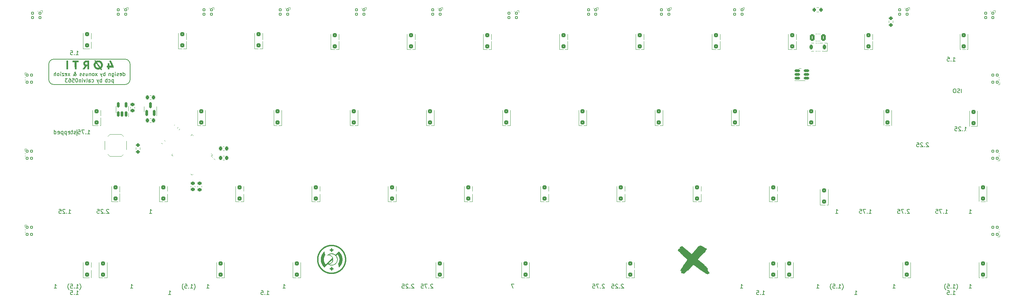
<source format=gbr>
%TF.GenerationSoftware,KiCad,Pcbnew,(7.0.0)*%
%TF.CreationDate,2024-05-15T17:05:44+02:00*%
%TF.ProjectId,forti usb port,666f7274-6920-4757-9362-20706f72742e,rev?*%
%TF.SameCoordinates,Original*%
%TF.FileFunction,Legend,Bot*%
%TF.FilePolarity,Positive*%
%FSLAX46Y46*%
G04 Gerber Fmt 4.6, Leading zero omitted, Abs format (unit mm)*
G04 Created by KiCad (PCBNEW (7.0.0)) date 2024-05-15 17:05:44*
%MOMM*%
%LPD*%
G01*
G04 APERTURE LIST*
G04 Aperture macros list*
%AMRoundRect*
0 Rectangle with rounded corners*
0 $1 Rounding radius*
0 $2 $3 $4 $5 $6 $7 $8 $9 X,Y pos of 4 corners*
0 Add a 4 corners polygon primitive as box body*
4,1,4,$2,$3,$4,$5,$6,$7,$8,$9,$2,$3,0*
0 Add four circle primitives for the rounded corners*
1,1,$1+$1,$2,$3*
1,1,$1+$1,$4,$5*
1,1,$1+$1,$6,$7*
1,1,$1+$1,$8,$9*
0 Add four rect primitives between the rounded corners*
20,1,$1+$1,$2,$3,$4,$5,0*
20,1,$1+$1,$4,$5,$6,$7,0*
20,1,$1+$1,$6,$7,$8,$9,0*
20,1,$1+$1,$8,$9,$2,$3,0*%
G04 Aperture macros list end*
%ADD10C,0.150000*%
%ADD11C,0.120000*%
%ADD12C,0.000000*%
%ADD13C,0.600000*%
%ADD14C,0.250000*%
%ADD15C,0.200000*%
%ADD16C,0.381000*%
%ADD17C,1.000000*%
%ADD18C,3.987800*%
%ADD19C,3.048000*%
%ADD20C,0.650000*%
%ADD21O,1.000000X2.100000*%
%ADD22O,1.000000X1.600000*%
%ADD23C,1.750000*%
%ADD24C,2.300000*%
%ADD25C,4.000000*%
%ADD26RoundRect,0.105000X-0.245000X0.245000X-0.245000X-0.245000X0.245000X-0.245000X0.245000X0.245000X0*%
%ADD27RoundRect,0.250000X0.300000X-0.300000X0.300000X0.300000X-0.300000X0.300000X-0.300000X-0.300000X0*%
%ADD28RoundRect,0.105000X0.245000X0.245000X-0.245000X0.245000X-0.245000X-0.245000X0.245000X-0.245000X0*%
%ADD29RoundRect,0.200000X-0.275000X0.200000X-0.275000X-0.200000X0.275000X-0.200000X0.275000X0.200000X0*%
%ADD30RoundRect,0.200000X0.200000X0.275000X-0.200000X0.275000X-0.200000X-0.275000X0.200000X-0.275000X0*%
%ADD31RoundRect,0.105000X0.245000X-0.245000X0.245000X0.245000X-0.245000X0.245000X-0.245000X-0.245000X0*%
%ADD32RoundRect,0.150000X0.150000X-0.512500X0.150000X0.512500X-0.150000X0.512500X-0.150000X-0.512500X0*%
%ADD33R,1.800000X1.100000*%
%ADD34RoundRect,0.225000X-0.250000X0.225000X-0.250000X-0.225000X0.250000X-0.225000X0.250000X0.225000X0*%
%ADD35RoundRect,0.225000X0.335876X0.017678X0.017678X0.335876X-0.335876X-0.017678X-0.017678X-0.335876X0*%
%ADD36RoundRect,0.225000X0.225000X0.375000X-0.225000X0.375000X-0.225000X-0.375000X0.225000X-0.375000X0*%
%ADD37RoundRect,0.225000X-0.225000X-0.250000X0.225000X-0.250000X0.225000X0.250000X-0.225000X0.250000X0*%
%ADD38RoundRect,0.070000X0.521491X-0.422496X-0.422496X0.521491X-0.521491X0.422496X0.422496X-0.521491X0*%
%ADD39RoundRect,0.070000X0.521491X0.422496X0.422496X0.521491X-0.521491X-0.422496X-0.422496X-0.521491X0*%
%ADD40RoundRect,0.150000X0.150000X-0.587500X0.150000X0.587500X-0.150000X0.587500X-0.150000X-0.587500X0*%
%ADD41RoundRect,0.150000X-0.512500X-0.150000X0.512500X-0.150000X0.512500X0.150000X-0.512500X0.150000X0*%
%ADD42RoundRect,0.225000X0.225000X0.250000X-0.225000X0.250000X-0.225000X-0.250000X0.225000X-0.250000X0*%
%ADD43RoundRect,0.200000X0.275000X-0.200000X0.275000X0.200000X-0.275000X0.200000X-0.275000X-0.200000X0*%
%ADD44RoundRect,0.225000X0.017678X-0.335876X0.335876X-0.017678X-0.017678X0.335876X-0.335876X0.017678X0*%
%ADD45RoundRect,0.225000X0.250000X-0.225000X0.250000X0.225000X-0.250000X0.225000X-0.250000X-0.225000X0*%
%ADD46RoundRect,0.250000X-0.375000X-0.625000X0.375000X-0.625000X0.375000X0.625000X-0.375000X0.625000X0*%
G04 APERTURE END LIST*
D10*
X54410000Y-51000000D02*
X54410000Y-47190000D01*
X34090000Y-51000000D02*
G75*
G03*
X35360000Y-52270000I1270000J0D01*
G01*
X53140000Y-45920000D02*
X35360000Y-45920000D01*
X35360000Y-52270000D02*
X53140000Y-52270000D01*
X53139999Y-52269999D02*
G75*
G03*
X54409999Y-50999999I1J1269999D01*
G01*
X41120181Y-63500000D02*
X41120181Y-65087500D01*
X35360000Y-45920000D02*
G75*
G03*
X34090000Y-47190000I0J-1270000D01*
G01*
X34090000Y-47190000D02*
X34090000Y-51000000D01*
X54410000Y-47190000D02*
G75*
G03*
X53140000Y-45920000I-1270000J0D01*
G01*
X150352082Y-102254880D02*
X149685416Y-102254880D01*
X149685416Y-102254880D02*
X150113987Y-103254880D01*
X249126189Y-83600119D02*
X249078570Y-83552500D01*
X249078570Y-83552500D02*
X248983332Y-83504880D01*
X248983332Y-83504880D02*
X248745237Y-83504880D01*
X248745237Y-83504880D02*
X248649999Y-83552500D01*
X248649999Y-83552500D02*
X248602380Y-83600119D01*
X248602380Y-83600119D02*
X248554761Y-83695357D01*
X248554761Y-83695357D02*
X248554761Y-83790595D01*
X248554761Y-83790595D02*
X248602380Y-83933452D01*
X248602380Y-83933452D02*
X249173808Y-84504880D01*
X249173808Y-84504880D02*
X248554761Y-84504880D01*
X248126189Y-84409642D02*
X248078570Y-84457261D01*
X248078570Y-84457261D02*
X248126189Y-84504880D01*
X248126189Y-84504880D02*
X248173808Y-84457261D01*
X248173808Y-84457261D02*
X248126189Y-84409642D01*
X248126189Y-84409642D02*
X248126189Y-84504880D01*
X247745237Y-83504880D02*
X247078571Y-83504880D01*
X247078571Y-83504880D02*
X247507142Y-84504880D01*
X246221428Y-83504880D02*
X246697618Y-83504880D01*
X246697618Y-83504880D02*
X246745237Y-83981071D01*
X246745237Y-83981071D02*
X246697618Y-83933452D01*
X246697618Y-83933452D02*
X246602380Y-83885833D01*
X246602380Y-83885833D02*
X246364285Y-83885833D01*
X246364285Y-83885833D02*
X246269047Y-83933452D01*
X246269047Y-83933452D02*
X246221428Y-83981071D01*
X246221428Y-83981071D02*
X246173809Y-84076309D01*
X246173809Y-84076309D02*
X246173809Y-84314404D01*
X246173809Y-84314404D02*
X246221428Y-84409642D01*
X246221428Y-84409642D02*
X246269047Y-84457261D01*
X246269047Y-84457261D02*
X246364285Y-84504880D01*
X246364285Y-84504880D02*
X246602380Y-84504880D01*
X246602380Y-84504880D02*
X246697618Y-84457261D01*
X246697618Y-84457261D02*
X246745237Y-84409642D01*
X130063689Y-102350119D02*
X130016070Y-102302500D01*
X130016070Y-102302500D02*
X129920832Y-102254880D01*
X129920832Y-102254880D02*
X129682737Y-102254880D01*
X129682737Y-102254880D02*
X129587499Y-102302500D01*
X129587499Y-102302500D02*
X129539880Y-102350119D01*
X129539880Y-102350119D02*
X129492261Y-102445357D01*
X129492261Y-102445357D02*
X129492261Y-102540595D01*
X129492261Y-102540595D02*
X129539880Y-102683452D01*
X129539880Y-102683452D02*
X130111308Y-103254880D01*
X130111308Y-103254880D02*
X129492261Y-103254880D01*
X129063689Y-103159642D02*
X129016070Y-103207261D01*
X129016070Y-103207261D02*
X129063689Y-103254880D01*
X129063689Y-103254880D02*
X129111308Y-103207261D01*
X129111308Y-103207261D02*
X129063689Y-103159642D01*
X129063689Y-103159642D02*
X129063689Y-103254880D01*
X128682737Y-102254880D02*
X128016071Y-102254880D01*
X128016071Y-102254880D02*
X128444642Y-103254880D01*
X127158928Y-102254880D02*
X127635118Y-102254880D01*
X127635118Y-102254880D02*
X127682737Y-102731071D01*
X127682737Y-102731071D02*
X127635118Y-102683452D01*
X127635118Y-102683452D02*
X127539880Y-102635833D01*
X127539880Y-102635833D02*
X127301785Y-102635833D01*
X127301785Y-102635833D02*
X127206547Y-102683452D01*
X127206547Y-102683452D02*
X127158928Y-102731071D01*
X127158928Y-102731071D02*
X127111309Y-102826309D01*
X127111309Y-102826309D02*
X127111309Y-103064404D01*
X127111309Y-103064404D02*
X127158928Y-103159642D01*
X127158928Y-103159642D02*
X127206547Y-103207261D01*
X127206547Y-103207261D02*
X127301785Y-103254880D01*
X127301785Y-103254880D02*
X127539880Y-103254880D01*
X127539880Y-103254880D02*
X127635118Y-103207261D01*
X127635118Y-103207261D02*
X127682737Y-103159642D01*
X70389583Y-103635833D02*
X70437202Y-103588214D01*
X70437202Y-103588214D02*
X70532440Y-103445357D01*
X70532440Y-103445357D02*
X70580059Y-103350119D01*
X70580059Y-103350119D02*
X70627678Y-103207261D01*
X70627678Y-103207261D02*
X70675297Y-102969166D01*
X70675297Y-102969166D02*
X70675297Y-102778690D01*
X70675297Y-102778690D02*
X70627678Y-102540595D01*
X70627678Y-102540595D02*
X70580059Y-102397738D01*
X70580059Y-102397738D02*
X70532440Y-102302500D01*
X70532440Y-102302500D02*
X70437202Y-102159642D01*
X70437202Y-102159642D02*
X70389583Y-102112023D01*
X69484821Y-103254880D02*
X70056249Y-103254880D01*
X69770535Y-103254880D02*
X69770535Y-102254880D01*
X69770535Y-102254880D02*
X69865773Y-102397738D01*
X69865773Y-102397738D02*
X69961011Y-102492976D01*
X69961011Y-102492976D02*
X70056249Y-102540595D01*
X69056249Y-103159642D02*
X69008630Y-103207261D01*
X69008630Y-103207261D02*
X69056249Y-103254880D01*
X69056249Y-103254880D02*
X69103868Y-103207261D01*
X69103868Y-103207261D02*
X69056249Y-103159642D01*
X69056249Y-103159642D02*
X69056249Y-103254880D01*
X68103869Y-102254880D02*
X68580059Y-102254880D01*
X68580059Y-102254880D02*
X68627678Y-102731071D01*
X68627678Y-102731071D02*
X68580059Y-102683452D01*
X68580059Y-102683452D02*
X68484821Y-102635833D01*
X68484821Y-102635833D02*
X68246726Y-102635833D01*
X68246726Y-102635833D02*
X68151488Y-102683452D01*
X68151488Y-102683452D02*
X68103869Y-102731071D01*
X68103869Y-102731071D02*
X68056250Y-102826309D01*
X68056250Y-102826309D02*
X68056250Y-103064404D01*
X68056250Y-103064404D02*
X68103869Y-103159642D01*
X68103869Y-103159642D02*
X68151488Y-103207261D01*
X68151488Y-103207261D02*
X68246726Y-103254880D01*
X68246726Y-103254880D02*
X68484821Y-103254880D01*
X68484821Y-103254880D02*
X68580059Y-103207261D01*
X68580059Y-103207261D02*
X68627678Y-103159642D01*
X67722916Y-103635833D02*
X67675297Y-103588214D01*
X67675297Y-103588214D02*
X67580059Y-103445357D01*
X67580059Y-103445357D02*
X67532440Y-103350119D01*
X67532440Y-103350119D02*
X67484821Y-103207261D01*
X67484821Y-103207261D02*
X67437202Y-102969166D01*
X67437202Y-102969166D02*
X67437202Y-102778690D01*
X67437202Y-102778690D02*
X67484821Y-102540595D01*
X67484821Y-102540595D02*
X67532440Y-102397738D01*
X67532440Y-102397738D02*
X67580059Y-102302500D01*
X67580059Y-102302500D02*
X67675297Y-102159642D01*
X67675297Y-102159642D02*
X67722916Y-102112023D01*
X41814583Y-103635833D02*
X41862202Y-103588214D01*
X41862202Y-103588214D02*
X41957440Y-103445357D01*
X41957440Y-103445357D02*
X42005059Y-103350119D01*
X42005059Y-103350119D02*
X42052678Y-103207261D01*
X42052678Y-103207261D02*
X42100297Y-102969166D01*
X42100297Y-102969166D02*
X42100297Y-102778690D01*
X42100297Y-102778690D02*
X42052678Y-102540595D01*
X42052678Y-102540595D02*
X42005059Y-102397738D01*
X42005059Y-102397738D02*
X41957440Y-102302500D01*
X41957440Y-102302500D02*
X41862202Y-102159642D01*
X41862202Y-102159642D02*
X41814583Y-102112023D01*
X40909821Y-103254880D02*
X41481249Y-103254880D01*
X41195535Y-103254880D02*
X41195535Y-102254880D01*
X41195535Y-102254880D02*
X41290773Y-102397738D01*
X41290773Y-102397738D02*
X41386011Y-102492976D01*
X41386011Y-102492976D02*
X41481249Y-102540595D01*
X40481249Y-103159642D02*
X40433630Y-103207261D01*
X40433630Y-103207261D02*
X40481249Y-103254880D01*
X40481249Y-103254880D02*
X40528868Y-103207261D01*
X40528868Y-103207261D02*
X40481249Y-103159642D01*
X40481249Y-103159642D02*
X40481249Y-103254880D01*
X39528869Y-102254880D02*
X40005059Y-102254880D01*
X40005059Y-102254880D02*
X40052678Y-102731071D01*
X40052678Y-102731071D02*
X40005059Y-102683452D01*
X40005059Y-102683452D02*
X39909821Y-102635833D01*
X39909821Y-102635833D02*
X39671726Y-102635833D01*
X39671726Y-102635833D02*
X39576488Y-102683452D01*
X39576488Y-102683452D02*
X39528869Y-102731071D01*
X39528869Y-102731071D02*
X39481250Y-102826309D01*
X39481250Y-102826309D02*
X39481250Y-103064404D01*
X39481250Y-103064404D02*
X39528869Y-103159642D01*
X39528869Y-103159642D02*
X39576488Y-103207261D01*
X39576488Y-103207261D02*
X39671726Y-103254880D01*
X39671726Y-103254880D02*
X39909821Y-103254880D01*
X39909821Y-103254880D02*
X40005059Y-103207261D01*
X40005059Y-103207261D02*
X40052678Y-103159642D01*
X39147916Y-103635833D02*
X39100297Y-103588214D01*
X39100297Y-103588214D02*
X39005059Y-103445357D01*
X39005059Y-103445357D02*
X38957440Y-103350119D01*
X38957440Y-103350119D02*
X38909821Y-103207261D01*
X38909821Y-103207261D02*
X38862202Y-102969166D01*
X38862202Y-102969166D02*
X38862202Y-102778690D01*
X38862202Y-102778690D02*
X38909821Y-102540595D01*
X38909821Y-102540595D02*
X38957440Y-102397738D01*
X38957440Y-102397738D02*
X39005059Y-102302500D01*
X39005059Y-102302500D02*
X39100297Y-102159642D01*
X39100297Y-102159642D02*
X39147916Y-102112023D01*
X264033035Y-103254880D02*
X264604463Y-103254880D01*
X264318749Y-103254880D02*
X264318749Y-102254880D01*
X264318749Y-102254880D02*
X264413987Y-102397738D01*
X264413987Y-102397738D02*
X264509225Y-102492976D01*
X264509225Y-102492976D02*
X264604463Y-102540595D01*
X260889583Y-103635833D02*
X260937202Y-103588214D01*
X260937202Y-103588214D02*
X261032440Y-103445357D01*
X261032440Y-103445357D02*
X261080059Y-103350119D01*
X261080059Y-103350119D02*
X261127678Y-103207261D01*
X261127678Y-103207261D02*
X261175297Y-102969166D01*
X261175297Y-102969166D02*
X261175297Y-102778690D01*
X261175297Y-102778690D02*
X261127678Y-102540595D01*
X261127678Y-102540595D02*
X261080059Y-102397738D01*
X261080059Y-102397738D02*
X261032440Y-102302500D01*
X261032440Y-102302500D02*
X260937202Y-102159642D01*
X260937202Y-102159642D02*
X260889583Y-102112023D01*
X259984821Y-103254880D02*
X260556249Y-103254880D01*
X260270535Y-103254880D02*
X260270535Y-102254880D01*
X260270535Y-102254880D02*
X260365773Y-102397738D01*
X260365773Y-102397738D02*
X260461011Y-102492976D01*
X260461011Y-102492976D02*
X260556249Y-102540595D01*
X259556249Y-103159642D02*
X259508630Y-103207261D01*
X259508630Y-103207261D02*
X259556249Y-103254880D01*
X259556249Y-103254880D02*
X259603868Y-103207261D01*
X259603868Y-103207261D02*
X259556249Y-103159642D01*
X259556249Y-103159642D02*
X259556249Y-103254880D01*
X258603869Y-102254880D02*
X259080059Y-102254880D01*
X259080059Y-102254880D02*
X259127678Y-102731071D01*
X259127678Y-102731071D02*
X259080059Y-102683452D01*
X259080059Y-102683452D02*
X258984821Y-102635833D01*
X258984821Y-102635833D02*
X258746726Y-102635833D01*
X258746726Y-102635833D02*
X258651488Y-102683452D01*
X258651488Y-102683452D02*
X258603869Y-102731071D01*
X258603869Y-102731071D02*
X258556250Y-102826309D01*
X258556250Y-102826309D02*
X258556250Y-103064404D01*
X258556250Y-103064404D02*
X258603869Y-103159642D01*
X258603869Y-103159642D02*
X258651488Y-103207261D01*
X258651488Y-103207261D02*
X258746726Y-103254880D01*
X258746726Y-103254880D02*
X258984821Y-103254880D01*
X258984821Y-103254880D02*
X259080059Y-103207261D01*
X259080059Y-103207261D02*
X259127678Y-103159642D01*
X258222916Y-103635833D02*
X258175297Y-103588214D01*
X258175297Y-103588214D02*
X258080059Y-103445357D01*
X258080059Y-103445357D02*
X258032440Y-103350119D01*
X258032440Y-103350119D02*
X257984821Y-103207261D01*
X257984821Y-103207261D02*
X257937202Y-102969166D01*
X257937202Y-102969166D02*
X257937202Y-102778690D01*
X257937202Y-102778690D02*
X257984821Y-102540595D01*
X257984821Y-102540595D02*
X258032440Y-102397738D01*
X258032440Y-102397738D02*
X258080059Y-102302500D01*
X258080059Y-102302500D02*
X258175297Y-102159642D01*
X258175297Y-102159642D02*
X258222916Y-102112023D01*
X49101189Y-83600119D02*
X49053570Y-83552500D01*
X49053570Y-83552500D02*
X48958332Y-83504880D01*
X48958332Y-83504880D02*
X48720237Y-83504880D01*
X48720237Y-83504880D02*
X48624999Y-83552500D01*
X48624999Y-83552500D02*
X48577380Y-83600119D01*
X48577380Y-83600119D02*
X48529761Y-83695357D01*
X48529761Y-83695357D02*
X48529761Y-83790595D01*
X48529761Y-83790595D02*
X48577380Y-83933452D01*
X48577380Y-83933452D02*
X49148808Y-84504880D01*
X49148808Y-84504880D02*
X48529761Y-84504880D01*
X48101189Y-84409642D02*
X48053570Y-84457261D01*
X48053570Y-84457261D02*
X48101189Y-84504880D01*
X48101189Y-84504880D02*
X48148808Y-84457261D01*
X48148808Y-84457261D02*
X48101189Y-84409642D01*
X48101189Y-84409642D02*
X48101189Y-84504880D01*
X47672618Y-83600119D02*
X47624999Y-83552500D01*
X47624999Y-83552500D02*
X47529761Y-83504880D01*
X47529761Y-83504880D02*
X47291666Y-83504880D01*
X47291666Y-83504880D02*
X47196428Y-83552500D01*
X47196428Y-83552500D02*
X47148809Y-83600119D01*
X47148809Y-83600119D02*
X47101190Y-83695357D01*
X47101190Y-83695357D02*
X47101190Y-83790595D01*
X47101190Y-83790595D02*
X47148809Y-83933452D01*
X47148809Y-83933452D02*
X47720237Y-84504880D01*
X47720237Y-84504880D02*
X47101190Y-84504880D01*
X46196428Y-83504880D02*
X46672618Y-83504880D01*
X46672618Y-83504880D02*
X46720237Y-83981071D01*
X46720237Y-83981071D02*
X46672618Y-83933452D01*
X46672618Y-83933452D02*
X46577380Y-83885833D01*
X46577380Y-83885833D02*
X46339285Y-83885833D01*
X46339285Y-83885833D02*
X46244047Y-83933452D01*
X46244047Y-83933452D02*
X46196428Y-83981071D01*
X46196428Y-83981071D02*
X46148809Y-84076309D01*
X46148809Y-84076309D02*
X46148809Y-84314404D01*
X46148809Y-84314404D02*
X46196428Y-84409642D01*
X46196428Y-84409642D02*
X46244047Y-84457261D01*
X46244047Y-84457261D02*
X46339285Y-84504880D01*
X46339285Y-84504880D02*
X46577380Y-84504880D01*
X46577380Y-84504880D02*
X46672618Y-84457261D01*
X46672618Y-84457261D02*
X46720237Y-84409642D01*
X35433035Y-103254880D02*
X36004463Y-103254880D01*
X35718749Y-103254880D02*
X35718749Y-102254880D01*
X35718749Y-102254880D02*
X35813987Y-102397738D01*
X35813987Y-102397738D02*
X35909225Y-102492976D01*
X35909225Y-102492976D02*
X36004463Y-102540595D01*
X125301189Y-102350119D02*
X125253570Y-102302500D01*
X125253570Y-102302500D02*
X125158332Y-102254880D01*
X125158332Y-102254880D02*
X124920237Y-102254880D01*
X124920237Y-102254880D02*
X124824999Y-102302500D01*
X124824999Y-102302500D02*
X124777380Y-102350119D01*
X124777380Y-102350119D02*
X124729761Y-102445357D01*
X124729761Y-102445357D02*
X124729761Y-102540595D01*
X124729761Y-102540595D02*
X124777380Y-102683452D01*
X124777380Y-102683452D02*
X125348808Y-103254880D01*
X125348808Y-103254880D02*
X124729761Y-103254880D01*
X124301189Y-103159642D02*
X124253570Y-103207261D01*
X124253570Y-103207261D02*
X124301189Y-103254880D01*
X124301189Y-103254880D02*
X124348808Y-103207261D01*
X124348808Y-103207261D02*
X124301189Y-103159642D01*
X124301189Y-103159642D02*
X124301189Y-103254880D01*
X123872618Y-102350119D02*
X123824999Y-102302500D01*
X123824999Y-102302500D02*
X123729761Y-102254880D01*
X123729761Y-102254880D02*
X123491666Y-102254880D01*
X123491666Y-102254880D02*
X123396428Y-102302500D01*
X123396428Y-102302500D02*
X123348809Y-102350119D01*
X123348809Y-102350119D02*
X123301190Y-102445357D01*
X123301190Y-102445357D02*
X123301190Y-102540595D01*
X123301190Y-102540595D02*
X123348809Y-102683452D01*
X123348809Y-102683452D02*
X123920237Y-103254880D01*
X123920237Y-103254880D02*
X123301190Y-103254880D01*
X122396428Y-102254880D02*
X122872618Y-102254880D01*
X122872618Y-102254880D02*
X122920237Y-102731071D01*
X122920237Y-102731071D02*
X122872618Y-102683452D01*
X122872618Y-102683452D02*
X122777380Y-102635833D01*
X122777380Y-102635833D02*
X122539285Y-102635833D01*
X122539285Y-102635833D02*
X122444047Y-102683452D01*
X122444047Y-102683452D02*
X122396428Y-102731071D01*
X122396428Y-102731071D02*
X122348809Y-102826309D01*
X122348809Y-102826309D02*
X122348809Y-103064404D01*
X122348809Y-103064404D02*
X122396428Y-103159642D01*
X122396428Y-103159642D02*
X122444047Y-103207261D01*
X122444047Y-103207261D02*
X122539285Y-103254880D01*
X122539285Y-103254880D02*
X122777380Y-103254880D01*
X122777380Y-103254880D02*
X122872618Y-103207261D01*
X122872618Y-103207261D02*
X122920237Y-103159642D01*
X262143749Y-54342380D02*
X262143749Y-53342380D01*
X261715178Y-54294761D02*
X261572321Y-54342380D01*
X261572321Y-54342380D02*
X261334226Y-54342380D01*
X261334226Y-54342380D02*
X261238988Y-54294761D01*
X261238988Y-54294761D02*
X261191369Y-54247142D01*
X261191369Y-54247142D02*
X261143750Y-54151904D01*
X261143750Y-54151904D02*
X261143750Y-54056666D01*
X261143750Y-54056666D02*
X261191369Y-53961428D01*
X261191369Y-53961428D02*
X261238988Y-53913809D01*
X261238988Y-53913809D02*
X261334226Y-53866190D01*
X261334226Y-53866190D02*
X261524702Y-53818571D01*
X261524702Y-53818571D02*
X261619940Y-53770952D01*
X261619940Y-53770952D02*
X261667559Y-53723333D01*
X261667559Y-53723333D02*
X261715178Y-53628095D01*
X261715178Y-53628095D02*
X261715178Y-53532857D01*
X261715178Y-53532857D02*
X261667559Y-53437619D01*
X261667559Y-53437619D02*
X261619940Y-53390000D01*
X261619940Y-53390000D02*
X261524702Y-53342380D01*
X261524702Y-53342380D02*
X261286607Y-53342380D01*
X261286607Y-53342380D02*
X261143750Y-53390000D01*
X260524702Y-53342380D02*
X260334226Y-53342380D01*
X260334226Y-53342380D02*
X260238988Y-53390000D01*
X260238988Y-53390000D02*
X260143750Y-53485238D01*
X260143750Y-53485238D02*
X260096131Y-53675714D01*
X260096131Y-53675714D02*
X260096131Y-54009047D01*
X260096131Y-54009047D02*
X260143750Y-54199523D01*
X260143750Y-54199523D02*
X260238988Y-54294761D01*
X260238988Y-54294761D02*
X260334226Y-54342380D01*
X260334226Y-54342380D02*
X260524702Y-54342380D01*
X260524702Y-54342380D02*
X260619940Y-54294761D01*
X260619940Y-54294761D02*
X260715178Y-54199523D01*
X260715178Y-54199523D02*
X260762797Y-54009047D01*
X260762797Y-54009047D02*
X260762797Y-53675714D01*
X260762797Y-53675714D02*
X260715178Y-53485238D01*
X260715178Y-53485238D02*
X260619940Y-53390000D01*
X260619940Y-53390000D02*
X260524702Y-53342380D01*
X39004761Y-84504880D02*
X39576189Y-84504880D01*
X39290475Y-84504880D02*
X39290475Y-83504880D01*
X39290475Y-83504880D02*
X39385713Y-83647738D01*
X39385713Y-83647738D02*
X39480951Y-83742976D01*
X39480951Y-83742976D02*
X39576189Y-83790595D01*
X38576189Y-84409642D02*
X38528570Y-84457261D01*
X38528570Y-84457261D02*
X38576189Y-84504880D01*
X38576189Y-84504880D02*
X38623808Y-84457261D01*
X38623808Y-84457261D02*
X38576189Y-84409642D01*
X38576189Y-84409642D02*
X38576189Y-84504880D01*
X38147618Y-83600119D02*
X38099999Y-83552500D01*
X38099999Y-83552500D02*
X38004761Y-83504880D01*
X38004761Y-83504880D02*
X37766666Y-83504880D01*
X37766666Y-83504880D02*
X37671428Y-83552500D01*
X37671428Y-83552500D02*
X37623809Y-83600119D01*
X37623809Y-83600119D02*
X37576190Y-83695357D01*
X37576190Y-83695357D02*
X37576190Y-83790595D01*
X37576190Y-83790595D02*
X37623809Y-83933452D01*
X37623809Y-83933452D02*
X38195237Y-84504880D01*
X38195237Y-84504880D02*
X37576190Y-84504880D01*
X36671428Y-83504880D02*
X37147618Y-83504880D01*
X37147618Y-83504880D02*
X37195237Y-83981071D01*
X37195237Y-83981071D02*
X37147618Y-83933452D01*
X37147618Y-83933452D02*
X37052380Y-83885833D01*
X37052380Y-83885833D02*
X36814285Y-83885833D01*
X36814285Y-83885833D02*
X36719047Y-83933452D01*
X36719047Y-83933452D02*
X36671428Y-83981071D01*
X36671428Y-83981071D02*
X36623809Y-84076309D01*
X36623809Y-84076309D02*
X36623809Y-84314404D01*
X36623809Y-84314404D02*
X36671428Y-84409642D01*
X36671428Y-84409642D02*
X36719047Y-84457261D01*
X36719047Y-84457261D02*
X36814285Y-84504880D01*
X36814285Y-84504880D02*
X37052380Y-84504880D01*
X37052380Y-84504880D02*
X37147618Y-84457261D01*
X37147618Y-84457261D02*
X37195237Y-84409642D01*
X232314583Y-103635833D02*
X232362202Y-103588214D01*
X232362202Y-103588214D02*
X232457440Y-103445357D01*
X232457440Y-103445357D02*
X232505059Y-103350119D01*
X232505059Y-103350119D02*
X232552678Y-103207261D01*
X232552678Y-103207261D02*
X232600297Y-102969166D01*
X232600297Y-102969166D02*
X232600297Y-102778690D01*
X232600297Y-102778690D02*
X232552678Y-102540595D01*
X232552678Y-102540595D02*
X232505059Y-102397738D01*
X232505059Y-102397738D02*
X232457440Y-102302500D01*
X232457440Y-102302500D02*
X232362202Y-102159642D01*
X232362202Y-102159642D02*
X232314583Y-102112023D01*
X231409821Y-103254880D02*
X231981249Y-103254880D01*
X231695535Y-103254880D02*
X231695535Y-102254880D01*
X231695535Y-102254880D02*
X231790773Y-102397738D01*
X231790773Y-102397738D02*
X231886011Y-102492976D01*
X231886011Y-102492976D02*
X231981249Y-102540595D01*
X230981249Y-103159642D02*
X230933630Y-103207261D01*
X230933630Y-103207261D02*
X230981249Y-103254880D01*
X230981249Y-103254880D02*
X231028868Y-103207261D01*
X231028868Y-103207261D02*
X230981249Y-103159642D01*
X230981249Y-103159642D02*
X230981249Y-103254880D01*
X230028869Y-102254880D02*
X230505059Y-102254880D01*
X230505059Y-102254880D02*
X230552678Y-102731071D01*
X230552678Y-102731071D02*
X230505059Y-102683452D01*
X230505059Y-102683452D02*
X230409821Y-102635833D01*
X230409821Y-102635833D02*
X230171726Y-102635833D01*
X230171726Y-102635833D02*
X230076488Y-102683452D01*
X230076488Y-102683452D02*
X230028869Y-102731071D01*
X230028869Y-102731071D02*
X229981250Y-102826309D01*
X229981250Y-102826309D02*
X229981250Y-103064404D01*
X229981250Y-103064404D02*
X230028869Y-103159642D01*
X230028869Y-103159642D02*
X230076488Y-103207261D01*
X230076488Y-103207261D02*
X230171726Y-103254880D01*
X230171726Y-103254880D02*
X230409821Y-103254880D01*
X230409821Y-103254880D02*
X230505059Y-103207261D01*
X230505059Y-103207261D02*
X230552678Y-103159642D01*
X229647916Y-103635833D02*
X229600297Y-103588214D01*
X229600297Y-103588214D02*
X229505059Y-103445357D01*
X229505059Y-103445357D02*
X229457440Y-103350119D01*
X229457440Y-103350119D02*
X229409821Y-103207261D01*
X229409821Y-103207261D02*
X229362202Y-102969166D01*
X229362202Y-102969166D02*
X229362202Y-102778690D01*
X229362202Y-102778690D02*
X229409821Y-102540595D01*
X229409821Y-102540595D02*
X229457440Y-102397738D01*
X229457440Y-102397738D02*
X229505059Y-102302500D01*
X229505059Y-102302500D02*
X229600297Y-102159642D01*
X229600297Y-102159642D02*
X229647916Y-102112023D01*
X88534821Y-104842380D02*
X89106249Y-104842380D01*
X88820535Y-104842380D02*
X88820535Y-103842380D01*
X88820535Y-103842380D02*
X88915773Y-103985238D01*
X88915773Y-103985238D02*
X89011011Y-104080476D01*
X89011011Y-104080476D02*
X89106249Y-104128095D01*
X88106249Y-104747142D02*
X88058630Y-104794761D01*
X88058630Y-104794761D02*
X88106249Y-104842380D01*
X88106249Y-104842380D02*
X88153868Y-104794761D01*
X88153868Y-104794761D02*
X88106249Y-104747142D01*
X88106249Y-104747142D02*
X88106249Y-104842380D01*
X87153869Y-103842380D02*
X87630059Y-103842380D01*
X87630059Y-103842380D02*
X87677678Y-104318571D01*
X87677678Y-104318571D02*
X87630059Y-104270952D01*
X87630059Y-104270952D02*
X87534821Y-104223333D01*
X87534821Y-104223333D02*
X87296726Y-104223333D01*
X87296726Y-104223333D02*
X87201488Y-104270952D01*
X87201488Y-104270952D02*
X87153869Y-104318571D01*
X87153869Y-104318571D02*
X87106250Y-104413809D01*
X87106250Y-104413809D02*
X87106250Y-104651904D01*
X87106250Y-104651904D02*
X87153869Y-104747142D01*
X87153869Y-104747142D02*
X87201488Y-104794761D01*
X87201488Y-104794761D02*
X87296726Y-104842380D01*
X87296726Y-104842380D02*
X87534821Y-104842380D01*
X87534821Y-104842380D02*
X87630059Y-104794761D01*
X87630059Y-104794761D02*
X87677678Y-104747142D01*
X172926189Y-102350119D02*
X172878570Y-102302500D01*
X172878570Y-102302500D02*
X172783332Y-102254880D01*
X172783332Y-102254880D02*
X172545237Y-102254880D01*
X172545237Y-102254880D02*
X172449999Y-102302500D01*
X172449999Y-102302500D02*
X172402380Y-102350119D01*
X172402380Y-102350119D02*
X172354761Y-102445357D01*
X172354761Y-102445357D02*
X172354761Y-102540595D01*
X172354761Y-102540595D02*
X172402380Y-102683452D01*
X172402380Y-102683452D02*
X172973808Y-103254880D01*
X172973808Y-103254880D02*
X172354761Y-103254880D01*
X171926189Y-103159642D02*
X171878570Y-103207261D01*
X171878570Y-103207261D02*
X171926189Y-103254880D01*
X171926189Y-103254880D02*
X171973808Y-103207261D01*
X171973808Y-103207261D02*
X171926189Y-103159642D01*
X171926189Y-103159642D02*
X171926189Y-103254880D01*
X171545237Y-102254880D02*
X170878571Y-102254880D01*
X170878571Y-102254880D02*
X171307142Y-103254880D01*
X170021428Y-102254880D02*
X170497618Y-102254880D01*
X170497618Y-102254880D02*
X170545237Y-102731071D01*
X170545237Y-102731071D02*
X170497618Y-102683452D01*
X170497618Y-102683452D02*
X170402380Y-102635833D01*
X170402380Y-102635833D02*
X170164285Y-102635833D01*
X170164285Y-102635833D02*
X170069047Y-102683452D01*
X170069047Y-102683452D02*
X170021428Y-102731071D01*
X170021428Y-102731071D02*
X169973809Y-102826309D01*
X169973809Y-102826309D02*
X169973809Y-103064404D01*
X169973809Y-103064404D02*
X170021428Y-103159642D01*
X170021428Y-103159642D02*
X170069047Y-103207261D01*
X170069047Y-103207261D02*
X170164285Y-103254880D01*
X170164285Y-103254880D02*
X170402380Y-103254880D01*
X170402380Y-103254880D02*
X170497618Y-103207261D01*
X170497618Y-103207261D02*
X170545237Y-103159642D01*
X230695535Y-84504880D02*
X231266963Y-84504880D01*
X230981249Y-84504880D02*
X230981249Y-83504880D01*
X230981249Y-83504880D02*
X231076487Y-83647738D01*
X231076487Y-83647738D02*
X231171725Y-83742976D01*
X231171725Y-83742976D02*
X231266963Y-83790595D01*
X52680000Y-50060642D02*
X52680000Y-49160642D01*
X52680000Y-50017785D02*
X52765714Y-50060642D01*
X52765714Y-50060642D02*
X52937142Y-50060642D01*
X52937142Y-50060642D02*
X53022857Y-50017785D01*
X53022857Y-50017785D02*
X53065714Y-49974928D01*
X53065714Y-49974928D02*
X53108571Y-49889214D01*
X53108571Y-49889214D02*
X53108571Y-49632071D01*
X53108571Y-49632071D02*
X53065714Y-49546357D01*
X53065714Y-49546357D02*
X53022857Y-49503500D01*
X53022857Y-49503500D02*
X52937142Y-49460642D01*
X52937142Y-49460642D02*
X52765714Y-49460642D01*
X52765714Y-49460642D02*
X52680000Y-49503500D01*
X51908571Y-50017785D02*
X51994285Y-50060642D01*
X51994285Y-50060642D02*
X52165714Y-50060642D01*
X52165714Y-50060642D02*
X52251428Y-50017785D01*
X52251428Y-50017785D02*
X52294285Y-49932071D01*
X52294285Y-49932071D02*
X52294285Y-49589214D01*
X52294285Y-49589214D02*
X52251428Y-49503500D01*
X52251428Y-49503500D02*
X52165714Y-49460642D01*
X52165714Y-49460642D02*
X51994285Y-49460642D01*
X51994285Y-49460642D02*
X51908571Y-49503500D01*
X51908571Y-49503500D02*
X51865714Y-49589214D01*
X51865714Y-49589214D02*
X51865714Y-49674928D01*
X51865714Y-49674928D02*
X52294285Y-49760642D01*
X51522856Y-50017785D02*
X51437142Y-50060642D01*
X51437142Y-50060642D02*
X51265713Y-50060642D01*
X51265713Y-50060642D02*
X51179999Y-50017785D01*
X51179999Y-50017785D02*
X51137142Y-49932071D01*
X51137142Y-49932071D02*
X51137142Y-49889214D01*
X51137142Y-49889214D02*
X51179999Y-49803500D01*
X51179999Y-49803500D02*
X51265713Y-49760642D01*
X51265713Y-49760642D02*
X51394285Y-49760642D01*
X51394285Y-49760642D02*
X51479999Y-49717785D01*
X51479999Y-49717785D02*
X51522856Y-49632071D01*
X51522856Y-49632071D02*
X51522856Y-49589214D01*
X51522856Y-49589214D02*
X51479999Y-49503500D01*
X51479999Y-49503500D02*
X51394285Y-49460642D01*
X51394285Y-49460642D02*
X51265713Y-49460642D01*
X51265713Y-49460642D02*
X51179999Y-49503500D01*
X50751428Y-50060642D02*
X50751428Y-49460642D01*
X50751428Y-49160642D02*
X50794285Y-49203500D01*
X50794285Y-49203500D02*
X50751428Y-49246357D01*
X50751428Y-49246357D02*
X50708571Y-49203500D01*
X50708571Y-49203500D02*
X50751428Y-49160642D01*
X50751428Y-49160642D02*
X50751428Y-49246357D01*
X49937143Y-49460642D02*
X49937143Y-50189214D01*
X49937143Y-50189214D02*
X49980000Y-50274928D01*
X49980000Y-50274928D02*
X50022857Y-50317785D01*
X50022857Y-50317785D02*
X50108571Y-50360642D01*
X50108571Y-50360642D02*
X50237143Y-50360642D01*
X50237143Y-50360642D02*
X50322857Y-50317785D01*
X49937143Y-50017785D02*
X50022857Y-50060642D01*
X50022857Y-50060642D02*
X50194285Y-50060642D01*
X50194285Y-50060642D02*
X50280000Y-50017785D01*
X50280000Y-50017785D02*
X50322857Y-49974928D01*
X50322857Y-49974928D02*
X50365714Y-49889214D01*
X50365714Y-49889214D02*
X50365714Y-49632071D01*
X50365714Y-49632071D02*
X50322857Y-49546357D01*
X50322857Y-49546357D02*
X50280000Y-49503500D01*
X50280000Y-49503500D02*
X50194285Y-49460642D01*
X50194285Y-49460642D02*
X50022857Y-49460642D01*
X50022857Y-49460642D02*
X49937143Y-49503500D01*
X49508571Y-49460642D02*
X49508571Y-50060642D01*
X49508571Y-49546357D02*
X49465714Y-49503500D01*
X49465714Y-49503500D02*
X49379999Y-49460642D01*
X49379999Y-49460642D02*
X49251428Y-49460642D01*
X49251428Y-49460642D02*
X49165714Y-49503500D01*
X49165714Y-49503500D02*
X49122857Y-49589214D01*
X49122857Y-49589214D02*
X49122857Y-50060642D01*
X48154285Y-50060642D02*
X48154285Y-49160642D01*
X48154285Y-49503500D02*
X48068571Y-49460642D01*
X48068571Y-49460642D02*
X47897142Y-49460642D01*
X47897142Y-49460642D02*
X47811428Y-49503500D01*
X47811428Y-49503500D02*
X47768571Y-49546357D01*
X47768571Y-49546357D02*
X47725713Y-49632071D01*
X47725713Y-49632071D02*
X47725713Y-49889214D01*
X47725713Y-49889214D02*
X47768571Y-49974928D01*
X47768571Y-49974928D02*
X47811428Y-50017785D01*
X47811428Y-50017785D02*
X47897142Y-50060642D01*
X47897142Y-50060642D02*
X48068571Y-50060642D01*
X48068571Y-50060642D02*
X48154285Y-50017785D01*
X47425713Y-49460642D02*
X47211427Y-50060642D01*
X46997142Y-49460642D02*
X47211427Y-50060642D01*
X47211427Y-50060642D02*
X47297142Y-50274928D01*
X47297142Y-50274928D02*
X47339999Y-50317785D01*
X47339999Y-50317785D02*
X47425713Y-50360642D01*
X46199999Y-50060642D02*
X45728571Y-49460642D01*
X46199999Y-49460642D02*
X45728571Y-50060642D01*
X45257142Y-50060642D02*
X45342857Y-50017785D01*
X45342857Y-50017785D02*
X45385714Y-49974928D01*
X45385714Y-49974928D02*
X45428571Y-49889214D01*
X45428571Y-49889214D02*
X45428571Y-49632071D01*
X45428571Y-49632071D02*
X45385714Y-49546357D01*
X45385714Y-49546357D02*
X45342857Y-49503500D01*
X45342857Y-49503500D02*
X45257142Y-49460642D01*
X45257142Y-49460642D02*
X45128571Y-49460642D01*
X45128571Y-49460642D02*
X45042857Y-49503500D01*
X45042857Y-49503500D02*
X45000000Y-49546357D01*
X45000000Y-49546357D02*
X44957142Y-49632071D01*
X44957142Y-49632071D02*
X44957142Y-49889214D01*
X44957142Y-49889214D02*
X45000000Y-49974928D01*
X45000000Y-49974928D02*
X45042857Y-50017785D01*
X45042857Y-50017785D02*
X45128571Y-50060642D01*
X45128571Y-50060642D02*
X45257142Y-50060642D01*
X44571428Y-49460642D02*
X44571428Y-50060642D01*
X44571428Y-49546357D02*
X44528571Y-49503500D01*
X44528571Y-49503500D02*
X44442856Y-49460642D01*
X44442856Y-49460642D02*
X44314285Y-49460642D01*
X44314285Y-49460642D02*
X44228571Y-49503500D01*
X44228571Y-49503500D02*
X44185714Y-49589214D01*
X44185714Y-49589214D02*
X44185714Y-50060642D01*
X43371428Y-49460642D02*
X43371428Y-50060642D01*
X43757142Y-49460642D02*
X43757142Y-49932071D01*
X43757142Y-49932071D02*
X43714285Y-50017785D01*
X43714285Y-50017785D02*
X43628570Y-50060642D01*
X43628570Y-50060642D02*
X43499999Y-50060642D01*
X43499999Y-50060642D02*
X43414285Y-50017785D01*
X43414285Y-50017785D02*
X43371428Y-49974928D01*
X42985713Y-50017785D02*
X42899999Y-50060642D01*
X42899999Y-50060642D02*
X42728570Y-50060642D01*
X42728570Y-50060642D02*
X42642856Y-50017785D01*
X42642856Y-50017785D02*
X42599999Y-49932071D01*
X42599999Y-49932071D02*
X42599999Y-49889214D01*
X42599999Y-49889214D02*
X42642856Y-49803500D01*
X42642856Y-49803500D02*
X42728570Y-49760642D01*
X42728570Y-49760642D02*
X42857142Y-49760642D01*
X42857142Y-49760642D02*
X42942856Y-49717785D01*
X42942856Y-49717785D02*
X42985713Y-49632071D01*
X42985713Y-49632071D02*
X42985713Y-49589214D01*
X42985713Y-49589214D02*
X42942856Y-49503500D01*
X42942856Y-49503500D02*
X42857142Y-49460642D01*
X42857142Y-49460642D02*
X42728570Y-49460642D01*
X42728570Y-49460642D02*
X42642856Y-49503500D01*
X42257142Y-50017785D02*
X42171428Y-50060642D01*
X42171428Y-50060642D02*
X41999999Y-50060642D01*
X41999999Y-50060642D02*
X41914285Y-50017785D01*
X41914285Y-50017785D02*
X41871428Y-49932071D01*
X41871428Y-49932071D02*
X41871428Y-49889214D01*
X41871428Y-49889214D02*
X41914285Y-49803500D01*
X41914285Y-49803500D02*
X41999999Y-49760642D01*
X41999999Y-49760642D02*
X42128571Y-49760642D01*
X42128571Y-49760642D02*
X42214285Y-49717785D01*
X42214285Y-49717785D02*
X42257142Y-49632071D01*
X42257142Y-49632071D02*
X42257142Y-49589214D01*
X42257142Y-49589214D02*
X42214285Y-49503500D01*
X42214285Y-49503500D02*
X42128571Y-49460642D01*
X42128571Y-49460642D02*
X41999999Y-49460642D01*
X41999999Y-49460642D02*
X41914285Y-49503500D01*
X40217142Y-50060642D02*
X40260000Y-50060642D01*
X40260000Y-50060642D02*
X40345714Y-50017785D01*
X40345714Y-50017785D02*
X40474285Y-49889214D01*
X40474285Y-49889214D02*
X40688571Y-49632071D01*
X40688571Y-49632071D02*
X40774285Y-49503500D01*
X40774285Y-49503500D02*
X40817142Y-49374928D01*
X40817142Y-49374928D02*
X40817142Y-49289214D01*
X40817142Y-49289214D02*
X40774285Y-49203500D01*
X40774285Y-49203500D02*
X40688571Y-49160642D01*
X40688571Y-49160642D02*
X40645714Y-49160642D01*
X40645714Y-49160642D02*
X40560000Y-49203500D01*
X40560000Y-49203500D02*
X40517142Y-49289214D01*
X40517142Y-49289214D02*
X40517142Y-49332071D01*
X40517142Y-49332071D02*
X40560000Y-49417785D01*
X40560000Y-49417785D02*
X40602857Y-49460642D01*
X40602857Y-49460642D02*
X40860000Y-49632071D01*
X40860000Y-49632071D02*
X40902857Y-49674928D01*
X40902857Y-49674928D02*
X40945714Y-49760642D01*
X40945714Y-49760642D02*
X40945714Y-49889214D01*
X40945714Y-49889214D02*
X40902857Y-49974928D01*
X40902857Y-49974928D02*
X40860000Y-50017785D01*
X40860000Y-50017785D02*
X40774285Y-50060642D01*
X40774285Y-50060642D02*
X40645714Y-50060642D01*
X40645714Y-50060642D02*
X40560000Y-50017785D01*
X40560000Y-50017785D02*
X40517142Y-49974928D01*
X40517142Y-49974928D02*
X40388571Y-49803500D01*
X40388571Y-49803500D02*
X40345714Y-49674928D01*
X40345714Y-49674928D02*
X40345714Y-49589214D01*
X39377142Y-50060642D02*
X38905714Y-49460642D01*
X39377142Y-49460642D02*
X38905714Y-50060642D01*
X38220000Y-50017785D02*
X38305714Y-50060642D01*
X38305714Y-50060642D02*
X38477143Y-50060642D01*
X38477143Y-50060642D02*
X38562857Y-50017785D01*
X38562857Y-50017785D02*
X38605714Y-49932071D01*
X38605714Y-49932071D02*
X38605714Y-49589214D01*
X38605714Y-49589214D02*
X38562857Y-49503500D01*
X38562857Y-49503500D02*
X38477143Y-49460642D01*
X38477143Y-49460642D02*
X38305714Y-49460642D01*
X38305714Y-49460642D02*
X38220000Y-49503500D01*
X38220000Y-49503500D02*
X38177143Y-49589214D01*
X38177143Y-49589214D02*
X38177143Y-49674928D01*
X38177143Y-49674928D02*
X38605714Y-49760642D01*
X37877142Y-49460642D02*
X37405714Y-49460642D01*
X37405714Y-49460642D02*
X37877142Y-50060642D01*
X37877142Y-50060642D02*
X37405714Y-50060642D01*
X37062857Y-50060642D02*
X37062857Y-49460642D01*
X37062857Y-49160642D02*
X37105714Y-49203500D01*
X37105714Y-49203500D02*
X37062857Y-49246357D01*
X37062857Y-49246357D02*
X37020000Y-49203500D01*
X37020000Y-49203500D02*
X37062857Y-49160642D01*
X37062857Y-49160642D02*
X37062857Y-49246357D01*
X36505714Y-50060642D02*
X36591429Y-50017785D01*
X36591429Y-50017785D02*
X36634286Y-49974928D01*
X36634286Y-49974928D02*
X36677143Y-49889214D01*
X36677143Y-49889214D02*
X36677143Y-49632071D01*
X36677143Y-49632071D02*
X36634286Y-49546357D01*
X36634286Y-49546357D02*
X36591429Y-49503500D01*
X36591429Y-49503500D02*
X36505714Y-49460642D01*
X36505714Y-49460642D02*
X36377143Y-49460642D01*
X36377143Y-49460642D02*
X36291429Y-49503500D01*
X36291429Y-49503500D02*
X36248572Y-49546357D01*
X36248572Y-49546357D02*
X36205714Y-49632071D01*
X36205714Y-49632071D02*
X36205714Y-49889214D01*
X36205714Y-49889214D02*
X36248572Y-49974928D01*
X36248572Y-49974928D02*
X36291429Y-50017785D01*
X36291429Y-50017785D02*
X36377143Y-50060642D01*
X36377143Y-50060642D02*
X36505714Y-50060642D01*
X35820000Y-50060642D02*
X35820000Y-49160642D01*
X35434286Y-50060642D02*
X35434286Y-49589214D01*
X35434286Y-49589214D02*
X35477143Y-49503500D01*
X35477143Y-49503500D02*
X35562857Y-49460642D01*
X35562857Y-49460642D02*
X35691428Y-49460642D01*
X35691428Y-49460642D02*
X35777143Y-49503500D01*
X35777143Y-49503500D02*
X35820000Y-49546357D01*
X59245535Y-84504880D02*
X59816963Y-84504880D01*
X59531249Y-84504880D02*
X59531249Y-83504880D01*
X59531249Y-83504880D02*
X59626487Y-83647738D01*
X59626487Y-83647738D02*
X59721725Y-83742976D01*
X59721725Y-83742976D02*
X59816963Y-83790595D01*
X264033035Y-84504880D02*
X264604463Y-84504880D01*
X264318749Y-84504880D02*
X264318749Y-83504880D01*
X264318749Y-83504880D02*
X264413987Y-83647738D01*
X264413987Y-83647738D02*
X264509225Y-83742976D01*
X264509225Y-83742976D02*
X264604463Y-83790595D01*
X259984821Y-104842380D02*
X260556249Y-104842380D01*
X260270535Y-104842380D02*
X260270535Y-103842380D01*
X260270535Y-103842380D02*
X260365773Y-103985238D01*
X260365773Y-103985238D02*
X260461011Y-104080476D01*
X260461011Y-104080476D02*
X260556249Y-104128095D01*
X259556249Y-104747142D02*
X259508630Y-104794761D01*
X259508630Y-104794761D02*
X259556249Y-104842380D01*
X259556249Y-104842380D02*
X259603868Y-104794761D01*
X259603868Y-104794761D02*
X259556249Y-104747142D01*
X259556249Y-104747142D02*
X259556249Y-104842380D01*
X258603869Y-103842380D02*
X259080059Y-103842380D01*
X259080059Y-103842380D02*
X259127678Y-104318571D01*
X259127678Y-104318571D02*
X259080059Y-104270952D01*
X259080059Y-104270952D02*
X258984821Y-104223333D01*
X258984821Y-104223333D02*
X258746726Y-104223333D01*
X258746726Y-104223333D02*
X258651488Y-104270952D01*
X258651488Y-104270952D02*
X258603869Y-104318571D01*
X258603869Y-104318571D02*
X258556250Y-104413809D01*
X258556250Y-104413809D02*
X258556250Y-104651904D01*
X258556250Y-104651904D02*
X258603869Y-104747142D01*
X258603869Y-104747142D02*
X258651488Y-104794761D01*
X258651488Y-104794761D02*
X258746726Y-104842380D01*
X258746726Y-104842380D02*
X258984821Y-104842380D01*
X258984821Y-104842380D02*
X259080059Y-104794761D01*
X259080059Y-104794761D02*
X259127678Y-104747142D01*
X258079761Y-84504880D02*
X258651189Y-84504880D01*
X258365475Y-84504880D02*
X258365475Y-83504880D01*
X258365475Y-83504880D02*
X258460713Y-83647738D01*
X258460713Y-83647738D02*
X258555951Y-83742976D01*
X258555951Y-83742976D02*
X258651189Y-83790595D01*
X257651189Y-84409642D02*
X257603570Y-84457261D01*
X257603570Y-84457261D02*
X257651189Y-84504880D01*
X257651189Y-84504880D02*
X257698808Y-84457261D01*
X257698808Y-84457261D02*
X257651189Y-84409642D01*
X257651189Y-84409642D02*
X257651189Y-84504880D01*
X257270237Y-83504880D02*
X256603571Y-83504880D01*
X256603571Y-83504880D02*
X257032142Y-84504880D01*
X255746428Y-83504880D02*
X256222618Y-83504880D01*
X256222618Y-83504880D02*
X256270237Y-83981071D01*
X256270237Y-83981071D02*
X256222618Y-83933452D01*
X256222618Y-83933452D02*
X256127380Y-83885833D01*
X256127380Y-83885833D02*
X255889285Y-83885833D01*
X255889285Y-83885833D02*
X255794047Y-83933452D01*
X255794047Y-83933452D02*
X255746428Y-83981071D01*
X255746428Y-83981071D02*
X255698809Y-84076309D01*
X255698809Y-84076309D02*
X255698809Y-84314404D01*
X255698809Y-84314404D02*
X255746428Y-84409642D01*
X255746428Y-84409642D02*
X255794047Y-84457261D01*
X255794047Y-84457261D02*
X255889285Y-84504880D01*
X255889285Y-84504880D02*
X256127380Y-84504880D01*
X256127380Y-84504880D02*
X256222618Y-84457261D01*
X256222618Y-84457261D02*
X256270237Y-84409642D01*
X50232858Y-51048142D02*
X50232858Y-51948142D01*
X50232858Y-51091000D02*
X50147144Y-51048142D01*
X50147144Y-51048142D02*
X49975715Y-51048142D01*
X49975715Y-51048142D02*
X49890001Y-51091000D01*
X49890001Y-51091000D02*
X49847144Y-51133857D01*
X49847144Y-51133857D02*
X49804286Y-51219571D01*
X49804286Y-51219571D02*
X49804286Y-51476714D01*
X49804286Y-51476714D02*
X49847144Y-51562428D01*
X49847144Y-51562428D02*
X49890001Y-51605285D01*
X49890001Y-51605285D02*
X49975715Y-51648142D01*
X49975715Y-51648142D02*
X50147144Y-51648142D01*
X50147144Y-51648142D02*
X50232858Y-51605285D01*
X49032858Y-51605285D02*
X49118572Y-51648142D01*
X49118572Y-51648142D02*
X49290000Y-51648142D01*
X49290000Y-51648142D02*
X49375715Y-51605285D01*
X49375715Y-51605285D02*
X49418572Y-51562428D01*
X49418572Y-51562428D02*
X49461429Y-51476714D01*
X49461429Y-51476714D02*
X49461429Y-51219571D01*
X49461429Y-51219571D02*
X49418572Y-51133857D01*
X49418572Y-51133857D02*
X49375715Y-51091000D01*
X49375715Y-51091000D02*
X49290000Y-51048142D01*
X49290000Y-51048142D02*
X49118572Y-51048142D01*
X49118572Y-51048142D02*
X49032858Y-51091000D01*
X48647143Y-51648142D02*
X48647143Y-50748142D01*
X48647143Y-51091000D02*
X48561429Y-51048142D01*
X48561429Y-51048142D02*
X48390000Y-51048142D01*
X48390000Y-51048142D02*
X48304286Y-51091000D01*
X48304286Y-51091000D02*
X48261429Y-51133857D01*
X48261429Y-51133857D02*
X48218571Y-51219571D01*
X48218571Y-51219571D02*
X48218571Y-51476714D01*
X48218571Y-51476714D02*
X48261429Y-51562428D01*
X48261429Y-51562428D02*
X48304286Y-51605285D01*
X48304286Y-51605285D02*
X48390000Y-51648142D01*
X48390000Y-51648142D02*
X48561429Y-51648142D01*
X48561429Y-51648142D02*
X48647143Y-51605285D01*
X47292857Y-51648142D02*
X47292857Y-50748142D01*
X47292857Y-51091000D02*
X47207143Y-51048142D01*
X47207143Y-51048142D02*
X47035714Y-51048142D01*
X47035714Y-51048142D02*
X46950000Y-51091000D01*
X46950000Y-51091000D02*
X46907143Y-51133857D01*
X46907143Y-51133857D02*
X46864285Y-51219571D01*
X46864285Y-51219571D02*
X46864285Y-51476714D01*
X46864285Y-51476714D02*
X46907143Y-51562428D01*
X46907143Y-51562428D02*
X46950000Y-51605285D01*
X46950000Y-51605285D02*
X47035714Y-51648142D01*
X47035714Y-51648142D02*
X47207143Y-51648142D01*
X47207143Y-51648142D02*
X47292857Y-51605285D01*
X46564285Y-51048142D02*
X46349999Y-51648142D01*
X46135714Y-51048142D02*
X46349999Y-51648142D01*
X46349999Y-51648142D02*
X46435714Y-51862428D01*
X46435714Y-51862428D02*
X46478571Y-51905285D01*
X46478571Y-51905285D02*
X46564285Y-51948142D01*
X44867143Y-51605285D02*
X44952857Y-51648142D01*
X44952857Y-51648142D02*
X45124285Y-51648142D01*
X45124285Y-51648142D02*
X45210000Y-51605285D01*
X45210000Y-51605285D02*
X45252857Y-51562428D01*
X45252857Y-51562428D02*
X45295714Y-51476714D01*
X45295714Y-51476714D02*
X45295714Y-51219571D01*
X45295714Y-51219571D02*
X45252857Y-51133857D01*
X45252857Y-51133857D02*
X45210000Y-51091000D01*
X45210000Y-51091000D02*
X45124285Y-51048142D01*
X45124285Y-51048142D02*
X44952857Y-51048142D01*
X44952857Y-51048142D02*
X44867143Y-51091000D01*
X44095714Y-51648142D02*
X44095714Y-51176714D01*
X44095714Y-51176714D02*
X44138571Y-51091000D01*
X44138571Y-51091000D02*
X44224285Y-51048142D01*
X44224285Y-51048142D02*
X44395714Y-51048142D01*
X44395714Y-51048142D02*
X44481428Y-51091000D01*
X44095714Y-51605285D02*
X44181428Y-51648142D01*
X44181428Y-51648142D02*
X44395714Y-51648142D01*
X44395714Y-51648142D02*
X44481428Y-51605285D01*
X44481428Y-51605285D02*
X44524285Y-51519571D01*
X44524285Y-51519571D02*
X44524285Y-51433857D01*
X44524285Y-51433857D02*
X44481428Y-51348142D01*
X44481428Y-51348142D02*
X44395714Y-51305285D01*
X44395714Y-51305285D02*
X44181428Y-51305285D01*
X44181428Y-51305285D02*
X44095714Y-51262428D01*
X43538570Y-51648142D02*
X43624285Y-51605285D01*
X43624285Y-51605285D02*
X43667142Y-51519571D01*
X43667142Y-51519571D02*
X43667142Y-50748142D01*
X43281427Y-51048142D02*
X43067141Y-51648142D01*
X43067141Y-51648142D02*
X42852856Y-51048142D01*
X42509999Y-51648142D02*
X42509999Y-51048142D01*
X42509999Y-50748142D02*
X42552856Y-50791000D01*
X42552856Y-50791000D02*
X42509999Y-50833857D01*
X42509999Y-50833857D02*
X42467142Y-50791000D01*
X42467142Y-50791000D02*
X42509999Y-50748142D01*
X42509999Y-50748142D02*
X42509999Y-50833857D01*
X42081428Y-51048142D02*
X42081428Y-51648142D01*
X42081428Y-51133857D02*
X42038571Y-51091000D01*
X42038571Y-51091000D02*
X41952856Y-51048142D01*
X41952856Y-51048142D02*
X41824285Y-51048142D01*
X41824285Y-51048142D02*
X41738571Y-51091000D01*
X41738571Y-51091000D02*
X41695714Y-51176714D01*
X41695714Y-51176714D02*
X41695714Y-51648142D01*
X41095713Y-50748142D02*
X41009999Y-50748142D01*
X41009999Y-50748142D02*
X40924285Y-50791000D01*
X40924285Y-50791000D02*
X40881428Y-50833857D01*
X40881428Y-50833857D02*
X40838570Y-50919571D01*
X40838570Y-50919571D02*
X40795713Y-51091000D01*
X40795713Y-51091000D02*
X40795713Y-51305285D01*
X40795713Y-51305285D02*
X40838570Y-51476714D01*
X40838570Y-51476714D02*
X40881428Y-51562428D01*
X40881428Y-51562428D02*
X40924285Y-51605285D01*
X40924285Y-51605285D02*
X41009999Y-51648142D01*
X41009999Y-51648142D02*
X41095713Y-51648142D01*
X41095713Y-51648142D02*
X41181428Y-51605285D01*
X41181428Y-51605285D02*
X41224285Y-51562428D01*
X41224285Y-51562428D02*
X41267142Y-51476714D01*
X41267142Y-51476714D02*
X41309999Y-51305285D01*
X41309999Y-51305285D02*
X41309999Y-51091000D01*
X41309999Y-51091000D02*
X41267142Y-50919571D01*
X41267142Y-50919571D02*
X41224285Y-50833857D01*
X41224285Y-50833857D02*
X41181428Y-50791000D01*
X41181428Y-50791000D02*
X41095713Y-50748142D01*
X39981427Y-50748142D02*
X40409999Y-50748142D01*
X40409999Y-50748142D02*
X40452856Y-51176714D01*
X40452856Y-51176714D02*
X40409999Y-51133857D01*
X40409999Y-51133857D02*
X40324285Y-51091000D01*
X40324285Y-51091000D02*
X40109999Y-51091000D01*
X40109999Y-51091000D02*
X40024285Y-51133857D01*
X40024285Y-51133857D02*
X39981427Y-51176714D01*
X39981427Y-51176714D02*
X39938570Y-51262428D01*
X39938570Y-51262428D02*
X39938570Y-51476714D01*
X39938570Y-51476714D02*
X39981427Y-51562428D01*
X39981427Y-51562428D02*
X40024285Y-51605285D01*
X40024285Y-51605285D02*
X40109999Y-51648142D01*
X40109999Y-51648142D02*
X40324285Y-51648142D01*
X40324285Y-51648142D02*
X40409999Y-51605285D01*
X40409999Y-51605285D02*
X40452856Y-51562428D01*
X39167142Y-50748142D02*
X39338570Y-50748142D01*
X39338570Y-50748142D02*
X39424284Y-50791000D01*
X39424284Y-50791000D02*
X39467142Y-50833857D01*
X39467142Y-50833857D02*
X39552856Y-50962428D01*
X39552856Y-50962428D02*
X39595713Y-51133857D01*
X39595713Y-51133857D02*
X39595713Y-51476714D01*
X39595713Y-51476714D02*
X39552856Y-51562428D01*
X39552856Y-51562428D02*
X39509999Y-51605285D01*
X39509999Y-51605285D02*
X39424284Y-51648142D01*
X39424284Y-51648142D02*
X39252856Y-51648142D01*
X39252856Y-51648142D02*
X39167142Y-51605285D01*
X39167142Y-51605285D02*
X39124284Y-51562428D01*
X39124284Y-51562428D02*
X39081427Y-51476714D01*
X39081427Y-51476714D02*
X39081427Y-51262428D01*
X39081427Y-51262428D02*
X39124284Y-51176714D01*
X39124284Y-51176714D02*
X39167142Y-51133857D01*
X39167142Y-51133857D02*
X39252856Y-51091000D01*
X39252856Y-51091000D02*
X39424284Y-51091000D01*
X39424284Y-51091000D02*
X39509999Y-51133857D01*
X39509999Y-51133857D02*
X39552856Y-51176714D01*
X39552856Y-51176714D02*
X39595713Y-51262428D01*
X38781427Y-50748142D02*
X38224284Y-50748142D01*
X38224284Y-50748142D02*
X38524284Y-51091000D01*
X38524284Y-51091000D02*
X38395713Y-51091000D01*
X38395713Y-51091000D02*
X38309999Y-51133857D01*
X38309999Y-51133857D02*
X38267141Y-51176714D01*
X38267141Y-51176714D02*
X38224284Y-51262428D01*
X38224284Y-51262428D02*
X38224284Y-51476714D01*
X38224284Y-51476714D02*
X38267141Y-51562428D01*
X38267141Y-51562428D02*
X38309999Y-51605285D01*
X38309999Y-51605285D02*
X38395713Y-51648142D01*
X38395713Y-51648142D02*
X38652856Y-51648142D01*
X38652856Y-51648142D02*
X38738570Y-51605285D01*
X38738570Y-51605285D02*
X38781427Y-51562428D01*
X235458035Y-104842380D02*
X236029463Y-104842380D01*
X235743749Y-104842380D02*
X235743749Y-103842380D01*
X235743749Y-103842380D02*
X235838987Y-103985238D01*
X235838987Y-103985238D02*
X235934225Y-104080476D01*
X235934225Y-104080476D02*
X236029463Y-104128095D01*
X239029761Y-84504880D02*
X239601189Y-84504880D01*
X239315475Y-84504880D02*
X239315475Y-83504880D01*
X239315475Y-83504880D02*
X239410713Y-83647738D01*
X239410713Y-83647738D02*
X239505951Y-83742976D01*
X239505951Y-83742976D02*
X239601189Y-83790595D01*
X238601189Y-84409642D02*
X238553570Y-84457261D01*
X238553570Y-84457261D02*
X238601189Y-84504880D01*
X238601189Y-84504880D02*
X238648808Y-84457261D01*
X238648808Y-84457261D02*
X238601189Y-84409642D01*
X238601189Y-84409642D02*
X238601189Y-84504880D01*
X238220237Y-83504880D02*
X237553571Y-83504880D01*
X237553571Y-83504880D02*
X237982142Y-84504880D01*
X236696428Y-83504880D02*
X237172618Y-83504880D01*
X237172618Y-83504880D02*
X237220237Y-83981071D01*
X237220237Y-83981071D02*
X237172618Y-83933452D01*
X237172618Y-83933452D02*
X237077380Y-83885833D01*
X237077380Y-83885833D02*
X236839285Y-83885833D01*
X236839285Y-83885833D02*
X236744047Y-83933452D01*
X236744047Y-83933452D02*
X236696428Y-83981071D01*
X236696428Y-83981071D02*
X236648809Y-84076309D01*
X236648809Y-84076309D02*
X236648809Y-84314404D01*
X236648809Y-84314404D02*
X236696428Y-84409642D01*
X236696428Y-84409642D02*
X236744047Y-84457261D01*
X236744047Y-84457261D02*
X236839285Y-84504880D01*
X236839285Y-84504880D02*
X237077380Y-84504880D01*
X237077380Y-84504880D02*
X237172618Y-84457261D01*
X237172618Y-84457261D02*
X237220237Y-84409642D01*
X206883035Y-103254880D02*
X207454463Y-103254880D01*
X207168749Y-103254880D02*
X207168749Y-102254880D01*
X207168749Y-102254880D02*
X207263987Y-102397738D01*
X207263987Y-102397738D02*
X207359225Y-102492976D01*
X207359225Y-102492976D02*
X207454463Y-102540595D01*
X43767261Y-64661130D02*
X44338689Y-64661130D01*
X44052975Y-64661130D02*
X44052975Y-63661130D01*
X44052975Y-63661130D02*
X44148213Y-63803988D01*
X44148213Y-63803988D02*
X44243451Y-63899226D01*
X44243451Y-63899226D02*
X44338689Y-63946845D01*
X43338689Y-64565892D02*
X43291070Y-64613511D01*
X43291070Y-64613511D02*
X43338689Y-64661130D01*
X43338689Y-64661130D02*
X43386308Y-64613511D01*
X43386308Y-64613511D02*
X43338689Y-64565892D01*
X43338689Y-64565892D02*
X43338689Y-64661130D01*
X42957737Y-63661130D02*
X42291071Y-63661130D01*
X42291071Y-63661130D02*
X42719642Y-64661130D01*
X41433928Y-63661130D02*
X41910118Y-63661130D01*
X41910118Y-63661130D02*
X41957737Y-64137321D01*
X41957737Y-64137321D02*
X41910118Y-64089702D01*
X41910118Y-64089702D02*
X41814880Y-64042083D01*
X41814880Y-64042083D02*
X41576785Y-64042083D01*
X41576785Y-64042083D02*
X41481547Y-64089702D01*
X41481547Y-64089702D02*
X41433928Y-64137321D01*
X41433928Y-64137321D02*
X41386309Y-64232559D01*
X41386309Y-64232559D02*
X41386309Y-64470654D01*
X41386309Y-64470654D02*
X41433928Y-64565892D01*
X41433928Y-64565892D02*
X41481547Y-64613511D01*
X41481547Y-64613511D02*
X41576785Y-64661130D01*
X41576785Y-64661130D02*
X41814880Y-64661130D01*
X41814880Y-64661130D02*
X41910118Y-64613511D01*
X41910118Y-64613511D02*
X41957737Y-64565892D01*
X225933035Y-103254880D02*
X226504463Y-103254880D01*
X226218749Y-103254880D02*
X226218749Y-102254880D01*
X226218749Y-102254880D02*
X226313987Y-102397738D01*
X226313987Y-102397738D02*
X226409225Y-102492976D01*
X226409225Y-102492976D02*
X226504463Y-102540595D01*
X212359821Y-104842380D02*
X212931249Y-104842380D01*
X212645535Y-104842380D02*
X212645535Y-103842380D01*
X212645535Y-103842380D02*
X212740773Y-103985238D01*
X212740773Y-103985238D02*
X212836011Y-104080476D01*
X212836011Y-104080476D02*
X212931249Y-104128095D01*
X211931249Y-104747142D02*
X211883630Y-104794761D01*
X211883630Y-104794761D02*
X211931249Y-104842380D01*
X211931249Y-104842380D02*
X211978868Y-104794761D01*
X211978868Y-104794761D02*
X211931249Y-104747142D01*
X211931249Y-104747142D02*
X211931249Y-104842380D01*
X210978869Y-103842380D02*
X211455059Y-103842380D01*
X211455059Y-103842380D02*
X211502678Y-104318571D01*
X211502678Y-104318571D02*
X211455059Y-104270952D01*
X211455059Y-104270952D02*
X211359821Y-104223333D01*
X211359821Y-104223333D02*
X211121726Y-104223333D01*
X211121726Y-104223333D02*
X211026488Y-104270952D01*
X211026488Y-104270952D02*
X210978869Y-104318571D01*
X210978869Y-104318571D02*
X210931250Y-104413809D01*
X210931250Y-104413809D02*
X210931250Y-104651904D01*
X210931250Y-104651904D02*
X210978869Y-104747142D01*
X210978869Y-104747142D02*
X211026488Y-104794761D01*
X211026488Y-104794761D02*
X211121726Y-104842380D01*
X211121726Y-104842380D02*
X211359821Y-104842380D01*
X211359821Y-104842380D02*
X211455059Y-104794761D01*
X211455059Y-104794761D02*
X211502678Y-104747142D01*
X64008035Y-104842380D02*
X64579463Y-104842380D01*
X64293749Y-104842380D02*
X64293749Y-103842380D01*
X64293749Y-103842380D02*
X64388987Y-103985238D01*
X64388987Y-103985238D02*
X64484225Y-104080476D01*
X64484225Y-104080476D02*
X64579463Y-104128095D01*
X262842261Y-63867380D02*
X263413689Y-63867380D01*
X263127975Y-63867380D02*
X263127975Y-62867380D01*
X263127975Y-62867380D02*
X263223213Y-63010238D01*
X263223213Y-63010238D02*
X263318451Y-63105476D01*
X263318451Y-63105476D02*
X263413689Y-63153095D01*
X262413689Y-63772142D02*
X262366070Y-63819761D01*
X262366070Y-63819761D02*
X262413689Y-63867380D01*
X262413689Y-63867380D02*
X262461308Y-63819761D01*
X262461308Y-63819761D02*
X262413689Y-63772142D01*
X262413689Y-63772142D02*
X262413689Y-63867380D01*
X261985118Y-62962619D02*
X261937499Y-62915000D01*
X261937499Y-62915000D02*
X261842261Y-62867380D01*
X261842261Y-62867380D02*
X261604166Y-62867380D01*
X261604166Y-62867380D02*
X261508928Y-62915000D01*
X261508928Y-62915000D02*
X261461309Y-62962619D01*
X261461309Y-62962619D02*
X261413690Y-63057857D01*
X261413690Y-63057857D02*
X261413690Y-63153095D01*
X261413690Y-63153095D02*
X261461309Y-63295952D01*
X261461309Y-63295952D02*
X262032737Y-63867380D01*
X262032737Y-63867380D02*
X261413690Y-63867380D01*
X260508928Y-62867380D02*
X260985118Y-62867380D01*
X260985118Y-62867380D02*
X261032737Y-63343571D01*
X261032737Y-63343571D02*
X260985118Y-63295952D01*
X260985118Y-63295952D02*
X260889880Y-63248333D01*
X260889880Y-63248333D02*
X260651785Y-63248333D01*
X260651785Y-63248333D02*
X260556547Y-63295952D01*
X260556547Y-63295952D02*
X260508928Y-63343571D01*
X260508928Y-63343571D02*
X260461309Y-63438809D01*
X260461309Y-63438809D02*
X260461309Y-63676904D01*
X260461309Y-63676904D02*
X260508928Y-63772142D01*
X260508928Y-63772142D02*
X260556547Y-63819761D01*
X260556547Y-63819761D02*
X260651785Y-63867380D01*
X260651785Y-63867380D02*
X260889880Y-63867380D01*
X260889880Y-63867380D02*
X260985118Y-63819761D01*
X260985118Y-63819761D02*
X261032737Y-63772142D01*
X40909821Y-44817380D02*
X41481249Y-44817380D01*
X41195535Y-44817380D02*
X41195535Y-43817380D01*
X41195535Y-43817380D02*
X41290773Y-43960238D01*
X41290773Y-43960238D02*
X41386011Y-44055476D01*
X41386011Y-44055476D02*
X41481249Y-44103095D01*
X40481249Y-44722142D02*
X40433630Y-44769761D01*
X40433630Y-44769761D02*
X40481249Y-44817380D01*
X40481249Y-44817380D02*
X40528868Y-44769761D01*
X40528868Y-44769761D02*
X40481249Y-44722142D01*
X40481249Y-44722142D02*
X40481249Y-44817380D01*
X39528869Y-43817380D02*
X40005059Y-43817380D01*
X40005059Y-43817380D02*
X40052678Y-44293571D01*
X40052678Y-44293571D02*
X40005059Y-44245952D01*
X40005059Y-44245952D02*
X39909821Y-44198333D01*
X39909821Y-44198333D02*
X39671726Y-44198333D01*
X39671726Y-44198333D02*
X39576488Y-44245952D01*
X39576488Y-44245952D02*
X39528869Y-44293571D01*
X39528869Y-44293571D02*
X39481250Y-44388809D01*
X39481250Y-44388809D02*
X39481250Y-44626904D01*
X39481250Y-44626904D02*
X39528869Y-44722142D01*
X39528869Y-44722142D02*
X39576488Y-44769761D01*
X39576488Y-44769761D02*
X39671726Y-44817380D01*
X39671726Y-44817380D02*
X39909821Y-44817380D01*
X39909821Y-44817380D02*
X40005059Y-44769761D01*
X40005059Y-44769761D02*
X40052678Y-44722142D01*
X40814285Y-64613511D02*
X40719047Y-64661130D01*
X40719047Y-64661130D02*
X40528571Y-64661130D01*
X40528571Y-64661130D02*
X40433333Y-64613511D01*
X40433333Y-64613511D02*
X40385714Y-64518273D01*
X40385714Y-64518273D02*
X40385714Y-64470654D01*
X40385714Y-64470654D02*
X40433333Y-64375416D01*
X40433333Y-64375416D02*
X40528571Y-64327797D01*
X40528571Y-64327797D02*
X40671428Y-64327797D01*
X40671428Y-64327797D02*
X40766666Y-64280178D01*
X40766666Y-64280178D02*
X40814285Y-64184940D01*
X40814285Y-64184940D02*
X40814285Y-64137321D01*
X40814285Y-64137321D02*
X40766666Y-64042083D01*
X40766666Y-64042083D02*
X40671428Y-63994464D01*
X40671428Y-63994464D02*
X40528571Y-63994464D01*
X40528571Y-63994464D02*
X40433333Y-64042083D01*
X40099999Y-63994464D02*
X39719047Y-63994464D01*
X39957142Y-63661130D02*
X39957142Y-64518273D01*
X39957142Y-64518273D02*
X39909523Y-64613511D01*
X39909523Y-64613511D02*
X39814285Y-64661130D01*
X39814285Y-64661130D02*
X39719047Y-64661130D01*
X39004761Y-64613511D02*
X39099999Y-64661130D01*
X39099999Y-64661130D02*
X39290475Y-64661130D01*
X39290475Y-64661130D02*
X39385713Y-64613511D01*
X39385713Y-64613511D02*
X39433332Y-64518273D01*
X39433332Y-64518273D02*
X39433332Y-64137321D01*
X39433332Y-64137321D02*
X39385713Y-64042083D01*
X39385713Y-64042083D02*
X39290475Y-63994464D01*
X39290475Y-63994464D02*
X39099999Y-63994464D01*
X39099999Y-63994464D02*
X39004761Y-64042083D01*
X39004761Y-64042083D02*
X38957142Y-64137321D01*
X38957142Y-64137321D02*
X38957142Y-64232559D01*
X38957142Y-64232559D02*
X39433332Y-64327797D01*
X38528570Y-63994464D02*
X38528570Y-64994464D01*
X38528570Y-64042083D02*
X38433332Y-63994464D01*
X38433332Y-63994464D02*
X38242856Y-63994464D01*
X38242856Y-63994464D02*
X38147618Y-64042083D01*
X38147618Y-64042083D02*
X38099999Y-64089702D01*
X38099999Y-64089702D02*
X38052380Y-64184940D01*
X38052380Y-64184940D02*
X38052380Y-64470654D01*
X38052380Y-64470654D02*
X38099999Y-64565892D01*
X38099999Y-64565892D02*
X38147618Y-64613511D01*
X38147618Y-64613511D02*
X38242856Y-64661130D01*
X38242856Y-64661130D02*
X38433332Y-64661130D01*
X38433332Y-64661130D02*
X38528570Y-64613511D01*
X37623808Y-63994464D02*
X37623808Y-64994464D01*
X37623808Y-64042083D02*
X37528570Y-63994464D01*
X37528570Y-63994464D02*
X37338094Y-63994464D01*
X37338094Y-63994464D02*
X37242856Y-64042083D01*
X37242856Y-64042083D02*
X37195237Y-64089702D01*
X37195237Y-64089702D02*
X37147618Y-64184940D01*
X37147618Y-64184940D02*
X37147618Y-64470654D01*
X37147618Y-64470654D02*
X37195237Y-64565892D01*
X37195237Y-64565892D02*
X37242856Y-64613511D01*
X37242856Y-64613511D02*
X37338094Y-64661130D01*
X37338094Y-64661130D02*
X37528570Y-64661130D01*
X37528570Y-64661130D02*
X37623808Y-64613511D01*
X36338094Y-64613511D02*
X36433332Y-64661130D01*
X36433332Y-64661130D02*
X36623808Y-64661130D01*
X36623808Y-64661130D02*
X36719046Y-64613511D01*
X36719046Y-64613511D02*
X36766665Y-64518273D01*
X36766665Y-64518273D02*
X36766665Y-64137321D01*
X36766665Y-64137321D02*
X36719046Y-64042083D01*
X36719046Y-64042083D02*
X36623808Y-63994464D01*
X36623808Y-63994464D02*
X36433332Y-63994464D01*
X36433332Y-63994464D02*
X36338094Y-64042083D01*
X36338094Y-64042083D02*
X36290475Y-64137321D01*
X36290475Y-64137321D02*
X36290475Y-64232559D01*
X36290475Y-64232559D02*
X36766665Y-64327797D01*
X35433332Y-64661130D02*
X35433332Y-63661130D01*
X35433332Y-64613511D02*
X35528570Y-64661130D01*
X35528570Y-64661130D02*
X35719046Y-64661130D01*
X35719046Y-64661130D02*
X35814284Y-64613511D01*
X35814284Y-64613511D02*
X35861903Y-64565892D01*
X35861903Y-64565892D02*
X35909522Y-64470654D01*
X35909522Y-64470654D02*
X35909522Y-64184940D01*
X35909522Y-64184940D02*
X35861903Y-64089702D01*
X35861903Y-64089702D02*
X35814284Y-64042083D01*
X35814284Y-64042083D02*
X35719046Y-63994464D01*
X35719046Y-63994464D02*
X35528570Y-63994464D01*
X35528570Y-63994464D02*
X35433332Y-64042083D01*
X259984821Y-46404880D02*
X260556249Y-46404880D01*
X260270535Y-46404880D02*
X260270535Y-45404880D01*
X260270535Y-45404880D02*
X260365773Y-45547738D01*
X260365773Y-45547738D02*
X260461011Y-45642976D01*
X260461011Y-45642976D02*
X260556249Y-45690595D01*
X259556249Y-46309642D02*
X259508630Y-46357261D01*
X259508630Y-46357261D02*
X259556249Y-46404880D01*
X259556249Y-46404880D02*
X259603868Y-46357261D01*
X259603868Y-46357261D02*
X259556249Y-46309642D01*
X259556249Y-46309642D02*
X259556249Y-46404880D01*
X258603869Y-45404880D02*
X259080059Y-45404880D01*
X259080059Y-45404880D02*
X259127678Y-45881071D01*
X259127678Y-45881071D02*
X259080059Y-45833452D01*
X259080059Y-45833452D02*
X258984821Y-45785833D01*
X258984821Y-45785833D02*
X258746726Y-45785833D01*
X258746726Y-45785833D02*
X258651488Y-45833452D01*
X258651488Y-45833452D02*
X258603869Y-45881071D01*
X258603869Y-45881071D02*
X258556250Y-45976309D01*
X258556250Y-45976309D02*
X258556250Y-46214404D01*
X258556250Y-46214404D02*
X258603869Y-46309642D01*
X258603869Y-46309642D02*
X258651488Y-46357261D01*
X258651488Y-46357261D02*
X258746726Y-46404880D01*
X258746726Y-46404880D02*
X258984821Y-46404880D01*
X258984821Y-46404880D02*
X259080059Y-46357261D01*
X259080059Y-46357261D02*
X259127678Y-46309642D01*
X253888689Y-66931369D02*
X253841070Y-66883750D01*
X253841070Y-66883750D02*
X253745832Y-66836130D01*
X253745832Y-66836130D02*
X253507737Y-66836130D01*
X253507737Y-66836130D02*
X253412499Y-66883750D01*
X253412499Y-66883750D02*
X253364880Y-66931369D01*
X253364880Y-66931369D02*
X253317261Y-67026607D01*
X253317261Y-67026607D02*
X253317261Y-67121845D01*
X253317261Y-67121845D02*
X253364880Y-67264702D01*
X253364880Y-67264702D02*
X253936308Y-67836130D01*
X253936308Y-67836130D02*
X253317261Y-67836130D01*
X252888689Y-67740892D02*
X252841070Y-67788511D01*
X252841070Y-67788511D02*
X252888689Y-67836130D01*
X252888689Y-67836130D02*
X252936308Y-67788511D01*
X252936308Y-67788511D02*
X252888689Y-67740892D01*
X252888689Y-67740892D02*
X252888689Y-67836130D01*
X252460118Y-66931369D02*
X252412499Y-66883750D01*
X252412499Y-66883750D02*
X252317261Y-66836130D01*
X252317261Y-66836130D02*
X252079166Y-66836130D01*
X252079166Y-66836130D02*
X251983928Y-66883750D01*
X251983928Y-66883750D02*
X251936309Y-66931369D01*
X251936309Y-66931369D02*
X251888690Y-67026607D01*
X251888690Y-67026607D02*
X251888690Y-67121845D01*
X251888690Y-67121845D02*
X251936309Y-67264702D01*
X251936309Y-67264702D02*
X252507737Y-67836130D01*
X252507737Y-67836130D02*
X251888690Y-67836130D01*
X250983928Y-66836130D02*
X251460118Y-66836130D01*
X251460118Y-66836130D02*
X251507737Y-67312321D01*
X251507737Y-67312321D02*
X251460118Y-67264702D01*
X251460118Y-67264702D02*
X251364880Y-67217083D01*
X251364880Y-67217083D02*
X251126785Y-67217083D01*
X251126785Y-67217083D02*
X251031547Y-67264702D01*
X251031547Y-67264702D02*
X250983928Y-67312321D01*
X250983928Y-67312321D02*
X250936309Y-67407559D01*
X250936309Y-67407559D02*
X250936309Y-67645654D01*
X250936309Y-67645654D02*
X250983928Y-67740892D01*
X250983928Y-67740892D02*
X251031547Y-67788511D01*
X251031547Y-67788511D02*
X251126785Y-67836130D01*
X251126785Y-67836130D02*
X251364880Y-67836130D01*
X251364880Y-67836130D02*
X251460118Y-67788511D01*
X251460118Y-67788511D02*
X251507737Y-67740892D01*
X244983035Y-103254880D02*
X245554463Y-103254880D01*
X245268749Y-103254880D02*
X245268749Y-102254880D01*
X245268749Y-102254880D02*
X245363987Y-102397738D01*
X245363987Y-102397738D02*
X245459225Y-102492976D01*
X245459225Y-102492976D02*
X245554463Y-102540595D01*
X73533035Y-103254880D02*
X74104463Y-103254880D01*
X73818749Y-103254880D02*
X73818749Y-102254880D01*
X73818749Y-102254880D02*
X73913987Y-102397738D01*
X73913987Y-102397738D02*
X74009225Y-102492976D01*
X74009225Y-102492976D02*
X74104463Y-102540595D01*
X177688689Y-102350119D02*
X177641070Y-102302500D01*
X177641070Y-102302500D02*
X177545832Y-102254880D01*
X177545832Y-102254880D02*
X177307737Y-102254880D01*
X177307737Y-102254880D02*
X177212499Y-102302500D01*
X177212499Y-102302500D02*
X177164880Y-102350119D01*
X177164880Y-102350119D02*
X177117261Y-102445357D01*
X177117261Y-102445357D02*
X177117261Y-102540595D01*
X177117261Y-102540595D02*
X177164880Y-102683452D01*
X177164880Y-102683452D02*
X177736308Y-103254880D01*
X177736308Y-103254880D02*
X177117261Y-103254880D01*
X176688689Y-103159642D02*
X176641070Y-103207261D01*
X176641070Y-103207261D02*
X176688689Y-103254880D01*
X176688689Y-103254880D02*
X176736308Y-103207261D01*
X176736308Y-103207261D02*
X176688689Y-103159642D01*
X176688689Y-103159642D02*
X176688689Y-103254880D01*
X176260118Y-102350119D02*
X176212499Y-102302500D01*
X176212499Y-102302500D02*
X176117261Y-102254880D01*
X176117261Y-102254880D02*
X175879166Y-102254880D01*
X175879166Y-102254880D02*
X175783928Y-102302500D01*
X175783928Y-102302500D02*
X175736309Y-102350119D01*
X175736309Y-102350119D02*
X175688690Y-102445357D01*
X175688690Y-102445357D02*
X175688690Y-102540595D01*
X175688690Y-102540595D02*
X175736309Y-102683452D01*
X175736309Y-102683452D02*
X176307737Y-103254880D01*
X176307737Y-103254880D02*
X175688690Y-103254880D01*
X174783928Y-102254880D02*
X175260118Y-102254880D01*
X175260118Y-102254880D02*
X175307737Y-102731071D01*
X175307737Y-102731071D02*
X175260118Y-102683452D01*
X175260118Y-102683452D02*
X175164880Y-102635833D01*
X175164880Y-102635833D02*
X174926785Y-102635833D01*
X174926785Y-102635833D02*
X174831547Y-102683452D01*
X174831547Y-102683452D02*
X174783928Y-102731071D01*
X174783928Y-102731071D02*
X174736309Y-102826309D01*
X174736309Y-102826309D02*
X174736309Y-103064404D01*
X174736309Y-103064404D02*
X174783928Y-103159642D01*
X174783928Y-103159642D02*
X174831547Y-103207261D01*
X174831547Y-103207261D02*
X174926785Y-103254880D01*
X174926785Y-103254880D02*
X175164880Y-103254880D01*
X175164880Y-103254880D02*
X175260118Y-103207261D01*
X175260118Y-103207261D02*
X175307737Y-103159642D01*
X54483035Y-103254880D02*
X55054463Y-103254880D01*
X54768749Y-103254880D02*
X54768749Y-102254880D01*
X54768749Y-102254880D02*
X54863987Y-102397738D01*
X54863987Y-102397738D02*
X54959225Y-102492976D01*
X54959225Y-102492976D02*
X55054463Y-102540595D01*
X40909821Y-104842380D02*
X41481249Y-104842380D01*
X41195535Y-104842380D02*
X41195535Y-103842380D01*
X41195535Y-103842380D02*
X41290773Y-103985238D01*
X41290773Y-103985238D02*
X41386011Y-104080476D01*
X41386011Y-104080476D02*
X41481249Y-104128095D01*
X40481249Y-104747142D02*
X40433630Y-104794761D01*
X40433630Y-104794761D02*
X40481249Y-104842380D01*
X40481249Y-104842380D02*
X40528868Y-104794761D01*
X40528868Y-104794761D02*
X40481249Y-104747142D01*
X40481249Y-104747142D02*
X40481249Y-104842380D01*
X39528869Y-103842380D02*
X40005059Y-103842380D01*
X40005059Y-103842380D02*
X40052678Y-104318571D01*
X40052678Y-104318571D02*
X40005059Y-104270952D01*
X40005059Y-104270952D02*
X39909821Y-104223333D01*
X39909821Y-104223333D02*
X39671726Y-104223333D01*
X39671726Y-104223333D02*
X39576488Y-104270952D01*
X39576488Y-104270952D02*
X39528869Y-104318571D01*
X39528869Y-104318571D02*
X39481250Y-104413809D01*
X39481250Y-104413809D02*
X39481250Y-104651904D01*
X39481250Y-104651904D02*
X39528869Y-104747142D01*
X39528869Y-104747142D02*
X39576488Y-104794761D01*
X39576488Y-104794761D02*
X39671726Y-104842380D01*
X39671726Y-104842380D02*
X39909821Y-104842380D01*
X39909821Y-104842380D02*
X40005059Y-104794761D01*
X40005059Y-104794761D02*
X40052678Y-104747142D01*
X92583035Y-103254880D02*
X93154463Y-103254880D01*
X92868749Y-103254880D02*
X92868749Y-102254880D01*
X92868749Y-102254880D02*
X92963987Y-102397738D01*
X92963987Y-102397738D02*
X93059225Y-102492976D01*
X93059225Y-102492976D02*
X93154463Y-102540595D01*
D11*
%TO.C,LED2*%
X28560000Y-68350000D02*
X28060000Y-68350000D01*
X28060000Y-68350000D02*
X28060000Y-68850000D01*
X28210000Y-69450000D02*
X28210000Y-70250000D01*
%TO.C,D29*%
X118856250Y-81585000D02*
X118856250Y-77725000D01*
X120856250Y-81585000D02*
X118856250Y-81585000D01*
X120856250Y-81585000D02*
X120856250Y-77725000D01*
%TO.C,D36*%
X266493750Y-81585000D02*
X266493750Y-77725000D01*
X268493750Y-81585000D02*
X266493750Y-81585000D01*
X268493750Y-81585000D02*
X268493750Y-77725000D01*
%TO.C,D13*%
X45037500Y-62535000D02*
X45037500Y-58675000D01*
X47037500Y-62535000D02*
X45037500Y-62535000D01*
X47037500Y-62535000D02*
X47037500Y-58675000D01*
%TO.C,LED10*%
X151518750Y-34275000D02*
X151518750Y-33775000D01*
X151518750Y-33775000D02*
X151018750Y-33775000D01*
X150418750Y-33925000D02*
X149618750Y-33925000D01*
%TO.C,D41*%
X130762500Y-100635000D02*
X130762500Y-96775000D01*
X132762500Y-100635000D02*
X130762500Y-100635000D01*
X132762500Y-100635000D02*
X132762500Y-96775000D01*
%TO.C,G\u002A\u002A\u002A*%
G36*
X38767666Y-46257113D02*
G01*
X38825482Y-46257547D01*
X38865221Y-46259083D01*
X38891220Y-46262416D01*
X38907813Y-46268244D01*
X38919336Y-46277263D01*
X38930124Y-46290172D01*
X38934563Y-46296065D01*
X38938587Y-46302975D01*
X38942067Y-46312300D01*
X38945034Y-46325646D01*
X38947522Y-46344621D01*
X38949565Y-46370833D01*
X38951195Y-46405887D01*
X38952447Y-46451391D01*
X38953354Y-46508953D01*
X38953948Y-46580179D01*
X38954264Y-46666677D01*
X38954334Y-46770053D01*
X38954192Y-46891915D01*
X38953872Y-47033869D01*
X38953406Y-47197524D01*
X38952828Y-47384485D01*
X38952243Y-47557109D01*
X38951537Y-47728055D01*
X38950751Y-47876843D01*
X38949856Y-48004929D01*
X38948826Y-48113769D01*
X38947633Y-48204818D01*
X38946250Y-48279532D01*
X38944649Y-48339367D01*
X38942802Y-48385779D01*
X38940683Y-48420224D01*
X38938263Y-48444157D01*
X38935516Y-48459035D01*
X38932413Y-48466312D01*
X38914348Y-48474925D01*
X38876090Y-48481913D01*
X38823628Y-48486596D01*
X38762446Y-48488973D01*
X38698025Y-48489046D01*
X38635849Y-48486814D01*
X38581399Y-48482278D01*
X38540157Y-48475437D01*
X38517607Y-48466292D01*
X38516416Y-48465157D01*
X38512555Y-48460132D01*
X38509183Y-48452295D01*
X38506268Y-48440070D01*
X38503775Y-48421876D01*
X38501672Y-48396135D01*
X38499926Y-48361268D01*
X38498503Y-48315697D01*
X38497372Y-48257842D01*
X38496499Y-48186125D01*
X38495850Y-48098966D01*
X38495393Y-47994788D01*
X38495096Y-47872011D01*
X38494924Y-47729056D01*
X38494845Y-47564344D01*
X38494826Y-47376297D01*
X38494832Y-47225289D01*
X38494876Y-47056153D01*
X38494994Y-46909081D01*
X38495222Y-46782484D01*
X38495597Y-46674773D01*
X38496155Y-46584360D01*
X38496931Y-46509655D01*
X38497963Y-46449069D01*
X38499286Y-46401013D01*
X38500936Y-46363899D01*
X38502950Y-46336138D01*
X38505364Y-46316140D01*
X38508214Y-46302316D01*
X38511536Y-46293078D01*
X38515366Y-46286838D01*
X38519740Y-46282004D01*
X38530284Y-46273058D01*
X38545293Y-46265902D01*
X38567872Y-46261255D01*
X38602355Y-46258589D01*
X38653079Y-46257377D01*
X38724378Y-46257090D01*
X38767666Y-46257113D01*
G37*
G36*
X40859604Y-46257098D02*
G01*
X41004500Y-46257216D01*
X41127113Y-46257513D01*
X41229360Y-46258039D01*
X41313156Y-46258844D01*
X41380417Y-46259978D01*
X41433059Y-46261491D01*
X41472998Y-46263432D01*
X41502150Y-46265852D01*
X41522430Y-46268801D01*
X41535755Y-46272327D01*
X41544041Y-46276482D01*
X41548420Y-46279662D01*
X41557873Y-46288884D01*
X41564353Y-46302332D01*
X41568419Y-46324143D01*
X41570629Y-46358456D01*
X41571546Y-46409407D01*
X41571727Y-46481134D01*
X41571700Y-46502801D01*
X41570995Y-46571745D01*
X41569058Y-46620663D01*
X41565518Y-46653426D01*
X41560006Y-46673904D01*
X41552151Y-46685970D01*
X41550471Y-46687525D01*
X41538803Y-46694097D01*
X41519154Y-46698901D01*
X41488140Y-46702191D01*
X41442374Y-46704225D01*
X41378471Y-46705258D01*
X41293044Y-46705545D01*
X41216144Y-46705916D01*
X41140820Y-46707480D01*
X41087270Y-46710364D01*
X41053762Y-46714668D01*
X41038563Y-46720494D01*
X41037654Y-46721869D01*
X41034680Y-46734456D01*
X41032115Y-46760043D01*
X41029937Y-46799955D01*
X41028124Y-46855514D01*
X41026651Y-46928045D01*
X41025497Y-47018871D01*
X41024640Y-47129316D01*
X41024055Y-47260704D01*
X41023721Y-47414357D01*
X41023615Y-47591600D01*
X41023595Y-47704791D01*
X41023474Y-47857774D01*
X41023208Y-47988715D01*
X41022758Y-48099349D01*
X41022086Y-48191408D01*
X41021152Y-48266628D01*
X41019918Y-48326743D01*
X41018345Y-48373487D01*
X41016394Y-48408593D01*
X41014027Y-48433797D01*
X41011205Y-48450832D01*
X41007888Y-48461433D01*
X41004039Y-48467333D01*
X41002392Y-48468871D01*
X40988967Y-48476387D01*
X40966328Y-48481566D01*
X40930553Y-48484790D01*
X40877720Y-48486443D01*
X40803907Y-48486909D01*
X40782317Y-48486821D01*
X40716775Y-48485444D01*
X40661067Y-48482640D01*
X40620219Y-48478724D01*
X40599255Y-48474013D01*
X40599100Y-48473930D01*
X40594444Y-48470758D01*
X40590433Y-48465465D01*
X40587021Y-48456297D01*
X40584158Y-48441501D01*
X40581797Y-48419324D01*
X40579890Y-48388012D01*
X40578387Y-48345813D01*
X40577241Y-48290972D01*
X40576404Y-48221737D01*
X40575828Y-48136354D01*
X40575463Y-48033070D01*
X40575262Y-47910132D01*
X40575177Y-47765787D01*
X40575160Y-47598280D01*
X40575149Y-47538041D01*
X40574973Y-47367863D01*
X40574564Y-47220853D01*
X40573900Y-47095691D01*
X40572958Y-46991058D01*
X40571715Y-46905635D01*
X40570150Y-46838102D01*
X40568239Y-46787141D01*
X40565961Y-46751432D01*
X40563292Y-46729656D01*
X40560211Y-46720494D01*
X40549500Y-46715718D01*
X40519828Y-46711115D01*
X40470463Y-46707953D01*
X40399675Y-46706130D01*
X40305731Y-46705545D01*
X40286691Y-46705535D01*
X40205857Y-46705119D01*
X40145866Y-46703905D01*
X40103333Y-46701640D01*
X40074873Y-46698066D01*
X40057098Y-46692928D01*
X40046623Y-46685970D01*
X40044337Y-46683428D01*
X40037126Y-46669549D01*
X40032162Y-46646251D01*
X40029074Y-46609663D01*
X40027493Y-46555914D01*
X40027048Y-46481134D01*
X40027065Y-46451820D01*
X40027453Y-46388288D01*
X40028785Y-46343997D01*
X40031619Y-46314808D01*
X40036515Y-46296584D01*
X40044033Y-46285188D01*
X40054734Y-46276482D01*
X40057360Y-46274854D01*
X40067303Y-46270939D01*
X40083002Y-46267634D01*
X40106371Y-46264889D01*
X40139327Y-46262654D01*
X40183786Y-46260878D01*
X40241664Y-46259513D01*
X40314876Y-46258508D01*
X40405338Y-46257813D01*
X40514967Y-46257378D01*
X40645678Y-46257154D01*
X40799387Y-46257090D01*
X40859604Y-46257098D01*
G37*
G36*
X44187691Y-47123046D02*
G01*
X44187708Y-47182164D01*
X44187715Y-47369228D01*
X44187715Y-47374926D01*
X44187674Y-47563347D01*
X44187538Y-47728457D01*
X44187278Y-47871817D01*
X44186866Y-47994985D01*
X44186276Y-48099522D01*
X44185478Y-48186985D01*
X44184446Y-48258936D01*
X44183152Y-48316933D01*
X44181567Y-48362537D01*
X44179665Y-48397305D01*
X44177417Y-48422799D01*
X44174796Y-48440576D01*
X44171774Y-48452198D01*
X44168323Y-48459223D01*
X44164122Y-48464915D01*
X44154772Y-48473851D01*
X44140775Y-48479969D01*
X44118079Y-48483803D01*
X44082630Y-48485883D01*
X44030374Y-48486741D01*
X43957259Y-48486909D01*
X43917831Y-48486878D01*
X43855655Y-48486431D01*
X43812311Y-48485029D01*
X43783747Y-48482138D01*
X43765908Y-48477228D01*
X43754742Y-48469767D01*
X43746195Y-48459223D01*
X43741916Y-48451287D01*
X43737567Y-48436577D01*
X43734118Y-48414089D01*
X43731471Y-48381377D01*
X43729527Y-48335992D01*
X43728187Y-48275485D01*
X43727352Y-48197409D01*
X43726923Y-48099317D01*
X43726803Y-47978759D01*
X43726803Y-47525980D01*
X43699391Y-47529961D01*
X43697752Y-47530396D01*
X43685808Y-47539178D01*
X43666809Y-47559930D01*
X43639826Y-47593929D01*
X43603933Y-47642450D01*
X43558202Y-47706772D01*
X43501705Y-47788172D01*
X43433515Y-47887925D01*
X43352705Y-48007311D01*
X43033431Y-48480680D01*
X42808257Y-48484071D01*
X42777056Y-48484504D01*
X42696603Y-48484906D01*
X42636968Y-48483328D01*
X42595073Y-48479019D01*
X42567843Y-48471230D01*
X42552201Y-48459210D01*
X42545072Y-48442209D01*
X42543379Y-48419476D01*
X42546713Y-48409842D01*
X42563322Y-48379941D01*
X42592851Y-48332885D01*
X42634164Y-48270384D01*
X42686124Y-48194148D01*
X42747593Y-48105887D01*
X42817435Y-48007311D01*
X42826072Y-47995209D01*
X42886990Y-47909577D01*
X42942879Y-47830557D01*
X42992158Y-47760421D01*
X43033241Y-47701438D01*
X43064547Y-47655881D01*
X43084491Y-47626022D01*
X43091491Y-47614131D01*
X43082270Y-47604364D01*
X43056635Y-47586472D01*
X43020342Y-47564680D01*
X42958536Y-47523897D01*
X42873119Y-47444426D01*
X42801697Y-47347791D01*
X42746621Y-47237393D01*
X42710245Y-47116629D01*
X42700100Y-47053224D01*
X42699080Y-46985830D01*
X43166234Y-46985830D01*
X43172836Y-47046475D01*
X43201574Y-47120056D01*
X43251763Y-47182892D01*
X43321947Y-47232676D01*
X43326463Y-47235031D01*
X43351014Y-47245545D01*
X43379764Y-47252955D01*
X43417892Y-47257993D01*
X43470575Y-47261388D01*
X43542994Y-47263871D01*
X43610440Y-47265273D01*
X43661594Y-47265061D01*
X43694690Y-47262844D01*
X43713243Y-47258378D01*
X43720768Y-47251414D01*
X43721329Y-47248923D01*
X43722995Y-47225466D01*
X43724135Y-47182185D01*
X43724705Y-47123046D01*
X43724658Y-47052013D01*
X43723950Y-46973051D01*
X43720574Y-46711774D01*
X43546175Y-46711896D01*
X43502417Y-46712042D01*
X43442824Y-46713093D01*
X43400093Y-46715679D01*
X43369112Y-46720414D01*
X43344768Y-46727911D01*
X43321947Y-46738783D01*
X43267815Y-46774705D01*
X43212312Y-46834595D01*
X43177986Y-46905708D01*
X43166234Y-46985830D01*
X42699080Y-46985830D01*
X42698231Y-46929794D01*
X42719100Y-46809762D01*
X42761262Y-46695384D01*
X42823275Y-46588914D01*
X42903696Y-46492608D01*
X43001082Y-46408721D01*
X43113990Y-46339508D01*
X43240976Y-46287223D01*
X43245842Y-46285698D01*
X43268842Y-46279736D01*
X43296518Y-46274889D01*
X43331761Y-46270994D01*
X43377463Y-46267888D01*
X43436514Y-46265407D01*
X43511806Y-46263391D01*
X43606230Y-46261675D01*
X43722677Y-46260097D01*
X43812126Y-46259030D01*
X43906921Y-46258052D01*
X43981530Y-46257634D01*
X44038610Y-46257902D01*
X44080817Y-46258982D01*
X44110811Y-46261000D01*
X44131248Y-46264084D01*
X44144785Y-46268360D01*
X44154079Y-46273954D01*
X44161789Y-46280993D01*
X44166149Y-46285607D01*
X44170170Y-46291431D01*
X44173658Y-46299829D01*
X44176650Y-46312395D01*
X44179184Y-46330726D01*
X44181298Y-46356417D01*
X44183031Y-46391065D01*
X44184419Y-46436264D01*
X44185502Y-46493612D01*
X44186317Y-46564702D01*
X44186903Y-46651133D01*
X44187296Y-46754498D01*
X44187536Y-46876395D01*
X44187661Y-47018418D01*
X44187691Y-47123046D01*
G37*
G36*
X49605435Y-46251602D02*
G01*
X49645186Y-46260216D01*
X49666418Y-46273965D01*
X49668396Y-46277170D01*
X49680116Y-46300823D01*
X49700082Y-46344195D01*
X49727335Y-46405046D01*
X49760921Y-46481135D01*
X49799882Y-46570223D01*
X49843262Y-46670068D01*
X49890105Y-46778430D01*
X49939452Y-46893069D01*
X49990349Y-47011744D01*
X50041839Y-47132214D01*
X50092965Y-47252239D01*
X50142770Y-47369579D01*
X50190298Y-47481993D01*
X50234592Y-47587241D01*
X50274697Y-47683081D01*
X50309654Y-47767274D01*
X50338509Y-47837579D01*
X50360303Y-47891756D01*
X50374082Y-47927563D01*
X50378887Y-47942761D01*
X50378800Y-47957272D01*
X50377253Y-47971479D01*
X50372117Y-47983068D01*
X50361260Y-47992306D01*
X50342549Y-47999459D01*
X50313852Y-48004794D01*
X50273035Y-48008577D01*
X50217968Y-48011074D01*
X50146516Y-48012552D01*
X50056548Y-48013278D01*
X49945931Y-48013519D01*
X49812532Y-48013539D01*
X49689852Y-48013609D01*
X49581831Y-48013886D01*
X49494475Y-48014451D01*
X49425593Y-48015385D01*
X49373000Y-48016768D01*
X49334506Y-48018680D01*
X49307924Y-48021204D01*
X49291065Y-48024419D01*
X49281743Y-48028405D01*
X49277767Y-48033244D01*
X49276243Y-48041273D01*
X49273851Y-48072187D01*
X49271937Y-48120515D01*
X49270666Y-48181492D01*
X49270206Y-48250353D01*
X49270119Y-48290678D01*
X49269268Y-48357199D01*
X49267232Y-48404378D01*
X49263672Y-48435963D01*
X49258251Y-48455699D01*
X49250631Y-48467333D01*
X49248322Y-48469430D01*
X49234562Y-48476718D01*
X49211436Y-48481737D01*
X49175059Y-48484859D01*
X49121548Y-48486459D01*
X49047020Y-48486909D01*
X48991639Y-48486745D01*
X48934501Y-48485764D01*
X48895150Y-48483499D01*
X48869473Y-48479496D01*
X48853354Y-48473305D01*
X48842680Y-48464473D01*
X48837223Y-48456751D01*
X48830849Y-48439430D01*
X48826207Y-48411848D01*
X48822924Y-48370341D01*
X48820629Y-48311247D01*
X48818949Y-48230903D01*
X48815523Y-48019768D01*
X48728603Y-48016020D01*
X48717032Y-48015512D01*
X48672994Y-48012480D01*
X48641370Y-48005659D01*
X48620105Y-47991527D01*
X48607143Y-47966563D01*
X48600429Y-47927247D01*
X48597907Y-47870058D01*
X48597523Y-47791476D01*
X48597528Y-47780059D01*
X48598215Y-47702826D01*
X48601253Y-47646711D01*
X48608324Y-47608348D01*
X48621109Y-47584370D01*
X48641287Y-47571411D01*
X48670540Y-47566105D01*
X48710549Y-47565084D01*
X48711926Y-47565085D01*
X48746829Y-47565422D01*
X48773465Y-47564364D01*
X48792943Y-47558971D01*
X48806376Y-47546304D01*
X48814874Y-47523425D01*
X48819550Y-47487395D01*
X48821514Y-47435275D01*
X48821877Y-47364126D01*
X48821751Y-47271010D01*
X48821638Y-47213791D01*
X48821595Y-47127174D01*
X48823353Y-47061149D01*
X48828783Y-47012936D01*
X48839754Y-46979760D01*
X48858138Y-46958844D01*
X48885804Y-46947410D01*
X48924624Y-46942681D01*
X48976468Y-46941880D01*
X49043207Y-46942230D01*
X49074064Y-46942114D01*
X49136915Y-46941816D01*
X49184758Y-46943769D01*
X49219626Y-46950802D01*
X49243552Y-46965744D01*
X49258569Y-46991423D01*
X49266709Y-47030670D01*
X49270007Y-47086313D01*
X49270495Y-47161180D01*
X49270206Y-47258101D01*
X49270247Y-47290622D01*
X49271000Y-47384008D01*
X49272775Y-47454845D01*
X49275664Y-47504939D01*
X49279760Y-47536100D01*
X49285155Y-47550136D01*
X49288565Y-47552430D01*
X49311523Y-47558122D01*
X49354729Y-47562059D01*
X49419724Y-47564345D01*
X49508049Y-47565084D01*
X49515637Y-47565083D01*
X49591198Y-47564763D01*
X49645694Y-47563655D01*
X49682666Y-47561423D01*
X49705655Y-47557731D01*
X49718201Y-47552243D01*
X49723847Y-47544625D01*
X49722580Y-47535336D01*
X49712428Y-47503825D01*
X49693011Y-47451901D01*
X49664873Y-47380910D01*
X49628561Y-47292199D01*
X49584621Y-47187114D01*
X49533598Y-47067001D01*
X49476038Y-46933208D01*
X49459790Y-46895606D01*
X49411283Y-46782775D01*
X49366222Y-46677125D01*
X49325539Y-46580891D01*
X49290164Y-46496311D01*
X49261029Y-46425620D01*
X49239066Y-46371054D01*
X49225205Y-46334851D01*
X49220378Y-46319246D01*
X49221562Y-46305002D01*
X49230150Y-46286511D01*
X49249969Y-46273150D01*
X49284440Y-46263707D01*
X49336983Y-46256972D01*
X49411018Y-46251732D01*
X49463616Y-46249190D01*
X49545475Y-46247976D01*
X49605435Y-46251602D01*
G37*
G36*
X47615991Y-47401689D02*
G01*
X47616161Y-47451746D01*
X47595525Y-47607102D01*
X47553689Y-47758900D01*
X47490620Y-47904812D01*
X47414446Y-48029185D01*
X47406284Y-48042511D01*
X47300649Y-48169668D01*
X47227394Y-48245955D01*
X47320747Y-48381546D01*
X47327492Y-48391384D01*
X47361370Y-48442213D01*
X47388881Y-48485787D01*
X47407350Y-48517747D01*
X47414100Y-48533731D01*
X47414007Y-48535125D01*
X47404308Y-48555669D01*
X47383524Y-48580903D01*
X47370606Y-48592690D01*
X47353160Y-48602818D01*
X47329114Y-48608478D01*
X47292364Y-48610941D01*
X47236810Y-48611480D01*
X47203996Y-48611273D01*
X47149675Y-48608231D01*
X47110299Y-48598805D01*
X47079118Y-48579545D01*
X47049387Y-48547001D01*
X47014358Y-48497723D01*
X47003191Y-48481584D01*
X46976893Y-48447810D01*
X46957824Y-48432114D01*
X46942759Y-48431512D01*
X46859828Y-48463260D01*
X46704926Y-48506694D01*
X46550952Y-48530129D01*
X46403278Y-48532559D01*
X46324569Y-48525349D01*
X46160668Y-48493159D01*
X46006101Y-48439562D01*
X45862495Y-48366177D01*
X45731473Y-48274620D01*
X45614660Y-48166509D01*
X45513680Y-48043464D01*
X45430158Y-47907101D01*
X45365718Y-47759038D01*
X45321984Y-47600893D01*
X45300581Y-47434285D01*
X45300375Y-47415599D01*
X45761240Y-47415599D01*
X45762646Y-47434654D01*
X45784879Y-47562503D01*
X45829110Y-47679347D01*
X45895974Y-47786510D01*
X45986106Y-47885320D01*
X46016553Y-47912602D01*
X46099182Y-47973975D01*
X46186551Y-48018494D01*
X46287798Y-48051183D01*
X46302760Y-48054758D01*
X46367703Y-48065684D01*
X46436760Y-48071298D01*
X46505139Y-48071871D01*
X46568047Y-48067674D01*
X46620692Y-48058980D01*
X46658281Y-48046060D01*
X46676022Y-48029185D01*
X46674184Y-48023665D01*
X46660542Y-47999560D01*
X46635061Y-47958870D01*
X46599348Y-47903924D01*
X46555011Y-47837052D01*
X46503659Y-47760584D01*
X46446900Y-47676847D01*
X46386341Y-47588172D01*
X46323591Y-47496888D01*
X46260258Y-47405323D01*
X46197950Y-47315808D01*
X46138276Y-47230671D01*
X46082843Y-47152241D01*
X46033259Y-47082848D01*
X45991133Y-47024822D01*
X45958072Y-46980490D01*
X45935686Y-46952183D01*
X45925581Y-46942230D01*
X45913934Y-46945240D01*
X45892061Y-46964468D01*
X45865699Y-47003259D01*
X45833270Y-47063686D01*
X45789927Y-47169458D01*
X45764160Y-47289219D01*
X45761240Y-47415599D01*
X45300375Y-47415599D01*
X45299543Y-47340127D01*
X45316592Y-47180673D01*
X45356037Y-47023376D01*
X45416503Y-46872115D01*
X45493076Y-46737014D01*
X46197138Y-46737014D01*
X46198118Y-46740002D01*
X46210006Y-46760678D01*
X46234272Y-46799018D01*
X46269619Y-46853083D01*
X46314752Y-46920931D01*
X46368377Y-47000622D01*
X46429197Y-47090216D01*
X46495917Y-47187774D01*
X46567242Y-47291354D01*
X46600652Y-47339643D01*
X46690372Y-47468511D01*
X46767986Y-47578693D01*
X46833232Y-47669832D01*
X46885851Y-47741569D01*
X46925581Y-47793549D01*
X46952162Y-47825415D01*
X46965333Y-47836808D01*
X46986033Y-47831055D01*
X47014173Y-47805586D01*
X47044898Y-47763908D01*
X47075871Y-47710130D01*
X47104759Y-47648361D01*
X47129225Y-47582711D01*
X47146934Y-47517287D01*
X47153587Y-47483222D01*
X47163043Y-47401689D01*
X47160597Y-47323066D01*
X47146218Y-47234972D01*
X47111135Y-47118650D01*
X47052785Y-47003888D01*
X46975162Y-46902140D01*
X46880398Y-46815706D01*
X46770629Y-46746886D01*
X46647989Y-46697981D01*
X46586261Y-46684726D01*
X46503524Y-46676950D01*
X46416923Y-46677074D01*
X46335644Y-46685031D01*
X46268875Y-46700752D01*
X46239966Y-46711846D01*
X46210263Y-46726282D01*
X46197138Y-46737014D01*
X45493076Y-46737014D01*
X45496614Y-46730771D01*
X45594996Y-46603224D01*
X45658842Y-46532046D01*
X45591393Y-46435053D01*
X45588218Y-46430486D01*
X45549456Y-46374092D01*
X45523327Y-46333732D01*
X45508052Y-46305474D01*
X45501856Y-46285384D01*
X45502962Y-46269529D01*
X45509593Y-46253976D01*
X45521910Y-46234347D01*
X45538059Y-46216795D01*
X45539633Y-46216013D01*
X45561444Y-46212185D01*
X45600204Y-46209476D01*
X45649157Y-46207938D01*
X45701546Y-46207628D01*
X45750613Y-46208598D01*
X45789603Y-46210903D01*
X45811758Y-46214597D01*
X45823266Y-46223205D01*
X45845580Y-46248517D01*
X45870132Y-46283111D01*
X45888088Y-46309631D01*
X45907557Y-46334634D01*
X45918825Y-46344290D01*
X45919040Y-46344282D01*
X45935124Y-46339196D01*
X45966945Y-46326503D01*
X46007841Y-46308854D01*
X46045859Y-46292291D01*
X46108882Y-46267482D01*
X46166806Y-46249644D01*
X46225624Y-46237702D01*
X46291328Y-46230582D01*
X46369910Y-46227210D01*
X46467362Y-46226514D01*
X46525118Y-46226761D01*
X46591442Y-46227694D01*
X46641866Y-46229835D01*
X46681723Y-46233770D01*
X46716349Y-46240090D01*
X46751078Y-46249382D01*
X46791246Y-46262234D01*
X46885035Y-46296712D01*
X47029976Y-46366394D01*
X47159455Y-46451889D01*
X47277502Y-46555631D01*
X47296652Y-46575228D01*
X47402514Y-46703055D01*
X47487375Y-46841289D01*
X47551204Y-46987602D01*
X47593967Y-47139668D01*
X47615630Y-47295159D01*
X47615991Y-47401689D01*
G37*
%TO.C,D20*%
X185531250Y-62535000D02*
X185531250Y-58675000D01*
X187531250Y-62535000D02*
X185531250Y-62535000D01*
X187531250Y-62535000D02*
X187531250Y-58675000D01*
%TO.C,D26*%
X61706250Y-81585000D02*
X61706250Y-77725000D01*
X63706250Y-81585000D02*
X61706250Y-81585000D01*
X63706250Y-81585000D02*
X63706250Y-77725000D01*
%TO.C,R1*%
X243952500Y-36275242D02*
X243952500Y-36749758D01*
X244997500Y-36275242D02*
X244997500Y-36749758D01*
%TO.C,D22*%
X223631250Y-62535000D02*
X223631250Y-58675000D01*
X225631250Y-62535000D02*
X223631250Y-62535000D01*
X225631250Y-62535000D02*
X225631250Y-58675000D01*
%TO.C,LED7*%
X94368750Y-33481250D02*
X94368750Y-32981250D01*
X94368750Y-32981250D02*
X93868750Y-32981250D01*
X93268750Y-33131250D02*
X92468750Y-33131250D01*
%TO.C,D32*%
X176006250Y-81585000D02*
X176006250Y-77725000D01*
X178006250Y-81585000D02*
X176006250Y-81585000D01*
X178006250Y-81585000D02*
X178006250Y-77725000D01*
%TO.C,R2*%
X226456008Y-33015000D02*
X225981492Y-33015000D01*
X226456008Y-34060000D02*
X225981492Y-34060000D01*
%TO.C,LED9*%
X132468750Y-33481250D02*
X132468750Y-32981250D01*
X132468750Y-32981250D02*
X131968750Y-32981250D01*
X131368750Y-33131250D02*
X130568750Y-33131250D01*
%TO.C,LED12*%
X189618750Y-33481250D02*
X189618750Y-32981250D01*
X189618750Y-32981250D02*
X189118750Y-32981250D01*
X188518750Y-33131250D02*
X187718750Y-33131250D01*
%TO.C,D15*%
X90281250Y-62535000D02*
X90281250Y-58675000D01*
X92281250Y-62535000D02*
X90281250Y-62535000D01*
X92281250Y-62535000D02*
X92281250Y-58675000D01*
%TO.C,D40*%
X95043750Y-100635000D02*
X95043750Y-96775000D01*
X97043750Y-100635000D02*
X95043750Y-100635000D01*
X97043750Y-100635000D02*
X97043750Y-96775000D01*
%TO.C,LED13*%
X207875000Y-33481250D02*
X207875000Y-32981250D01*
X207875000Y-32981250D02*
X207375000Y-32981250D01*
X206775000Y-33131250D02*
X205975000Y-33131250D01*
%TO.C,D31*%
X156956250Y-81585000D02*
X156956250Y-77725000D01*
X158956250Y-81585000D02*
X156956250Y-81585000D01*
X158956250Y-81585000D02*
X158956250Y-77725000D01*
%TO.C,D21*%
X204581250Y-62535000D02*
X204581250Y-58675000D01*
X206581250Y-62535000D02*
X204581250Y-62535000D01*
X206581250Y-62535000D02*
X206581250Y-58675000D01*
%TO.C,D4*%
X104568750Y-43485000D02*
X104568750Y-39625000D01*
X106568750Y-43485000D02*
X104568750Y-43485000D01*
X106568750Y-43485000D02*
X106568750Y-39625000D01*
%TO.C,D9*%
X199818750Y-43485000D02*
X199818750Y-39625000D01*
X201818750Y-43485000D02*
X199818750Y-43485000D01*
X201818750Y-43485000D02*
X201818750Y-39625000D01*
%TO.C,D34*%
X214106250Y-81585000D02*
X214106250Y-77725000D01*
X216106250Y-81585000D02*
X214106250Y-81585000D01*
X216106250Y-81585000D02*
X216106250Y-77725000D01*
%TO.C,D24*%
X264112500Y-62722500D02*
X264112500Y-58862500D01*
X266112500Y-62722500D02*
X264112500Y-62722500D01*
X266112500Y-62722500D02*
X266112500Y-58862500D01*
%TO.C,D27*%
X80756250Y-81585000D02*
X80756250Y-77725000D01*
X82756250Y-81585000D02*
X80756250Y-81585000D01*
X82756250Y-81585000D02*
X82756250Y-77725000D01*
%TO.C,LED17*%
X271160000Y-71350000D02*
X271660000Y-71350000D01*
X271660000Y-71350000D02*
X271660000Y-70850000D01*
X271510000Y-70250000D02*
X271510000Y-69450000D01*
%TO.C,D16*%
X109331250Y-62535000D02*
X109331250Y-58675000D01*
X111331250Y-62535000D02*
X109331250Y-62535000D01*
X111331250Y-62535000D02*
X111331250Y-58675000D01*
%TO.C,LED6*%
X75318750Y-33481250D02*
X75318750Y-32981250D01*
X75318750Y-32981250D02*
X74818750Y-32981250D01*
X74218750Y-33131250D02*
X73418750Y-33131250D01*
%TO.C,D3*%
X85518750Y-43297500D02*
X85518750Y-39437500D01*
X87518750Y-43297500D02*
X85518750Y-43297500D01*
X87518750Y-43297500D02*
X87518750Y-39437500D01*
%TO.C,U4*%
X50851566Y-58500316D02*
X50851566Y-59300316D01*
X50851566Y-58500316D02*
X50851566Y-57700316D01*
X53971566Y-58500316D02*
X53971566Y-60300316D01*
X53971566Y-58500316D02*
X53971566Y-57700316D01*
%TO.C,D42*%
X152193750Y-100635000D02*
X152193750Y-96775000D01*
X154193750Y-100635000D02*
X152193750Y-100635000D01*
X154193750Y-100635000D02*
X154193750Y-96775000D01*
%TO.C,D28*%
X99806250Y-81585000D02*
X99806250Y-77725000D01*
X101806250Y-81585000D02*
X99806250Y-81585000D01*
X101806250Y-81585000D02*
X101806250Y-77725000D01*
%TO.C,SW1*%
X53520000Y-68508750D02*
X53520000Y-66428750D01*
X52250000Y-70188750D02*
X52740000Y-69698750D01*
X52250000Y-70188750D02*
X49350000Y-70188750D01*
X52250000Y-64748750D02*
X52740000Y-65238750D01*
X52250000Y-64748750D02*
X49350000Y-64748750D01*
X49350000Y-70188750D02*
X48860000Y-69698750D01*
X49350000Y-64748750D02*
X48860000Y-65238750D01*
X48080000Y-68508750D02*
X48080000Y-66428750D01*
%TO.C,D10*%
X218868750Y-43485000D02*
X218868750Y-39625000D01*
X220868750Y-43485000D02*
X218868750Y-43485000D01*
X220868750Y-43485000D02*
X220868750Y-39625000D01*
%TO.C,LED5*%
X53887500Y-33481250D02*
X53887500Y-32981250D01*
X53887500Y-32981250D02*
X53387500Y-32981250D01*
X52787500Y-33131250D02*
X51987500Y-33131250D01*
%TO.C,C7*%
X70615094Y-77646920D02*
X70615094Y-77928080D01*
X69595094Y-77646920D02*
X69595094Y-77928080D01*
%TO.C,C4*%
X62445031Y-67135030D02*
X62246220Y-66936219D01*
X63166280Y-66413781D02*
X62967469Y-66214970D01*
%TO.C,D_PWR1*%
X228578750Y-43862500D02*
X224568750Y-43862500D01*
X228578750Y-41862500D02*
X228578750Y-43862500D01*
X228578750Y-41862500D02*
X224568750Y-41862500D01*
%TO.C,D38*%
X46625000Y-100635000D02*
X46625000Y-96775000D01*
X48625000Y-100635000D02*
X46625000Y-100635000D01*
X48625000Y-100635000D02*
X48625000Y-96775000D01*
%TO.C,LED3*%
X28560000Y-49300000D02*
X28060000Y-49300000D01*
X28060000Y-49300000D02*
X28060000Y-49800000D01*
X28210000Y-50400000D02*
X28210000Y-51200000D01*
%TO.C,D44*%
X214106250Y-100635000D02*
X214106250Y-96775000D01*
X216106250Y-100635000D02*
X214106250Y-100635000D01*
X216106250Y-100635000D02*
X216106250Y-96775000D01*
%TO.C,D2*%
X66468750Y-43297500D02*
X66468750Y-39437500D01*
X68468750Y-43297500D02*
X66468750Y-43297500D01*
X68468750Y-43297500D02*
X68468750Y-39437500D01*
%TO.C,C8*%
X77646920Y-70133750D02*
X77928080Y-70133750D01*
X77646920Y-71153750D02*
X77928080Y-71153750D01*
%TO.C,D23*%
X242681250Y-62535000D02*
X242681250Y-58675000D01*
X244681250Y-62535000D02*
X242681250Y-62535000D01*
X244681250Y-62535000D02*
X244681250Y-58675000D01*
%TO.C,D1*%
X42656250Y-43297500D02*
X42656250Y-39437500D01*
X44656250Y-43297500D02*
X42656250Y-43297500D01*
X44656250Y-43297500D02*
X44656250Y-39437500D01*
%TO.C,D39*%
X75993750Y-100635000D02*
X75993750Y-96775000D01*
X77993750Y-100635000D02*
X75993750Y-100635000D01*
X77993750Y-100635000D02*
X77993750Y-96775000D01*
%TO.C,D30*%
X137906250Y-81585000D02*
X137906250Y-77725000D01*
X139906250Y-81585000D02*
X137906250Y-81585000D01*
X139906250Y-81585000D02*
X139906250Y-77725000D01*
%TO.C,LED14*%
X249150000Y-33481250D02*
X249150000Y-32981250D01*
X249150000Y-32981250D02*
X248650000Y-32981250D01*
X248050000Y-33131250D02*
X247250000Y-33131250D01*
%TO.C,LED18*%
X271160000Y-90400000D02*
X271660000Y-90400000D01*
X271660000Y-90400000D02*
X271660000Y-89900000D01*
X271510000Y-89300000D02*
X271510000Y-88500000D01*
%TO.C,U2*%
X69850000Y-74955311D02*
X70168198Y-74637113D01*
X74637113Y-70168198D02*
X75549281Y-71080366D01*
X74955311Y-69850000D02*
X74637113Y-70168198D01*
X69531802Y-74637113D02*
X69850000Y-74955311D01*
X74637113Y-69531802D02*
X74955311Y-69850000D01*
X65062887Y-70168198D02*
X64744689Y-69850000D01*
X70168198Y-65062887D02*
X69850000Y-64744689D01*
X64744689Y-69850000D02*
X65062887Y-69531802D01*
X69850000Y-64744689D02*
X69531802Y-65062887D01*
%TO.C,LED16*%
X271160000Y-52300000D02*
X271660000Y-52300000D01*
X271660000Y-52300000D02*
X271660000Y-51800000D01*
X271510000Y-51200000D02*
X271510000Y-50400000D01*
%TO.C,D8*%
X180768750Y-43485000D02*
X180768750Y-39625000D01*
X182768750Y-43485000D02*
X180768750Y-43485000D01*
X182768750Y-43485000D02*
X182768750Y-39625000D01*
%TO.C,U3*%
X57930000Y-58420000D02*
X57930000Y-59070000D01*
X57930000Y-58420000D02*
X57930000Y-57770000D01*
X61050000Y-58420000D02*
X61050000Y-60095000D01*
X61050000Y-58420000D02*
X61050000Y-57770000D01*
%TO.C,D11*%
X237918750Y-43485000D02*
X237918750Y-39625000D01*
X239918750Y-43485000D02*
X237918750Y-43485000D01*
X239918750Y-43485000D02*
X239918750Y-39625000D01*
%TO.C,D25*%
X49800000Y-81585000D02*
X49800000Y-77725000D01*
X51800000Y-81585000D02*
X49800000Y-81585000D01*
X51800000Y-81585000D02*
X51800000Y-77725000D01*
%TO.C,LED15*%
X270581250Y-34275000D02*
X270581250Y-33775000D01*
X270581250Y-33775000D02*
X270081250Y-33775000D01*
X269481250Y-33925000D02*
X268681250Y-33925000D01*
%TO.C,LED4*%
X32456250Y-34275000D02*
X32456250Y-33775000D01*
X32456250Y-33775000D02*
X31956250Y-33775000D01*
X31356250Y-33925000D02*
X30556250Y-33925000D01*
%TO.C,D35*%
X226806250Y-82378750D02*
X226806250Y-78518750D01*
X228806250Y-82378750D02*
X226806250Y-82378750D01*
X228806250Y-82378750D02*
X228806250Y-78518750D01*
%TO.C,D12*%
X261731250Y-43485000D02*
X261731250Y-39625000D01*
X263731250Y-43485000D02*
X261731250Y-43485000D01*
X263731250Y-43485000D02*
X263731250Y-39625000D01*
%TO.C,D6*%
X142668750Y-43485000D02*
X142668750Y-39625000D01*
X144668750Y-43485000D02*
X142668750Y-43485000D01*
X144668750Y-43485000D02*
X144668750Y-39625000D01*
%TO.C,U1*%
X222256113Y-48182270D02*
X221456113Y-48182270D01*
X222256113Y-48182270D02*
X223056113Y-48182270D01*
X222256113Y-51302270D02*
X220456113Y-51302270D01*
X222256113Y-51302270D02*
X223056113Y-51302270D01*
%TO.C,D17*%
X128381250Y-62535000D02*
X128381250Y-58675000D01*
X130381250Y-62535000D02*
X128381250Y-62535000D01*
X130381250Y-62535000D02*
X130381250Y-58675000D01*
%TO.C,D7*%
X161718750Y-43485000D02*
X161718750Y-39625000D01*
X163718750Y-43485000D02*
X161718750Y-43485000D01*
X163718750Y-43485000D02*
X163718750Y-39625000D01*
%TO.C,LED8*%
X113418750Y-33481250D02*
X113418750Y-32981250D01*
X113418750Y-32981250D02*
X112918750Y-32981250D01*
X112318750Y-33131250D02*
X111518750Y-33131250D01*
%TO.C,G\u002A\u002A\u002A*%
G36*
X196819325Y-92588509D02*
G01*
X196814010Y-92604052D01*
X196808146Y-92616943D01*
X196807994Y-92647276D01*
X196813464Y-92677912D01*
X196822848Y-92691893D01*
X196829222Y-92689201D01*
X196857249Y-92672799D01*
X196898351Y-92646441D01*
X196921338Y-92631505D01*
X196953137Y-92614303D01*
X196970774Y-92614283D01*
X196983098Y-92629694D01*
X196999919Y-92646958D01*
X197038543Y-92648517D01*
X197066159Y-92646468D01*
X197089334Y-92657096D01*
X197118702Y-92682329D01*
X197165343Y-92702623D01*
X197214212Y-92712932D01*
X197250449Y-92708514D01*
X197287159Y-92694871D01*
X197343588Y-92699558D01*
X197401770Y-92736786D01*
X197420254Y-92754891D01*
X197445967Y-92790251D01*
X197451826Y-92816418D01*
X197435311Y-92826641D01*
X197431126Y-92827179D01*
X197418468Y-92843744D01*
X197424029Y-92849801D01*
X197455294Y-92856385D01*
X197506896Y-92857268D01*
X197523802Y-92856832D01*
X197592314Y-92863346D01*
X197644665Y-92886190D01*
X197646953Y-92887665D01*
X197692270Y-92908055D01*
X197732909Y-92913594D01*
X197755472Y-92912645D01*
X197765907Y-92924775D01*
X197761469Y-92960208D01*
X197759256Y-92972505D01*
X197759658Y-93003241D01*
X197775910Y-93011920D01*
X197799158Y-93014832D01*
X197850219Y-93036272D01*
X197894079Y-93071008D01*
X197917667Y-93109997D01*
X197924657Y-93137147D01*
X197938554Y-93166399D01*
X197960557Y-93168883D01*
X197999642Y-93148856D01*
X198017822Y-93138718D01*
X198054616Y-93125143D01*
X198067724Y-93134688D01*
X198056564Y-93167168D01*
X198047288Y-93188762D01*
X198046035Y-93207170D01*
X198047583Y-93207957D01*
X198072725Y-93211583D01*
X198120986Y-93214711D01*
X198183669Y-93216737D01*
X198185763Y-93216778D01*
X198260229Y-93220574D01*
X198304784Y-93228736D01*
X198322919Y-93241895D01*
X198336839Y-93255955D01*
X198370934Y-93264572D01*
X198410149Y-93272746D01*
X198421893Y-93298628D01*
X198406812Y-93344084D01*
X198392389Y-93383050D01*
X198390684Y-93411953D01*
X198397978Y-93421323D01*
X198428002Y-93431744D01*
X198463961Y-93429952D01*
X198488536Y-93415346D01*
X198496566Y-93408424D01*
X198517938Y-93413241D01*
X198538062Y-93435674D01*
X198546982Y-93466935D01*
X198537265Y-93492297D01*
X198509942Y-93533717D01*
X198471187Y-93581041D01*
X198433926Y-93625729D01*
X198406048Y-93665727D01*
X198395391Y-93690302D01*
X198381891Y-93713377D01*
X198348525Y-93734672D01*
X198348268Y-93734779D01*
X198301706Y-93760134D01*
X198255525Y-93793727D01*
X198229284Y-93818197D01*
X198222432Y-93834101D01*
X198237833Y-93844284D01*
X198254721Y-93855161D01*
X198247932Y-93873543D01*
X198240907Y-93883887D01*
X198238858Y-93916042D01*
X198234620Y-93942980D01*
X198210930Y-93974853D01*
X198185134Y-94009465D01*
X198184247Y-94051401D01*
X198184896Y-94054125D01*
X198186975Y-94105130D01*
X198174427Y-94154960D01*
X198151522Y-94192793D01*
X198122531Y-94207808D01*
X198119637Y-94208053D01*
X198087844Y-94221517D01*
X198040846Y-94251143D01*
X197986669Y-94290776D01*
X197933339Y-94334259D01*
X197888882Y-94375435D01*
X197861326Y-94408149D01*
X197839977Y-94431508D01*
X197798036Y-94466597D01*
X197746108Y-94503844D01*
X197685471Y-94547998D01*
X197615793Y-94604678D01*
X197553006Y-94661022D01*
X197525365Y-94687400D01*
X197460316Y-94748912D01*
X197387607Y-94817131D01*
X197318416Y-94881548D01*
X197317413Y-94882478D01*
X197229692Y-94967258D01*
X197125523Y-95073650D01*
X197009276Y-95196883D01*
X196885321Y-95332189D01*
X196758028Y-95474799D01*
X196631765Y-95619944D01*
X196510904Y-95762856D01*
X196289056Y-96029375D01*
X196377701Y-96108147D01*
X196423628Y-96149545D01*
X196482790Y-96204165D01*
X196531075Y-96250083D01*
X196557167Y-96273495D01*
X196597086Y-96302084D01*
X196625105Y-96313246D01*
X196633040Y-96315965D01*
X196664684Y-96337230D01*
X196712792Y-96376167D01*
X196772395Y-96428646D01*
X196838526Y-96490542D01*
X196858852Y-96509955D01*
X196934076Y-96579447D01*
X197008379Y-96644910D01*
X197074132Y-96699741D01*
X197123707Y-96737339D01*
X197157964Y-96761752D01*
X197228185Y-96814564D01*
X197309206Y-96877828D01*
X197392012Y-96944362D01*
X197467587Y-97006986D01*
X197526916Y-97058517D01*
X197551075Y-97077938D01*
X197570380Y-97088047D01*
X197579526Y-97094653D01*
X197603915Y-97122183D01*
X197635625Y-97163843D01*
X197659177Y-97194119D01*
X197690567Y-97226903D01*
X197711665Y-97239638D01*
X197733477Y-97248021D01*
X197763760Y-97273325D01*
X197788402Y-97295636D01*
X197811888Y-97307012D01*
X197819340Y-97309306D01*
X197848146Y-97328508D01*
X197885073Y-97360847D01*
X197886257Y-97361999D01*
X197927717Y-97414636D01*
X197940731Y-97466119D01*
X197941486Y-97478805D01*
X197952947Y-97511752D01*
X197981876Y-97543599D01*
X198032974Y-97578628D01*
X198110944Y-97621120D01*
X198138832Y-97637784D01*
X198198439Y-97680883D01*
X198272427Y-97740629D01*
X198355216Y-97812452D01*
X198441228Y-97891779D01*
X198452025Y-97902177D01*
X198480272Y-97933896D01*
X198487601Y-97957467D01*
X198478230Y-97983329D01*
X198468483Y-98009644D01*
X198476672Y-98033040D01*
X198508033Y-98063881D01*
X198511895Y-98067230D01*
X198551783Y-98101780D01*
X198605265Y-98148055D01*
X198661888Y-98197011D01*
X198713432Y-98245151D01*
X198754401Y-98296383D01*
X198765472Y-98334759D01*
X198747028Y-98361015D01*
X198743608Y-98364106D01*
X198735161Y-98396188D01*
X198737897Y-98455357D01*
X198741521Y-98508089D01*
X198734769Y-98543579D01*
X198714708Y-98570985D01*
X198692482Y-98596740D01*
X198681730Y-98617387D01*
X198687226Y-98628097D01*
X198711238Y-98657364D01*
X198747853Y-98695379D01*
X198765763Y-98713236D01*
X198794827Y-98747467D01*
X198804188Y-98773547D01*
X198798383Y-98800955D01*
X198788087Y-98829530D01*
X198782791Y-98847926D01*
X198783259Y-98849099D01*
X198797325Y-98868219D01*
X198827016Y-98904763D01*
X198866975Y-98952101D01*
X198867899Y-98953181D01*
X198913663Y-99011976D01*
X198953223Y-99071931D01*
X198978109Y-99120230D01*
X199010120Y-99177271D01*
X199080773Y-99244519D01*
X199149756Y-99303212D01*
X199196543Y-99363713D01*
X199217129Y-99420390D01*
X199210191Y-99469525D01*
X199174403Y-99507398D01*
X199167227Y-99511819D01*
X199118946Y-99542301D01*
X199067957Y-99575347D01*
X199052941Y-99584769D01*
X199003160Y-99605387D01*
X198954263Y-99604231D01*
X198945115Y-99602432D01*
X198914390Y-99599829D01*
X198902608Y-99614137D01*
X198900696Y-99653738D01*
X198894954Y-99698086D01*
X198871220Y-99730789D01*
X198855017Y-99735691D01*
X198808249Y-99740184D01*
X198744667Y-99740838D01*
X198674470Y-99737922D01*
X198607856Y-99731705D01*
X198555025Y-99722455D01*
X198532332Y-99713685D01*
X198482895Y-99689019D01*
X198418056Y-99653441D01*
X198345084Y-99611264D01*
X198271253Y-99566802D01*
X198203833Y-99524368D01*
X198150098Y-99488274D01*
X198117318Y-99462834D01*
X198089684Y-99439647D01*
X198071041Y-99429294D01*
X198060637Y-99425623D01*
X198026835Y-99407427D01*
X197979016Y-99378718D01*
X197925516Y-99344824D01*
X197874672Y-99311068D01*
X197834818Y-99282776D01*
X197814290Y-99265272D01*
X197810659Y-99261157D01*
X197774543Y-99233466D01*
X197712480Y-99196770D01*
X197629012Y-99153801D01*
X197611882Y-99144582D01*
X197561968Y-99112785D01*
X197511107Y-99075375D01*
X197492364Y-99061109D01*
X197431817Y-99020680D01*
X197374750Y-98989003D01*
X197356224Y-98979423D01*
X197296756Y-98941538D01*
X197242869Y-98898800D01*
X197221273Y-98880095D01*
X197177711Y-98847764D01*
X197144756Y-98830011D01*
X197132976Y-98825581D01*
X197086772Y-98802170D01*
X197030327Y-98768157D01*
X196973644Y-98730134D01*
X196926726Y-98694692D01*
X196899575Y-98668425D01*
X196881758Y-98650177D01*
X196853255Y-98637649D01*
X196831540Y-98631156D01*
X196799260Y-98608173D01*
X196783849Y-98595276D01*
X196740658Y-98566246D01*
X196688561Y-98536588D01*
X196688328Y-98536467D01*
X196634071Y-98503114D01*
X196569759Y-98456276D01*
X196509264Y-98406051D01*
X196497688Y-98395704D01*
X196451647Y-98355991D01*
X196416747Y-98328131D01*
X196399795Y-98317622D01*
X196382870Y-98309989D01*
X196356301Y-98282110D01*
X196335712Y-98245656D01*
X196326068Y-98229233D01*
X196294546Y-98204379D01*
X196278999Y-98196595D01*
X196239079Y-98171384D01*
X196192429Y-98137857D01*
X196166967Y-98119216D01*
X196112011Y-98082780D01*
X196066103Y-98056761D01*
X196012919Y-98025263D01*
X195933110Y-97957229D01*
X195846187Y-97859726D01*
X195844266Y-97857362D01*
X195784039Y-97796985D01*
X195728770Y-97769480D01*
X195727344Y-97769169D01*
X195682334Y-97753989D01*
X195628554Y-97729226D01*
X195579543Y-97701734D01*
X195548839Y-97678370D01*
X195541158Y-97671788D01*
X195510794Y-97648061D01*
X195463550Y-97612160D01*
X195405669Y-97568861D01*
X195373669Y-97544835D01*
X195310470Y-97496030D01*
X195256346Y-97452559D01*
X195220391Y-97421647D01*
X195208719Y-97410973D01*
X195177872Y-97384967D01*
X195161439Y-97374579D01*
X195158998Y-97375693D01*
X195141344Y-97394523D01*
X195115700Y-97429243D01*
X195108316Y-97439472D01*
X195073249Y-97482776D01*
X195025277Y-97537509D01*
X194972530Y-97594295D01*
X194960373Y-97607060D01*
X194901238Y-97671000D01*
X194844037Y-97735375D01*
X194799651Y-97787995D01*
X194767188Y-97828011D01*
X194734624Y-97867434D01*
X194715434Y-97889769D01*
X194714417Y-97890873D01*
X194693685Y-97914291D01*
X194658727Y-97954494D01*
X194616521Y-98003462D01*
X194610683Y-98010206D01*
X194569154Y-98055044D01*
X194535119Y-98086736D01*
X194515460Y-98098790D01*
X194511142Y-98100352D01*
X194485938Y-98120163D01*
X194445425Y-98158688D01*
X194394439Y-98210795D01*
X194337813Y-98271349D01*
X194280383Y-98335219D01*
X194226983Y-98397270D01*
X194182448Y-98452370D01*
X194067222Y-98593063D01*
X193942598Y-98724658D01*
X193824822Y-98826614D01*
X193820376Y-98829976D01*
X193768864Y-98864875D01*
X193730413Y-98879954D01*
X193695223Y-98879187D01*
X193674743Y-98877355D01*
X193640182Y-98884664D01*
X193594672Y-98906919D01*
X193530612Y-98947264D01*
X193521365Y-98953507D01*
X193459177Y-98999914D01*
X193403823Y-99047946D01*
X193366339Y-99088141D01*
X193351541Y-99107652D01*
X193324401Y-99142294D01*
X193309386Y-99159798D01*
X193303157Y-99167249D01*
X193281952Y-99197068D01*
X193253516Y-99239804D01*
X193229539Y-99273513D01*
X193197131Y-99302989D01*
X193162710Y-99311389D01*
X193162198Y-99311391D01*
X193127206Y-99321253D01*
X193082701Y-99352443D01*
X193023990Y-99408239D01*
X192993685Y-99438840D01*
X192904407Y-99522093D01*
X192828047Y-99582304D01*
X192766313Y-99618410D01*
X192720911Y-99629348D01*
X192693546Y-99614055D01*
X192693018Y-99613288D01*
X192668590Y-99604569D01*
X192625047Y-99607533D01*
X192589796Y-99610943D01*
X192550834Y-99601004D01*
X192504245Y-99570837D01*
X192486661Y-99557180D01*
X192446826Y-99523314D01*
X192422004Y-99498019D01*
X192416270Y-99491204D01*
X192394503Y-99481394D01*
X192359419Y-99492499D01*
X192349644Y-99496735D01*
X192316783Y-99503154D01*
X192291403Y-99487621D01*
X192279817Y-99477591D01*
X192238997Y-99464039D01*
X192200749Y-99482795D01*
X192196258Y-99486657D01*
X192169419Y-99489783D01*
X192142211Y-99466215D01*
X192119020Y-99421483D01*
X192104233Y-99361117D01*
X192102769Y-99349580D01*
X192102053Y-99281210D01*
X192119411Y-99225671D01*
X192135721Y-99183327D01*
X192132152Y-99152847D01*
X192103349Y-99142954D01*
X192094110Y-99140306D01*
X192081270Y-99116569D01*
X192080537Y-99076795D01*
X192091253Y-99031541D01*
X192112765Y-98991363D01*
X192113234Y-98990762D01*
X192136293Y-98956874D01*
X192146077Y-98934000D01*
X192147160Y-98929383D01*
X192161985Y-98901691D01*
X192188561Y-98863539D01*
X192191456Y-98859708D01*
X192221135Y-98813578D01*
X192230464Y-98783275D01*
X192218037Y-98773114D01*
X192204327Y-98783499D01*
X192175976Y-98814276D01*
X192140327Y-98858198D01*
X192127689Y-98874036D01*
X192083334Y-98919258D01*
X192049398Y-98936446D01*
X192027896Y-98925148D01*
X192020845Y-98884913D01*
X192021565Y-98838342D01*
X191973672Y-98889587D01*
X191952279Y-98911502D01*
X191920048Y-98935943D01*
X191897413Y-98934663D01*
X191877931Y-98908967D01*
X191877443Y-98908028D01*
X191873898Y-98864596D01*
X191896588Y-98802086D01*
X191945020Y-98721867D01*
X191987852Y-98654429D01*
X192040014Y-98562397D01*
X192092015Y-98461609D01*
X192093672Y-98458269D01*
X192119960Y-98409894D01*
X192155037Y-98350718D01*
X192193789Y-98288741D01*
X192231100Y-98231966D01*
X192261856Y-98188396D01*
X192280942Y-98166031D01*
X192282017Y-98165155D01*
X192307410Y-98135790D01*
X192343181Y-98083956D01*
X192385761Y-98016006D01*
X192431581Y-97938295D01*
X192477073Y-97857178D01*
X192518668Y-97779009D01*
X192552797Y-97710143D01*
X192575892Y-97656933D01*
X192584383Y-97625734D01*
X192584772Y-97623477D01*
X192597092Y-97597779D01*
X192623272Y-97553221D01*
X192658625Y-97496976D01*
X192698466Y-97436217D01*
X192738110Y-97378118D01*
X192772871Y-97329851D01*
X192798064Y-97298591D01*
X192798649Y-97297955D01*
X192825865Y-97265287D01*
X192868660Y-97210329D01*
X192923264Y-97138117D01*
X192985907Y-97053686D01*
X193052818Y-96962071D01*
X193120228Y-96868307D01*
X193180346Y-96783984D01*
X193274109Y-96652576D01*
X193351461Y-96544344D01*
X193414382Y-96456530D01*
X193464855Y-96386376D01*
X193504860Y-96331124D01*
X193536380Y-96288016D01*
X193561397Y-96254294D01*
X193602206Y-96199339D01*
X193634325Y-96150920D01*
X193647520Y-96115933D01*
X193642353Y-96086839D01*
X193619390Y-96056101D01*
X193579192Y-96016180D01*
X193534943Y-95976207D01*
X193478608Y-95931248D01*
X193431833Y-95899935D01*
X193417374Y-95891308D01*
X193375698Y-95860078D01*
X193350762Y-95831752D01*
X193336406Y-95810498D01*
X193297284Y-95765220D01*
X193242438Y-95708941D01*
X193178118Y-95647748D01*
X193110572Y-95587728D01*
X193046051Y-95534968D01*
X192993124Y-95491620D01*
X192921662Y-95427852D01*
X192860062Y-95367696D01*
X192826888Y-95333993D01*
X192765381Y-95273901D01*
X192695142Y-95207231D01*
X192625790Y-95143201D01*
X192574060Y-95094408D01*
X192512787Y-95032014D01*
X192462118Y-94975423D01*
X192429552Y-94932680D01*
X192409885Y-94903605D01*
X192379954Y-94866097D01*
X192358828Y-94847883D01*
X192357056Y-94846978D01*
X192334465Y-94829811D01*
X192293887Y-94795545D01*
X192240886Y-94749182D01*
X192181023Y-94695725D01*
X192119861Y-94640175D01*
X192062963Y-94587535D01*
X192015889Y-94542806D01*
X191984203Y-94510991D01*
X191982025Y-94508655D01*
X191915043Y-94430008D01*
X191874032Y-94366305D01*
X191860112Y-94319278D01*
X191859991Y-94312590D01*
X191850996Y-94282906D01*
X191822215Y-94274646D01*
X191815677Y-94274284D01*
X191774262Y-94262147D01*
X191739779Y-94238979D01*
X191725364Y-94213127D01*
X191723667Y-94208461D01*
X191702040Y-94188169D01*
X191663494Y-94164312D01*
X191654596Y-94159275D01*
X191607632Y-94122594D01*
X191574232Y-94081341D01*
X191564238Y-94067240D01*
X191525741Y-94028878D01*
X191468733Y-93982461D01*
X191400293Y-93933986D01*
X191355365Y-93903142D01*
X191302886Y-93863660D01*
X191267025Y-93832295D01*
X191253746Y-93813933D01*
X191253889Y-93810861D01*
X191267652Y-93781570D01*
X191294373Y-93761398D01*
X191320502Y-93761073D01*
X191339396Y-93762142D01*
X191348790Y-93739940D01*
X191346593Y-93702385D01*
X191331852Y-93658124D01*
X191324381Y-93642270D01*
X191313337Y-93610107D01*
X191320856Y-93587965D01*
X191349706Y-93560750D01*
X191387209Y-93516730D01*
X191414246Y-93464639D01*
X191423791Y-93443612D01*
X191469135Y-93394856D01*
X191539336Y-93357811D01*
X191628514Y-93336006D01*
X191639954Y-93334189D01*
X191676814Y-93323490D01*
X191691677Y-93310667D01*
X191692786Y-93307469D01*
X191715112Y-93300666D01*
X191760139Y-93303006D01*
X191808867Y-93304138D01*
X191837078Y-93289622D01*
X191835504Y-93259817D01*
X191803348Y-93216325D01*
X191768787Y-93164184D01*
X191762031Y-93103768D01*
X191788528Y-93043474D01*
X191812402Y-93009041D01*
X191837230Y-92969617D01*
X191854421Y-92950400D01*
X191896183Y-92940902D01*
X191911851Y-92941641D01*
X191959669Y-92931307D01*
X191996781Y-92906880D01*
X192011704Y-92874918D01*
X192020001Y-92851388D01*
X192048452Y-92825003D01*
X192071665Y-92814826D01*
X192129563Y-92796165D01*
X192198999Y-92778565D01*
X192266222Y-92765356D01*
X192317480Y-92759867D01*
X192350241Y-92766205D01*
X192408593Y-92790130D01*
X192480084Y-92827796D01*
X192557669Y-92874879D01*
X192634302Y-92927055D01*
X192702940Y-92979998D01*
X192756537Y-93029385D01*
X192763764Y-93036643D01*
X192800743Y-93069662D01*
X192845039Y-93105382D01*
X192863049Y-93119564D01*
X192916934Y-93165088D01*
X192968288Y-93211886D01*
X193000439Y-93241960D01*
X193058488Y-93294301D01*
X193115595Y-93343989D01*
X193152743Y-93375692D01*
X193218437Y-93432214D01*
X193276850Y-93482948D01*
X193313712Y-93513725D01*
X193350004Y-93540577D01*
X193369982Y-93550912D01*
X193385414Y-93558672D01*
X193409715Y-93584599D01*
X193429660Y-93605887D01*
X193454319Y-93618286D01*
X193454597Y-93618289D01*
X193478610Y-93630803D01*
X193507660Y-93660260D01*
X193531289Y-93684808D01*
X193577461Y-93723883D01*
X193630998Y-93762991D01*
X193667683Y-93789579D01*
X193722953Y-93833631D01*
X193783348Y-93884814D01*
X193842575Y-93937505D01*
X193894338Y-93986078D01*
X193932345Y-94024906D01*
X193950301Y-94048366D01*
X193954570Y-94055918D01*
X193965246Y-94067208D01*
X193986162Y-94084036D01*
X194021751Y-94109707D01*
X194076448Y-94147530D01*
X194154687Y-94200811D01*
X194203609Y-94236776D01*
X194265247Y-94292360D01*
X194304215Y-94342149D01*
X194312753Y-94356154D01*
X194346963Y-94398828D01*
X194380364Y-94425077D01*
X194414527Y-94440976D01*
X194463397Y-94463823D01*
X194479311Y-94473538D01*
X194520237Y-94505193D01*
X194572820Y-94550779D01*
X194629598Y-94604002D01*
X194752728Y-94723976D01*
X194910764Y-94529413D01*
X194942754Y-94490278D01*
X195018432Y-94398927D01*
X195103861Y-94297048D01*
X195190779Y-94194470D01*
X195270921Y-94101020D01*
X195326368Y-94036759D01*
X195394496Y-93957494D01*
X195455822Y-93885821D01*
X195505256Y-93827691D01*
X195537708Y-93789058D01*
X195545518Y-93779712D01*
X195592229Y-93725731D01*
X195649305Y-93661910D01*
X195706143Y-93600139D01*
X195714388Y-93591313D01*
X195776087Y-93524108D01*
X195839551Y-93453389D01*
X195892257Y-93393086D01*
X195939773Y-93338171D01*
X195986960Y-93284712D01*
X196022730Y-93245296D01*
X196034152Y-93232250D01*
X196056636Y-93198671D01*
X196060787Y-93177475D01*
X196062720Y-93167855D01*
X196082559Y-93137294D01*
X196118771Y-93092784D01*
X196166796Y-93040229D01*
X196195732Y-93009879D01*
X196247653Y-92954445D01*
X196290372Y-92907619D01*
X196316747Y-92877172D01*
X196321467Y-92871368D01*
X196368197Y-92819878D01*
X196413525Y-92778983D01*
X196450940Y-92753949D01*
X196473930Y-92750041D01*
X196477617Y-92761189D01*
X196465545Y-92792133D01*
X196437514Y-92834415D01*
X196398410Y-92880972D01*
X196353116Y-92924740D01*
X196335602Y-92941673D01*
X196312186Y-92975252D01*
X196306924Y-93001391D01*
X196322670Y-93011920D01*
X196323936Y-93011702D01*
X196344158Y-92996837D01*
X196378230Y-92963229D01*
X196419520Y-92917353D01*
X196462496Y-92869691D01*
X196522749Y-92808354D01*
X196587525Y-92746897D01*
X196652130Y-92689341D01*
X196711872Y-92639706D01*
X196762058Y-92602014D01*
X196797994Y-92580284D01*
X196814989Y-92578539D01*
X196819325Y-92588509D01*
G37*
%TO.C,C2*%
X59631388Y-61759873D02*
X59350228Y-61759873D01*
X59631388Y-60739873D02*
X59350228Y-60739873D01*
%TO.C,D5*%
X123618750Y-43485000D02*
X123618750Y-39625000D01*
X125618750Y-43485000D02*
X123618750Y-43485000D01*
X125618750Y-43485000D02*
X125618750Y-39625000D01*
%TO.C,D18*%
X147431250Y-62535000D02*
X147431250Y-58675000D01*
X149431250Y-62535000D02*
X147431250Y-62535000D01*
X149431250Y-62535000D02*
X149431250Y-58675000D01*
%TO.C,R3*%
X55833750Y-68499758D02*
X55833750Y-68025242D01*
X56878750Y-68499758D02*
X56878750Y-68025242D01*
%TO.C,D45*%
X218075000Y-100635000D02*
X218075000Y-96775000D01*
X220075000Y-100635000D02*
X218075000Y-100635000D01*
X220075000Y-100635000D02*
X220075000Y-96775000D01*
%TO.C,C5*%
X66582449Y-63589168D02*
X66781260Y-63390357D01*
X67303698Y-64310417D02*
X67502509Y-64111606D01*
%TO.C,D14*%
X71231250Y-62535000D02*
X71231250Y-58675000D01*
X73231250Y-62535000D02*
X71231250Y-62535000D01*
X73231250Y-62535000D02*
X73231250Y-58675000D01*
%TO.C,C10*%
X54514896Y-58165458D02*
X54514896Y-57884298D01*
X55534896Y-58165458D02*
X55534896Y-57884298D01*
%TO.C,F1*%
X225616686Y-39571250D02*
X226820814Y-39571250D01*
X225616686Y-41391250D02*
X226820814Y-41391250D01*
%TO.C,D47*%
X266493750Y-100635000D02*
X266493750Y-96775000D01*
X268493750Y-100635000D02*
X266493750Y-100635000D01*
X268493750Y-100635000D02*
X268493750Y-96775000D01*
%TO.C,LED11*%
X171362500Y-33481250D02*
X171362500Y-32981250D01*
X171362500Y-32981250D02*
X170862500Y-32981250D01*
X170262500Y-33131250D02*
X169462500Y-33131250D01*
%TO.C,LED1*%
X28560000Y-87400000D02*
X28060000Y-87400000D01*
X28060000Y-87400000D02*
X28060000Y-87900000D01*
X28210000Y-88500000D02*
X28210000Y-89300000D01*
%TO.C,C9*%
X72247281Y-77659536D02*
X72247281Y-77940696D01*
X71227281Y-77659536D02*
X71227281Y-77940696D01*
%TO.C,D46*%
X247443750Y-100635000D02*
X247443750Y-96775000D01*
X249443750Y-100635000D02*
X247443750Y-100635000D01*
X249443750Y-100635000D02*
X249443750Y-96775000D01*
%TO.C,D33*%
X195056250Y-81585000D02*
X195056250Y-77725000D01*
X197056250Y-81585000D02*
X195056250Y-81585000D01*
X197056250Y-81585000D02*
X197056250Y-77725000D01*
%TO.C,D43*%
X178387500Y-100635000D02*
X178387500Y-96775000D01*
X180387500Y-100635000D02*
X178387500Y-100635000D01*
X180387500Y-100635000D02*
X180387500Y-96775000D01*
%TO.C,D19*%
X166481250Y-62535000D02*
X166481250Y-58675000D01*
X168481250Y-62535000D02*
X166481250Y-62535000D01*
X168481250Y-62535000D02*
X168481250Y-58675000D01*
%TO.C,G\u002A\u002A\u002A*%
G36*
X104774739Y-93097535D02*
G01*
X104775203Y-93098127D01*
X104775995Y-93099337D01*
X104777136Y-93101200D01*
X104778645Y-93103754D01*
X104780543Y-93107035D01*
X104782850Y-93111079D01*
X104785586Y-93115924D01*
X104788772Y-93121606D01*
X104792429Y-93128161D01*
X104796575Y-93135626D01*
X104801232Y-93144038D01*
X104806420Y-93153433D01*
X104812159Y-93163848D01*
X104818470Y-93175320D01*
X104825372Y-93187884D01*
X104832886Y-93201578D01*
X104841033Y-93216439D01*
X104849832Y-93232502D01*
X104859304Y-93249804D01*
X104869469Y-93268383D01*
X104880347Y-93288274D01*
X104985214Y-93480061D01*
X105176904Y-93584894D01*
X105186490Y-93590137D01*
X105202265Y-93598770D01*
X105217653Y-93607195D01*
X105232602Y-93615385D01*
X105247058Y-93623309D01*
X105260967Y-93630939D01*
X105274277Y-93638244D01*
X105286933Y-93645195D01*
X105298882Y-93651763D01*
X105310072Y-93657919D01*
X105320447Y-93663633D01*
X105329955Y-93668876D01*
X105338543Y-93673617D01*
X105346157Y-93677829D01*
X105352744Y-93681481D01*
X105358250Y-93684544D01*
X105362622Y-93686988D01*
X105365806Y-93688785D01*
X105367749Y-93689905D01*
X105368397Y-93690317D01*
X105368160Y-93690471D01*
X105366716Y-93691300D01*
X105364010Y-93692819D01*
X105360094Y-93694998D01*
X105355023Y-93697808D01*
X105348850Y-93701220D01*
X105341628Y-93705203D01*
X105333411Y-93709729D01*
X105324253Y-93714767D01*
X105314207Y-93720290D01*
X105303327Y-93726266D01*
X105291666Y-93732668D01*
X105279278Y-93739464D01*
X105266217Y-93746627D01*
X105252537Y-93754125D01*
X105238290Y-93761931D01*
X105223530Y-93770014D01*
X105208312Y-93778345D01*
X105192688Y-93786895D01*
X105176713Y-93795634D01*
X104985225Y-93900360D01*
X104915376Y-94028107D01*
X104914741Y-94029269D01*
X104906979Y-94043465D01*
X104899056Y-94057956D01*
X104891035Y-94072624D01*
X104882982Y-94087352D01*
X104874960Y-94102023D01*
X104867034Y-94116520D01*
X104859267Y-94130725D01*
X104851723Y-94144520D01*
X104844468Y-94157790D01*
X104837564Y-94170416D01*
X104831077Y-94182280D01*
X104825069Y-94193267D01*
X104819606Y-94203257D01*
X104814752Y-94212135D01*
X104810570Y-94219783D01*
X104808977Y-94222695D01*
X104804023Y-94231739D01*
X104799290Y-94240362D01*
X104794829Y-94248469D01*
X104790692Y-94255970D01*
X104786930Y-94262770D01*
X104783595Y-94268778D01*
X104780737Y-94273901D01*
X104778409Y-94278046D01*
X104776662Y-94281121D01*
X104775547Y-94283032D01*
X104775115Y-94283687D01*
X104774961Y-94283449D01*
X104774131Y-94282006D01*
X104772613Y-94279300D01*
X104770434Y-94275385D01*
X104767624Y-94270315D01*
X104764214Y-94264142D01*
X104760231Y-94256921D01*
X104755706Y-94248706D01*
X104750668Y-94239549D01*
X104745147Y-94229504D01*
X104739171Y-94218624D01*
X104732770Y-94206964D01*
X104725974Y-94194576D01*
X104718812Y-94181515D01*
X104711313Y-94167833D01*
X104703507Y-94153584D01*
X104695423Y-94138821D01*
X104687090Y-94123599D01*
X104678539Y-94107971D01*
X104669797Y-94091989D01*
X104564978Y-93900316D01*
X104373199Y-93795410D01*
X104363537Y-93790124D01*
X104347759Y-93781490D01*
X104332366Y-93773065D01*
X104317412Y-93764876D01*
X104302950Y-93756955D01*
X104289034Y-93749330D01*
X104275717Y-93742030D01*
X104263053Y-93735086D01*
X104251095Y-93728525D01*
X104239896Y-93722379D01*
X104229510Y-93716675D01*
X104219991Y-93711444D01*
X104211392Y-93706714D01*
X104203766Y-93702515D01*
X104197168Y-93698877D01*
X104191649Y-93695829D01*
X104187264Y-93693400D01*
X104184067Y-93691619D01*
X104182110Y-93690516D01*
X104181448Y-93690120D01*
X104181679Y-93689976D01*
X104183113Y-93689162D01*
X104185809Y-93687659D01*
X104189714Y-93685495D01*
X104194775Y-93682701D01*
X104200939Y-93679305D01*
X104208151Y-93675336D01*
X104216359Y-93670826D01*
X104225508Y-93665801D01*
X104235546Y-93660293D01*
X104246418Y-93654330D01*
X104258071Y-93647941D01*
X104270452Y-93641157D01*
X104283507Y-93634006D01*
X104297183Y-93626518D01*
X104311425Y-93618722D01*
X104326181Y-93610647D01*
X104341397Y-93602323D01*
X104357019Y-93593780D01*
X104372994Y-93585046D01*
X104382275Y-93579972D01*
X104398064Y-93571337D01*
X104413474Y-93562907D01*
X104428450Y-93554710D01*
X104442938Y-93546776D01*
X104456886Y-93539136D01*
X104470239Y-93531817D01*
X104482943Y-93524851D01*
X104494944Y-93518266D01*
X104506189Y-93512092D01*
X104516625Y-93506359D01*
X104526196Y-93501095D01*
X104534850Y-93496332D01*
X104542532Y-93492097D01*
X104549189Y-93488422D01*
X104554767Y-93485334D01*
X104559213Y-93482865D01*
X104562471Y-93481043D01*
X104564490Y-93479898D01*
X104565214Y-93479459D01*
X104565336Y-93479252D01*
X104566118Y-93477854D01*
X104567592Y-93475190D01*
X104569728Y-93471313D01*
X104572496Y-93466278D01*
X104575868Y-93460139D01*
X104579814Y-93452949D01*
X104584303Y-93444763D01*
X104589306Y-93435635D01*
X104594794Y-93425619D01*
X104600737Y-93414769D01*
X104607106Y-93403139D01*
X104613870Y-93390783D01*
X104621001Y-93377755D01*
X104628468Y-93364109D01*
X104636242Y-93349900D01*
X104644293Y-93335181D01*
X104652592Y-93320006D01*
X104661110Y-93304430D01*
X104669816Y-93288506D01*
X104674200Y-93280486D01*
X104682817Y-93264728D01*
X104691232Y-93249344D01*
X104699415Y-93234388D01*
X104707336Y-93219914D01*
X104714966Y-93205977D01*
X104722276Y-93192630D01*
X104729235Y-93179928D01*
X104735813Y-93167924D01*
X104741982Y-93156673D01*
X104747711Y-93146230D01*
X104752971Y-93136647D01*
X104757732Y-93127979D01*
X104761964Y-93120280D01*
X104765639Y-93113604D01*
X104768725Y-93108006D01*
X104771194Y-93103539D01*
X104773015Y-93100258D01*
X104774160Y-93098217D01*
X104774597Y-93097469D01*
X104774739Y-93097535D01*
G37*
G36*
X104774684Y-97804858D02*
G01*
X104775124Y-97805410D01*
X104775969Y-97806719D01*
X104777236Y-97808818D01*
X104778943Y-97811736D01*
X104781107Y-97815506D01*
X104783745Y-97820158D01*
X104786875Y-97825724D01*
X104790513Y-97832234D01*
X104794677Y-97839720D01*
X104799384Y-97848213D01*
X104804651Y-97857744D01*
X104810496Y-97868345D01*
X104816936Y-97880046D01*
X104823988Y-97892878D01*
X104831670Y-97906873D01*
X104839998Y-97922063D01*
X104848990Y-97938477D01*
X104858663Y-97956147D01*
X104869035Y-97975105D01*
X104880122Y-97995381D01*
X104885232Y-98004728D01*
X104893868Y-98020519D01*
X104902299Y-98035929D01*
X104910497Y-98050906D01*
X104918430Y-98065395D01*
X104926070Y-98079343D01*
X104933387Y-98092696D01*
X104940353Y-98105400D01*
X104946936Y-98117401D01*
X104953108Y-98128647D01*
X104958839Y-98139082D01*
X104964100Y-98148653D01*
X104968861Y-98157306D01*
X104973092Y-98164988D01*
X104976765Y-98171645D01*
X104979849Y-98177222D01*
X104982315Y-98181667D01*
X104984133Y-98184926D01*
X104985274Y-98186943D01*
X104985709Y-98187667D01*
X104985836Y-98187744D01*
X104987077Y-98188443D01*
X104989591Y-98189836D01*
X104993322Y-98191895D01*
X104998217Y-98194589D01*
X105004222Y-98197890D01*
X105011281Y-98201766D01*
X105019341Y-98206188D01*
X105028347Y-98211127D01*
X105038245Y-98216553D01*
X105048981Y-98222436D01*
X105060499Y-98228745D01*
X105072746Y-98235452D01*
X105085667Y-98242526D01*
X105099209Y-98249938D01*
X105113316Y-98257658D01*
X105127934Y-98265656D01*
X105143008Y-98273902D01*
X105158486Y-98282367D01*
X105174311Y-98291020D01*
X105179949Y-98294103D01*
X105195699Y-98302715D01*
X105211100Y-98311137D01*
X105226096Y-98319337D01*
X105240632Y-98327287D01*
X105254651Y-98334955D01*
X105268100Y-98342312D01*
X105280921Y-98349326D01*
X105293061Y-98355967D01*
X105304462Y-98362206D01*
X105315071Y-98368012D01*
X105324831Y-98373353D01*
X105333687Y-98378201D01*
X105341584Y-98382525D01*
X105348465Y-98386294D01*
X105354277Y-98389479D01*
X105358962Y-98392048D01*
X105362466Y-98393971D01*
X105364734Y-98395218D01*
X105365709Y-98395759D01*
X105369355Y-98397844D01*
X105179108Y-98501794D01*
X105171125Y-98506157D01*
X105155341Y-98514783D01*
X105139924Y-98523211D01*
X105124929Y-98531410D01*
X105110410Y-98539350D01*
X105096423Y-98547002D01*
X105083020Y-98554336D01*
X105070258Y-98561322D01*
X105058190Y-98567929D01*
X105046871Y-98574129D01*
X105036355Y-98579891D01*
X105026697Y-98585186D01*
X105017951Y-98589983D01*
X105010171Y-98594253D01*
X105003413Y-98597967D01*
X104997731Y-98601093D01*
X104993178Y-98603603D01*
X104989810Y-98605466D01*
X104987681Y-98606653D01*
X104986846Y-98607133D01*
X104986776Y-98607199D01*
X104986132Y-98608126D01*
X104984916Y-98610114D01*
X104983120Y-98613180D01*
X104980734Y-98617341D01*
X104977749Y-98622614D01*
X104974155Y-98629016D01*
X104969943Y-98636564D01*
X104965103Y-98645274D01*
X104959627Y-98655165D01*
X104953503Y-98666253D01*
X104946724Y-98678555D01*
X104939280Y-98692088D01*
X104931161Y-98706870D01*
X104922357Y-98722917D01*
X104912860Y-98740246D01*
X104902660Y-98758875D01*
X104891748Y-98778820D01*
X104880114Y-98800098D01*
X104874907Y-98809622D01*
X104866283Y-98825389D01*
X104857865Y-98840768D01*
X104849684Y-98855705D01*
X104841768Y-98870147D01*
X104834147Y-98884041D01*
X104826851Y-98897334D01*
X104819908Y-98909971D01*
X104813349Y-98921901D01*
X104807201Y-98933069D01*
X104801496Y-98943422D01*
X104796262Y-98952906D01*
X104791529Y-98961470D01*
X104787325Y-98969058D01*
X104783681Y-98975618D01*
X104780626Y-98981097D01*
X104778188Y-98985441D01*
X104776398Y-98988597D01*
X104775286Y-98990511D01*
X104774879Y-98991130D01*
X104774732Y-98990881D01*
X104773913Y-98989417D01*
X104772404Y-98986691D01*
X104770234Y-98982755D01*
X104767432Y-98977664D01*
X104764029Y-98971471D01*
X104760053Y-98964230D01*
X104755534Y-98955995D01*
X104750502Y-98946819D01*
X104744985Y-98936757D01*
X104739014Y-98925861D01*
X104732617Y-98914186D01*
X104725825Y-98901786D01*
X104718666Y-98888714D01*
X104711171Y-98875023D01*
X104703367Y-98860768D01*
X104695286Y-98846003D01*
X104686956Y-98830780D01*
X104678408Y-98815154D01*
X104669669Y-98799179D01*
X104564978Y-98607772D01*
X104373511Y-98503082D01*
X104364148Y-98497962D01*
X104348374Y-98489332D01*
X104332985Y-98480909D01*
X104318034Y-98472721D01*
X104303574Y-98464799D01*
X104289659Y-98457170D01*
X104276342Y-98449866D01*
X104263678Y-98442914D01*
X104251719Y-98436346D01*
X104240519Y-98430189D01*
X104230132Y-98424474D01*
X104220611Y-98419230D01*
X104212009Y-98414487D01*
X104204381Y-98410274D01*
X104197780Y-98406619D01*
X104192259Y-98403554D01*
X104187871Y-98401107D01*
X104184671Y-98399308D01*
X104182712Y-98398186D01*
X104182047Y-98397770D01*
X104182278Y-98397614D01*
X104183708Y-98396780D01*
X104186402Y-98395257D01*
X104190305Y-98393073D01*
X104195364Y-98390259D01*
X104201525Y-98386843D01*
X104208735Y-98382856D01*
X104216940Y-98378326D01*
X104226086Y-98373283D01*
X104236121Y-98367757D01*
X104246991Y-98361776D01*
X104258642Y-98355371D01*
X104271020Y-98348571D01*
X104284073Y-98341406D01*
X104297746Y-98333904D01*
X104311987Y-98326095D01*
X104326740Y-98318009D01*
X104341954Y-98309676D01*
X104357575Y-98301123D01*
X104373548Y-98292382D01*
X104565045Y-98187616D01*
X104669447Y-97996755D01*
X104674214Y-97988040D01*
X104682846Y-97972263D01*
X104691273Y-97956862D01*
X104699466Y-97941890D01*
X104707396Y-97927403D01*
X104715033Y-97913453D01*
X104722347Y-97900094D01*
X104729310Y-97887382D01*
X104735890Y-97875369D01*
X104742059Y-97864109D01*
X104747787Y-97853657D01*
X104753045Y-97844067D01*
X104757802Y-97835393D01*
X104762030Y-97827688D01*
X104765699Y-97821007D01*
X104768778Y-97815403D01*
X104771239Y-97810931D01*
X104773053Y-97807644D01*
X104774188Y-97805597D01*
X104774616Y-97804844D01*
X104774684Y-97804858D01*
G37*
G36*
X108433903Y-96061051D02*
G01*
X108433912Y-96074452D01*
X108432803Y-96140788D01*
X108430540Y-96206671D01*
X108427127Y-96271817D01*
X108426186Y-96286607D01*
X108420504Y-96361539D01*
X108413316Y-96436206D01*
X108404623Y-96510594D01*
X108394429Y-96584690D01*
X108382735Y-96658481D01*
X108369544Y-96731952D01*
X108354859Y-96805090D01*
X108338681Y-96877882D01*
X108321013Y-96950313D01*
X108301859Y-97022371D01*
X108281219Y-97094041D01*
X108276075Y-97111083D01*
X108253607Y-97182241D01*
X108229707Y-97252856D01*
X108204385Y-97322909D01*
X108177650Y-97392383D01*
X108149514Y-97461259D01*
X108119987Y-97529518D01*
X108089079Y-97597142D01*
X108056800Y-97664113D01*
X108023161Y-97730411D01*
X107988172Y-97796019D01*
X107951843Y-97860918D01*
X107914184Y-97925089D01*
X107875205Y-97988515D01*
X107834918Y-98051176D01*
X107793332Y-98113054D01*
X107750458Y-98174130D01*
X107706305Y-98234387D01*
X107660884Y-98293806D01*
X107614206Y-98352368D01*
X107566281Y-98410054D01*
X107517118Y-98466847D01*
X107508383Y-98476695D01*
X107466761Y-98522608D01*
X107423871Y-98568306D01*
X107379933Y-98613569D01*
X107335166Y-98658176D01*
X107289792Y-98701908D01*
X107244029Y-98744545D01*
X107198098Y-98785867D01*
X107184594Y-98797740D01*
X107127591Y-98846603D01*
X107069697Y-98894227D01*
X107010932Y-98940602D01*
X106951314Y-98985718D01*
X106890861Y-99029564D01*
X106829593Y-99072130D01*
X106767527Y-99113405D01*
X106704683Y-99153379D01*
X106641078Y-99192043D01*
X106576732Y-99229385D01*
X106511662Y-99265395D01*
X106445888Y-99300062D01*
X106379429Y-99333378D01*
X106312302Y-99365330D01*
X106244526Y-99395909D01*
X106176121Y-99425105D01*
X106107104Y-99452907D01*
X106037494Y-99479304D01*
X105967309Y-99504287D01*
X105896569Y-99527845D01*
X105825292Y-99549968D01*
X105815258Y-99552954D01*
X105743680Y-99573341D01*
X105671683Y-99592254D01*
X105599289Y-99609690D01*
X105526522Y-99625645D01*
X105453405Y-99640115D01*
X105379962Y-99653097D01*
X105306216Y-99664587D01*
X105232191Y-99674582D01*
X105157910Y-99683077D01*
X105083398Y-99690068D01*
X105008676Y-99695553D01*
X104933770Y-99699528D01*
X104858702Y-99701988D01*
X104848062Y-99702208D01*
X104822360Y-99702579D01*
X104795580Y-99702759D01*
X104768035Y-99702751D01*
X104740036Y-99702558D01*
X104711895Y-99702184D01*
X104683923Y-99701633D01*
X104656433Y-99700908D01*
X104629735Y-99700014D01*
X104604141Y-99698954D01*
X104587083Y-99698134D01*
X104512329Y-99693599D01*
X104437814Y-99687553D01*
X104363557Y-99680001D01*
X104289578Y-99670951D01*
X104215898Y-99660409D01*
X104142535Y-99648383D01*
X104069510Y-99634879D01*
X103996843Y-99619905D01*
X103924552Y-99603466D01*
X103852659Y-99585570D01*
X103781183Y-99566223D01*
X103710144Y-99545433D01*
X103639561Y-99523206D01*
X103569454Y-99499550D01*
X103499843Y-99474471D01*
X103430748Y-99447975D01*
X103362189Y-99420070D01*
X103294185Y-99390763D01*
X103226756Y-99360061D01*
X103159922Y-99327969D01*
X103093704Y-99294496D01*
X103028119Y-99259648D01*
X102963189Y-99223432D01*
X102898934Y-99185854D01*
X102835372Y-99146922D01*
X102772524Y-99106643D01*
X102710410Y-99065022D01*
X102649048Y-99022068D01*
X102590421Y-98979255D01*
X102530657Y-98933753D01*
X102471910Y-98887108D01*
X102414193Y-98839335D01*
X102357520Y-98790448D01*
X102301903Y-98740463D01*
X102247356Y-98689396D01*
X102193891Y-98637260D01*
X102141523Y-98584072D01*
X102090264Y-98529846D01*
X102040127Y-98474598D01*
X101991125Y-98418342D01*
X101943272Y-98361094D01*
X101896581Y-98302869D01*
X101851065Y-98243682D01*
X101806737Y-98183547D01*
X101763610Y-98122482D01*
X101721698Y-98060499D01*
X101681013Y-97997615D01*
X101641569Y-97933844D01*
X101603379Y-97869202D01*
X101566456Y-97803704D01*
X101530813Y-97737365D01*
X101504365Y-97685912D01*
X101471720Y-97619422D01*
X101440465Y-97552296D01*
X101410605Y-97484560D01*
X101382148Y-97416235D01*
X101355100Y-97347348D01*
X101329467Y-97277919D01*
X101305255Y-97207975D01*
X101282470Y-97137537D01*
X101261119Y-97066630D01*
X101241208Y-96995277D01*
X101222744Y-96923502D01*
X101205732Y-96851328D01*
X101190179Y-96778780D01*
X101176091Y-96705880D01*
X101163474Y-96632653D01*
X101152336Y-96559121D01*
X101142681Y-96485310D01*
X101134516Y-96411241D01*
X101127848Y-96336940D01*
X101122683Y-96262429D01*
X101119027Y-96187732D01*
X101117570Y-96142073D01*
X101116685Y-96095063D01*
X101116494Y-96064983D01*
X101463129Y-96064983D01*
X101463170Y-96079826D01*
X101463266Y-96093856D01*
X101463421Y-96107273D01*
X101463637Y-96120279D01*
X101463918Y-96133075D01*
X101464266Y-96145864D01*
X101464685Y-96158846D01*
X101465178Y-96172223D01*
X101465748Y-96186196D01*
X101467955Y-96230988D01*
X101472561Y-96300192D01*
X101478609Y-96369341D01*
X101486087Y-96438356D01*
X101494981Y-96507158D01*
X101505281Y-96575669D01*
X101516975Y-96643810D01*
X101530049Y-96711502D01*
X101544492Y-96778667D01*
X101560292Y-96845225D01*
X101577436Y-96911099D01*
X101578311Y-96914310D01*
X101597904Y-96983190D01*
X101618918Y-97051493D01*
X101641345Y-97119205D01*
X101665178Y-97186312D01*
X101690409Y-97252799D01*
X101717031Y-97318651D01*
X101745037Y-97383856D01*
X101774420Y-97448398D01*
X101805173Y-97512264D01*
X101837288Y-97575438D01*
X101870759Y-97637907D01*
X101905577Y-97699657D01*
X101941736Y-97760673D01*
X101979228Y-97820942D01*
X102018046Y-97880448D01*
X102058184Y-97939178D01*
X102099633Y-97997117D01*
X102142387Y-98054251D01*
X102186438Y-98110566D01*
X102199306Y-98126560D01*
X102244954Y-98181728D01*
X102291691Y-98235814D01*
X102339524Y-98288824D01*
X102388457Y-98340763D01*
X102438496Y-98391637D01*
X102489646Y-98441452D01*
X102541913Y-98490213D01*
X102595301Y-98537925D01*
X102599759Y-98541817D01*
X102654040Y-98588117D01*
X102709192Y-98633162D01*
X102765193Y-98676943D01*
X102822024Y-98719451D01*
X102879664Y-98760675D01*
X102938093Y-98800608D01*
X102997290Y-98839239D01*
X103057236Y-98876560D01*
X103117909Y-98912560D01*
X103179289Y-98947231D01*
X103241356Y-98980563D01*
X103304090Y-99012547D01*
X103367469Y-99043174D01*
X103431475Y-99072433D01*
X103496085Y-99100316D01*
X103561281Y-99126814D01*
X103627041Y-99151917D01*
X103693345Y-99175616D01*
X103760173Y-99197901D01*
X103827505Y-99218763D01*
X103895319Y-99238193D01*
X103963596Y-99256182D01*
X104032315Y-99272719D01*
X104101455Y-99287796D01*
X104170998Y-99301404D01*
X104240921Y-99313533D01*
X104311204Y-99324173D01*
X104350564Y-99329463D01*
X104395506Y-99334914D01*
X104440501Y-99339731D01*
X104485782Y-99343934D01*
X104531580Y-99347543D01*
X104578129Y-99350577D01*
X104625659Y-99353057D01*
X104674405Y-99355001D01*
X104678229Y-99355111D01*
X104683767Y-99355230D01*
X104690531Y-99355346D01*
X104698360Y-99355460D01*
X104707089Y-99355568D01*
X104716558Y-99355671D01*
X104726602Y-99355768D01*
X104737061Y-99355857D01*
X104747772Y-99355937D01*
X104758571Y-99356007D01*
X104769297Y-99356067D01*
X104779788Y-99356114D01*
X104789880Y-99356149D01*
X104799412Y-99356170D01*
X104808221Y-99356175D01*
X104816144Y-99356165D01*
X104823020Y-99356138D01*
X104828685Y-99356092D01*
X104832977Y-99356027D01*
X104869021Y-99355116D01*
X104904280Y-99353907D01*
X104938767Y-99352392D01*
X104972852Y-99350555D01*
X105006908Y-99348378D01*
X105052662Y-99344910D01*
X105123402Y-99338287D01*
X105193921Y-99330153D01*
X105264192Y-99320514D01*
X105334193Y-99309377D01*
X105403898Y-99296746D01*
X105473284Y-99282630D01*
X105542325Y-99267033D01*
X105610997Y-99249961D01*
X105679277Y-99231422D01*
X105747139Y-99211421D01*
X105814559Y-99189965D01*
X105881512Y-99167059D01*
X105947975Y-99142709D01*
X106013923Y-99116923D01*
X106079331Y-99089706D01*
X106144175Y-99061063D01*
X106172482Y-99048011D01*
X106203373Y-99033381D01*
X106234580Y-99018218D01*
X106265743Y-99002703D01*
X106296500Y-98987016D01*
X106326489Y-98971337D01*
X106355349Y-98955846D01*
X106367521Y-98949188D01*
X106429879Y-98914037D01*
X106491371Y-98877617D01*
X106551993Y-98839933D01*
X106611738Y-98800989D01*
X106670600Y-98760789D01*
X106728572Y-98719337D01*
X106785650Y-98676638D01*
X106841827Y-98632696D01*
X106897097Y-98587514D01*
X106951453Y-98541099D01*
X107004891Y-98493453D01*
X107005883Y-98492549D01*
X107058077Y-98443930D01*
X107109188Y-98394238D01*
X107159196Y-98343496D01*
X107208083Y-98291725D01*
X107255832Y-98238951D01*
X107302425Y-98185194D01*
X107347842Y-98130478D01*
X107392067Y-98074825D01*
X107435080Y-98018259D01*
X107476864Y-97960803D01*
X107517401Y-97902478D01*
X107556672Y-97843309D01*
X107594660Y-97783317D01*
X107631346Y-97722526D01*
X107666711Y-97660958D01*
X107682749Y-97631990D01*
X107716255Y-97569156D01*
X107748355Y-97505715D01*
X107779044Y-97441686D01*
X107808316Y-97377088D01*
X107836165Y-97311943D01*
X107862585Y-97246270D01*
X107887570Y-97180090D01*
X107911115Y-97113422D01*
X107933214Y-97046287D01*
X107953861Y-96978705D01*
X107973050Y-96910695D01*
X107990776Y-96842279D01*
X108007032Y-96773475D01*
X108021813Y-96704305D01*
X108035114Y-96634789D01*
X108046927Y-96564946D01*
X108057249Y-96494796D01*
X108066072Y-96424361D01*
X108073391Y-96353659D01*
X108079200Y-96282711D01*
X108083493Y-96211537D01*
X108083836Y-96204486D01*
X108086486Y-96132711D01*
X108087613Y-96061051D01*
X108087222Y-95989523D01*
X108085313Y-95918146D01*
X108081890Y-95846937D01*
X108076955Y-95775913D01*
X108070510Y-95705092D01*
X108062559Y-95634492D01*
X108053104Y-95564130D01*
X108042146Y-95494024D01*
X108029690Y-95424191D01*
X108015736Y-95354649D01*
X108000289Y-95285416D01*
X107983350Y-95216509D01*
X107964922Y-95147945D01*
X107945007Y-95079743D01*
X107923609Y-95011920D01*
X107900728Y-94944493D01*
X107876786Y-94878628D01*
X107851208Y-94812726D01*
X107824207Y-94747375D01*
X107795799Y-94682605D01*
X107765998Y-94618443D01*
X107734821Y-94554918D01*
X107702282Y-94492057D01*
X107668396Y-94429890D01*
X107633180Y-94368443D01*
X107596649Y-94307745D01*
X107558817Y-94247825D01*
X107519701Y-94188710D01*
X107479315Y-94130429D01*
X107437675Y-94073009D01*
X107394796Y-94016480D01*
X107380602Y-93998309D01*
X107335808Y-93942605D01*
X107289888Y-93887936D01*
X107242860Y-93834315D01*
X107194744Y-93781760D01*
X107145556Y-93730284D01*
X107095314Y-93679904D01*
X107044038Y-93630635D01*
X106991744Y-93582492D01*
X106938452Y-93535491D01*
X106884179Y-93489647D01*
X106828944Y-93444975D01*
X106772764Y-93401492D01*
X106715658Y-93359212D01*
X106657643Y-93318151D01*
X106598739Y-93278324D01*
X106538962Y-93239747D01*
X106478331Y-93202435D01*
X106416865Y-93166403D01*
X106354581Y-93131667D01*
X106337531Y-93122472D01*
X106306777Y-93106238D01*
X106275176Y-93089978D01*
X106243133Y-93073896D01*
X106211052Y-93058194D01*
X106179339Y-93043073D01*
X106148399Y-93028736D01*
X106133353Y-93021918D01*
X106068295Y-92993471D01*
X106002692Y-92966456D01*
X105936566Y-92940880D01*
X105869939Y-92916748D01*
X105802832Y-92894065D01*
X105735268Y-92872837D01*
X105667267Y-92853070D01*
X105598850Y-92834768D01*
X105530040Y-92817939D01*
X105460859Y-92802586D01*
X105391326Y-92788717D01*
X105321465Y-92776335D01*
X105251296Y-92765448D01*
X105180841Y-92756060D01*
X105110122Y-92748177D01*
X105039160Y-92741805D01*
X105015259Y-92739990D01*
X104989405Y-92738207D01*
X104964092Y-92736663D01*
X104939090Y-92735352D01*
X104914170Y-92734265D01*
X104889102Y-92733394D01*
X104863656Y-92732731D01*
X104837603Y-92732270D01*
X104810712Y-92732000D01*
X104782754Y-92731916D01*
X104753499Y-92732008D01*
X104746606Y-92732050D01*
X104733700Y-92732137D01*
X104722063Y-92732228D01*
X104711517Y-92732328D01*
X104701883Y-92732442D01*
X104692983Y-92732574D01*
X104684637Y-92732727D01*
X104676668Y-92732906D01*
X104668897Y-92733116D01*
X104661145Y-92733360D01*
X104653234Y-92733643D01*
X104644986Y-92733969D01*
X104636221Y-92734343D01*
X104626761Y-92734767D01*
X104616428Y-92735247D01*
X104600577Y-92736031D01*
X104529631Y-92740470D01*
X104458867Y-92746423D01*
X104388310Y-92753881D01*
X104317987Y-92762840D01*
X104247924Y-92773293D01*
X104178147Y-92785233D01*
X104108682Y-92798656D01*
X104039554Y-92813554D01*
X103970791Y-92829922D01*
X103902418Y-92847753D01*
X103834462Y-92867041D01*
X103766948Y-92887781D01*
X103699902Y-92909965D01*
X103633351Y-92933589D01*
X103567320Y-92958644D01*
X103501837Y-92985127D01*
X103436926Y-93013030D01*
X103427393Y-93017268D01*
X103362392Y-93047129D01*
X103298151Y-93078323D01*
X103234683Y-93110842D01*
X103171998Y-93144680D01*
X103110107Y-93179829D01*
X103049022Y-93216281D01*
X102988754Y-93254030D01*
X102929314Y-93293068D01*
X102870712Y-93333387D01*
X102812962Y-93374981D01*
X102756072Y-93417842D01*
X102700056Y-93461962D01*
X102644923Y-93507335D01*
X102590686Y-93553953D01*
X102537355Y-93601808D01*
X102534516Y-93604414D01*
X102500354Y-93636292D01*
X102466022Y-93669267D01*
X102431842Y-93703016D01*
X102398137Y-93737218D01*
X102365228Y-93771550D01*
X102333439Y-93805690D01*
X102299652Y-93843098D01*
X102252930Y-93896769D01*
X102207373Y-93951417D01*
X102163002Y-94007011D01*
X102119840Y-94063522D01*
X102077907Y-94120919D01*
X102037225Y-94179172D01*
X101997815Y-94238250D01*
X101959700Y-94298124D01*
X101922900Y-94358762D01*
X101887437Y-94420136D01*
X101853332Y-94482214D01*
X101827208Y-94532020D01*
X101795366Y-94595666D01*
X101764946Y-94659882D01*
X101735952Y-94724649D01*
X101708391Y-94789951D01*
X101682265Y-94855770D01*
X101657581Y-94922086D01*
X101634344Y-94988883D01*
X101612557Y-95056143D01*
X101592227Y-95123848D01*
X101573358Y-95191980D01*
X101555954Y-95260520D01*
X101540022Y-95329453D01*
X101525565Y-95398758D01*
X101512588Y-95468420D01*
X101501097Y-95538419D01*
X101491097Y-95608738D01*
X101482591Y-95679359D01*
X101475586Y-95750264D01*
X101470086Y-95821436D01*
X101466096Y-95892856D01*
X101465692Y-95901931D01*
X101465318Y-95910689D01*
X101464989Y-95918876D01*
X101464701Y-95926668D01*
X101464452Y-95934241D01*
X101464236Y-95941770D01*
X101464049Y-95949430D01*
X101463889Y-95957398D01*
X101463751Y-95965848D01*
X101463632Y-95974956D01*
X101463527Y-95984898D01*
X101463432Y-95995849D01*
X101463344Y-96007984D01*
X101463259Y-96021480D01*
X101463202Y-96032050D01*
X101463141Y-96049125D01*
X101463129Y-96064983D01*
X101116494Y-96064983D01*
X101116382Y-96047384D01*
X101116659Y-95999415D01*
X101117513Y-95951532D01*
X101118942Y-95904112D01*
X101120944Y-95857533D01*
X101124100Y-95802436D01*
X101129691Y-95728018D01*
X101136796Y-95653790D01*
X101145408Y-95579778D01*
X101155521Y-95506005D01*
X101167129Y-95432497D01*
X101180226Y-95359278D01*
X101194807Y-95286372D01*
X101210865Y-95213803D01*
X101228394Y-95141596D01*
X101247388Y-95069775D01*
X101267842Y-94998364D01*
X101289749Y-94927388D01*
X101313103Y-94856872D01*
X101337899Y-94786839D01*
X101364130Y-94717315D01*
X101391791Y-94648322D01*
X101420874Y-94579887D01*
X101451376Y-94512033D01*
X101472920Y-94466232D01*
X101505937Y-94399056D01*
X101540306Y-94332604D01*
X101576013Y-94266893D01*
X101613049Y-94201939D01*
X101651400Y-94137762D01*
X101691056Y-94074378D01*
X101732005Y-94011805D01*
X101774236Y-93950060D01*
X101817736Y-93889161D01*
X101862494Y-93829126D01*
X101908500Y-93769972D01*
X101955740Y-93711716D01*
X102004204Y-93654377D01*
X102053880Y-93597972D01*
X102086731Y-93561913D01*
X102138058Y-93507453D01*
X102190474Y-93454069D01*
X102243955Y-93401776D01*
X102298482Y-93350593D01*
X102354033Y-93300536D01*
X102410585Y-93251622D01*
X102468119Y-93203869D01*
X102526611Y-93157292D01*
X102586041Y-93111909D01*
X102646387Y-93067737D01*
X102707628Y-93024794D01*
X102769743Y-92983095D01*
X102832709Y-92942658D01*
X102896506Y-92903500D01*
X102961112Y-92865637D01*
X103026505Y-92829088D01*
X103050349Y-92816220D01*
X103077309Y-92801973D01*
X103105060Y-92787603D01*
X103133261Y-92773281D01*
X103161575Y-92759176D01*
X103189662Y-92745459D01*
X103217183Y-92732301D01*
X103243797Y-92719872D01*
X103259171Y-92712827D01*
X103327684Y-92682465D01*
X103396680Y-92653559D01*
X103466149Y-92626112D01*
X103536078Y-92600127D01*
X103606455Y-92575606D01*
X103677266Y-92552553D01*
X103748501Y-92530970D01*
X103820145Y-92510861D01*
X103892188Y-92492229D01*
X103964617Y-92475076D01*
X104037418Y-92459406D01*
X104110581Y-92445221D01*
X104184092Y-92432525D01*
X104257939Y-92421319D01*
X104332111Y-92411609D01*
X104406593Y-92403395D01*
X104481375Y-92396682D01*
X104556443Y-92391472D01*
X104631786Y-92387768D01*
X104651643Y-92387062D01*
X104680463Y-92386262D01*
X104710221Y-92385682D01*
X104740610Y-92385320D01*
X104771322Y-92385179D01*
X104802051Y-92385256D01*
X104832488Y-92385553D01*
X104862328Y-92386069D01*
X104891262Y-92386805D01*
X104918983Y-92387760D01*
X104956300Y-92389416D01*
X105031608Y-92393890D01*
X105106616Y-92399866D01*
X105181313Y-92407341D01*
X105255690Y-92416313D01*
X105329737Y-92426780D01*
X105403443Y-92438740D01*
X105476800Y-92452189D01*
X105549798Y-92467127D01*
X105622426Y-92483550D01*
X105694674Y-92501456D01*
X105766534Y-92520843D01*
X105837994Y-92541709D01*
X105909046Y-92564052D01*
X105979678Y-92587869D01*
X106049882Y-92613157D01*
X106119648Y-92639915D01*
X106188966Y-92668141D01*
X106257825Y-92697832D01*
X106312181Y-92722469D01*
X106379295Y-92754405D01*
X106445769Y-92787727D01*
X106511577Y-92822420D01*
X106576691Y-92858465D01*
X106641086Y-92895845D01*
X106704735Y-92934545D01*
X106767613Y-92974547D01*
X106829691Y-93015835D01*
X106890945Y-93058391D01*
X106951348Y-93102198D01*
X107010873Y-93147240D01*
X107069494Y-93193501D01*
X107127185Y-93240962D01*
X107183919Y-93289608D01*
X107237667Y-93337589D01*
X107292616Y-93388649D01*
X107346473Y-93440776D01*
X107399222Y-93493952D01*
X107450849Y-93548159D01*
X107501338Y-93603377D01*
X107550675Y-93659588D01*
X107598843Y-93716773D01*
X107645829Y-93774913D01*
X107691617Y-93833990D01*
X107736191Y-93893986D01*
X107779538Y-93954881D01*
X107821641Y-94016656D01*
X107862487Y-94079294D01*
X107902058Y-94142775D01*
X107940342Y-94207081D01*
X107977321Y-94272192D01*
X108001532Y-94316579D01*
X108036163Y-94382744D01*
X108069391Y-94449521D01*
X108101211Y-94516891D01*
X108131616Y-94584833D01*
X108160602Y-94653326D01*
X108188162Y-94722350D01*
X108214291Y-94791886D01*
X108238982Y-94861913D01*
X108262232Y-94932410D01*
X108284032Y-95003357D01*
X108304379Y-95074735D01*
X108323266Y-95146523D01*
X108340688Y-95218700D01*
X108356638Y-95291247D01*
X108371112Y-95364143D01*
X108384103Y-95437367D01*
X108395606Y-95510901D01*
X108405615Y-95584723D01*
X108414124Y-95658813D01*
X108421128Y-95733151D01*
X108426621Y-95807716D01*
X108430597Y-95882490D01*
X108432660Y-95941559D01*
X108433865Y-96007948D01*
X108433903Y-96061051D01*
G37*
G36*
X106283384Y-96086656D02*
G01*
X106283295Y-96091616D01*
X106283268Y-96092607D01*
X106282978Y-96103169D01*
X106282699Y-96112480D01*
X106282416Y-96120805D01*
X106282119Y-96128406D01*
X106281793Y-96135546D01*
X106281427Y-96142487D01*
X106281006Y-96149493D01*
X106280519Y-96156826D01*
X106279953Y-96164749D01*
X106279294Y-96173526D01*
X106275814Y-96212471D01*
X106270174Y-96260090D01*
X106263044Y-96307385D01*
X106254433Y-96354326D01*
X106244354Y-96400884D01*
X106232819Y-96447032D01*
X106219837Y-96492740D01*
X106205421Y-96537980D01*
X106189581Y-96582723D01*
X106172330Y-96626941D01*
X106153678Y-96670604D01*
X106133637Y-96713684D01*
X106112218Y-96756153D01*
X106089431Y-96797982D01*
X106065290Y-96839142D01*
X106039804Y-96879604D01*
X106012985Y-96919340D01*
X105984844Y-96958321D01*
X105955393Y-96996518D01*
X105934611Y-97022038D01*
X105903274Y-97058478D01*
X105870835Y-97093858D01*
X105837314Y-97128158D01*
X105802734Y-97161362D01*
X105767115Y-97193452D01*
X105730480Y-97224409D01*
X105692849Y-97254216D01*
X105654243Y-97282854D01*
X105614685Y-97310307D01*
X105574196Y-97336555D01*
X105532797Y-97361582D01*
X105490509Y-97385368D01*
X105489395Y-97385970D01*
X105482797Y-97389473D01*
X105475103Y-97393473D01*
X105466558Y-97397848D01*
X105457408Y-97402477D01*
X105447897Y-97407237D01*
X105438271Y-97412007D01*
X105428776Y-97416665D01*
X105419657Y-97421091D01*
X105411158Y-97425161D01*
X105403525Y-97428755D01*
X105397004Y-97431750D01*
X105383311Y-97437850D01*
X105338865Y-97456554D01*
X105293960Y-97473795D01*
X105248615Y-97489568D01*
X105202853Y-97503866D01*
X105156693Y-97516686D01*
X105110155Y-97528022D01*
X105063261Y-97537869D01*
X105016030Y-97546221D01*
X104968483Y-97553075D01*
X104920641Y-97558424D01*
X104872524Y-97562264D01*
X104862586Y-97562861D01*
X104832464Y-97564227D01*
X104801500Y-97565007D01*
X104770127Y-97565199D01*
X104738775Y-97564803D01*
X104707876Y-97563819D01*
X104677860Y-97562249D01*
X104646470Y-97559931D01*
X104598778Y-97555143D01*
X104551316Y-97548850D01*
X104504121Y-97541060D01*
X104457232Y-97531782D01*
X104410688Y-97521026D01*
X104364526Y-97508800D01*
X104318787Y-97495114D01*
X104273507Y-97479976D01*
X104228726Y-97463396D01*
X104184481Y-97445384D01*
X104161251Y-97435252D01*
X104118083Y-97415149D01*
X104075504Y-97393646D01*
X104033569Y-97370776D01*
X103992333Y-97346570D01*
X103951850Y-97321062D01*
X103912175Y-97294285D01*
X103873363Y-97266270D01*
X103835468Y-97237051D01*
X103833778Y-97235707D01*
X103830694Y-97233269D01*
X103828118Y-97231251D01*
X103826280Y-97229833D01*
X103825411Y-97229195D01*
X103825258Y-97229312D01*
X103824150Y-97230348D01*
X103821990Y-97232441D01*
X103818799Y-97235567D01*
X103814600Y-97239706D01*
X103809413Y-97244836D01*
X103803262Y-97250935D01*
X103796166Y-97257981D01*
X103788148Y-97265954D01*
X103779229Y-97274830D01*
X103769431Y-97284590D01*
X103758776Y-97295211D01*
X103747285Y-97306672D01*
X103734980Y-97318950D01*
X103721882Y-97332025D01*
X103708013Y-97345875D01*
X103693395Y-97360478D01*
X103678049Y-97375812D01*
X103661998Y-97391857D01*
X103645262Y-97408590D01*
X103627862Y-97425990D01*
X103609822Y-97444035D01*
X103591162Y-97462704D01*
X103571905Y-97481975D01*
X103552070Y-97501827D01*
X103531682Y-97522237D01*
X103510760Y-97543185D01*
X103489326Y-97564648D01*
X103467403Y-97586605D01*
X103445011Y-97609035D01*
X103422173Y-97631916D01*
X103398909Y-97655226D01*
X103387175Y-97666984D01*
X103365861Y-97688341D01*
X103344826Y-97709417D01*
X103324096Y-97730184D01*
X103303698Y-97750618D01*
X103283658Y-97770692D01*
X103264001Y-97790381D01*
X103244753Y-97809658D01*
X103225941Y-97828497D01*
X103207591Y-97846872D01*
X103189727Y-97864758D01*
X103172377Y-97882128D01*
X103155566Y-97898957D01*
X103139321Y-97915218D01*
X103123666Y-97930885D01*
X103108629Y-97945933D01*
X103094235Y-97960335D01*
X103080511Y-97974065D01*
X103067481Y-97987099D01*
X103055172Y-97999408D01*
X103043611Y-98010968D01*
X103032822Y-98021753D01*
X103022833Y-98031736D01*
X103013668Y-98040892D01*
X103005354Y-98049194D01*
X102997918Y-98056617D01*
X102991384Y-98063134D01*
X102985779Y-98068720D01*
X102981128Y-98073349D01*
X102977459Y-98076994D01*
X102974796Y-98079630D01*
X102973166Y-98081231D01*
X102972595Y-98081770D01*
X102972511Y-98081739D01*
X102971517Y-98081017D01*
X102969613Y-98079451D01*
X102966979Y-98077194D01*
X102963794Y-98074399D01*
X102960238Y-98071221D01*
X102926151Y-98039958D01*
X102879974Y-97995863D01*
X102834823Y-97950695D01*
X102790754Y-97904514D01*
X102747823Y-97857382D01*
X102706086Y-97809357D01*
X102665598Y-97760500D01*
X102626415Y-97710872D01*
X102604123Y-97681527D01*
X102566028Y-97629405D01*
X102529257Y-97576518D01*
X102493819Y-97522889D01*
X102459721Y-97468538D01*
X102426970Y-97413488D01*
X102395576Y-97357759D01*
X102365546Y-97301375D01*
X102336889Y-97244355D01*
X102309611Y-97186723D01*
X102283721Y-97128499D01*
X102259228Y-97069705D01*
X102236139Y-97010362D01*
X102214462Y-96950494D01*
X102194204Y-96890120D01*
X102175375Y-96829263D01*
X102157983Y-96767944D01*
X102142034Y-96706185D01*
X102127537Y-96644008D01*
X102114501Y-96581434D01*
X102102932Y-96518484D01*
X102092840Y-96455181D01*
X102084231Y-96391546D01*
X102077115Y-96327601D01*
X102071499Y-96263367D01*
X102067391Y-96198866D01*
X102067001Y-96191146D01*
X102064579Y-96126307D01*
X102063679Y-96061584D01*
X102064298Y-95996996D01*
X102066431Y-95932565D01*
X102070077Y-95868309D01*
X102075232Y-95804250D01*
X102081892Y-95740407D01*
X102090055Y-95676800D01*
X102099716Y-95613449D01*
X102110873Y-95550375D01*
X102123523Y-95487597D01*
X102137661Y-95425136D01*
X102153286Y-95363012D01*
X102170393Y-95301244D01*
X102188979Y-95239854D01*
X102209042Y-95178860D01*
X102230577Y-95118283D01*
X102253581Y-95058143D01*
X102271177Y-95014838D01*
X102296545Y-94955918D01*
X102323303Y-94897639D01*
X102351437Y-94840021D01*
X102380931Y-94783089D01*
X102411774Y-94726865D01*
X102443949Y-94671371D01*
X102477444Y-94616631D01*
X102512244Y-94562667D01*
X102548335Y-94509501D01*
X102585704Y-94457157D01*
X102624336Y-94405657D01*
X102664218Y-94355024D01*
X102705334Y-94305281D01*
X102747672Y-94256450D01*
X102747892Y-94256203D01*
X102786362Y-94213826D01*
X102826087Y-94171893D01*
X102866802Y-94130674D01*
X102908241Y-94090438D01*
X102950135Y-94051457D01*
X102950507Y-94051118D01*
X102955433Y-94046652D01*
X102959358Y-94043137D01*
X102962396Y-94040483D01*
X102964661Y-94038598D01*
X102966265Y-94037391D01*
X102967324Y-94036772D01*
X102967950Y-94036648D01*
X102968257Y-94036930D01*
X102968265Y-94036956D01*
X102968485Y-94037995D01*
X102968990Y-94040495D01*
X102969771Y-94044416D01*
X102970822Y-94049718D01*
X102972134Y-94056359D01*
X102973699Y-94064301D01*
X102975509Y-94073502D01*
X102977557Y-94083922D01*
X102979834Y-94095521D01*
X102982333Y-94108258D01*
X102985045Y-94122092D01*
X102987964Y-94136985D01*
X102991080Y-94152894D01*
X102994386Y-94169780D01*
X102997874Y-94187603D01*
X103001537Y-94206322D01*
X103005365Y-94225896D01*
X103009352Y-94246285D01*
X103013490Y-94267450D01*
X103017770Y-94289348D01*
X103022185Y-94311941D01*
X103026726Y-94335188D01*
X103031387Y-94359048D01*
X103036158Y-94383480D01*
X103041032Y-94408446D01*
X103046002Y-94433903D01*
X103051058Y-94459812D01*
X103056194Y-94486133D01*
X103061402Y-94512825D01*
X103153959Y-94987285D01*
X103143702Y-95003132D01*
X103141564Y-95006442D01*
X103128746Y-95026611D01*
X103116235Y-95046868D01*
X103103871Y-95067486D01*
X103091492Y-95088739D01*
X103078937Y-95110899D01*
X103066044Y-95134238D01*
X103065123Y-95135932D01*
X103061805Y-95142146D01*
X103057961Y-95149475D01*
X103053694Y-95157717D01*
X103049107Y-95166664D01*
X103044302Y-95176112D01*
X103039384Y-95185857D01*
X103034454Y-95195692D01*
X103029616Y-95205414D01*
X103024972Y-95214816D01*
X103020626Y-95223693D01*
X103016680Y-95231841D01*
X103013237Y-95239055D01*
X103010401Y-95245128D01*
X103004637Y-95257780D01*
X102982725Y-95308173D01*
X102962291Y-95358980D01*
X102943338Y-95410192D01*
X102925867Y-95461800D01*
X102909881Y-95513797D01*
X102895382Y-95566174D01*
X102882372Y-95618923D01*
X102870852Y-95672036D01*
X102860826Y-95725505D01*
X102852295Y-95779321D01*
X102845260Y-95833476D01*
X102839725Y-95887962D01*
X102835691Y-95942770D01*
X102835421Y-95947344D01*
X102834839Y-95957629D01*
X102834341Y-95967230D01*
X102833920Y-95976369D01*
X102833570Y-95985268D01*
X102833287Y-95994150D01*
X102833063Y-96003236D01*
X102832893Y-96012747D01*
X102832771Y-96022907D01*
X102832692Y-96033936D01*
X102832650Y-96046057D01*
X102832638Y-96059492D01*
X102832646Y-96067243D01*
X102832721Y-96084110D01*
X102832881Y-96099811D01*
X102833137Y-96114603D01*
X102833497Y-96128741D01*
X102833972Y-96142483D01*
X102834571Y-96156085D01*
X102835304Y-96169803D01*
X102836179Y-96183895D01*
X102837207Y-96198617D01*
X102838398Y-96214225D01*
X102842764Y-96261999D01*
X102849140Y-96316026D01*
X102857008Y-96369736D01*
X102866361Y-96423103D01*
X102877187Y-96476101D01*
X102889477Y-96528707D01*
X102903221Y-96580894D01*
X102918409Y-96632636D01*
X102935031Y-96683910D01*
X102953078Y-96734688D01*
X102972540Y-96784947D01*
X102993406Y-96834661D01*
X103015667Y-96883804D01*
X103039314Y-96932352D01*
X103064335Y-96980278D01*
X103090722Y-97027558D01*
X103118465Y-97074167D01*
X103147553Y-97120078D01*
X103177977Y-97165267D01*
X103209727Y-97209708D01*
X103242794Y-97253377D01*
X103244241Y-97255230D01*
X103248429Y-97260553D01*
X103252935Y-97266231D01*
X103257660Y-97272143D01*
X103262508Y-97278170D01*
X103267379Y-97284192D01*
X103272176Y-97290090D01*
X103276800Y-97295744D01*
X103281154Y-97301035D01*
X103285139Y-97305842D01*
X103288658Y-97310046D01*
X103291612Y-97313527D01*
X103293903Y-97316166D01*
X103295434Y-97317843D01*
X103296106Y-97318439D01*
X103296111Y-97318435D01*
X103296758Y-97317802D01*
X103298464Y-97316107D01*
X103301207Y-97313374D01*
X103304963Y-97309625D01*
X103309710Y-97304884D01*
X103315425Y-97299174D01*
X103322083Y-97292517D01*
X103329662Y-97284938D01*
X103338140Y-97276458D01*
X103347492Y-97267103D01*
X103357696Y-97256893D01*
X103368728Y-97245854D01*
X103380566Y-97234007D01*
X103393186Y-97221376D01*
X103406565Y-97207985D01*
X103420681Y-97193856D01*
X103435509Y-97179012D01*
X103451028Y-97163477D01*
X103467213Y-97147274D01*
X103484041Y-97130426D01*
X103501490Y-97112956D01*
X103517111Y-97097316D01*
X103975482Y-97097316D01*
X103994168Y-97097158D01*
X103995561Y-97097145D01*
X104021112Y-97096657D01*
X104045618Y-97095666D01*
X104069474Y-97094143D01*
X104093075Y-97092058D01*
X104116817Y-97089381D01*
X104141095Y-97086082D01*
X104162319Y-97082732D01*
X104200520Y-97075506D01*
X104238485Y-97066790D01*
X104276137Y-97056608D01*
X104313401Y-97044986D01*
X104350202Y-97031952D01*
X104386464Y-97017530D01*
X104422111Y-97001746D01*
X104457068Y-96984626D01*
X104491259Y-96966196D01*
X104519104Y-96949884D01*
X104551626Y-96929297D01*
X104583360Y-96907522D01*
X104614140Y-96884671D01*
X104643805Y-96860857D01*
X104650768Y-96854993D01*
X104680674Y-96828594D01*
X104709441Y-96801189D01*
X104737048Y-96772801D01*
X104763473Y-96743456D01*
X104788695Y-96713178D01*
X104812692Y-96681991D01*
X104835443Y-96649921D01*
X104856926Y-96616991D01*
X104876447Y-96584432D01*
X104895469Y-96549802D01*
X104913098Y-96514544D01*
X104929324Y-96478690D01*
X104944134Y-96442272D01*
X104957519Y-96405324D01*
X104969467Y-96367876D01*
X104979967Y-96329963D01*
X104989008Y-96291615D01*
X104996580Y-96252866D01*
X105002671Y-96213748D01*
X105007270Y-96174294D01*
X105007285Y-96174135D01*
X105007902Y-96167255D01*
X105008503Y-96159591D01*
X105009081Y-96151310D01*
X105009629Y-96142577D01*
X105010141Y-96133556D01*
X105010609Y-96124414D01*
X105011028Y-96115316D01*
X105011390Y-96106427D01*
X105011689Y-96097912D01*
X105011918Y-96089936D01*
X105012070Y-96082666D01*
X105012138Y-96076266D01*
X105012116Y-96070902D01*
X105011996Y-96066740D01*
X105011773Y-96063943D01*
X105011131Y-96059180D01*
X104540789Y-96530338D01*
X104521939Y-96549221D01*
X104499199Y-96572002D01*
X104476644Y-96594597D01*
X104454303Y-96616979D01*
X104432205Y-96639120D01*
X104410376Y-96660990D01*
X104388846Y-96682562D01*
X104367643Y-96703808D01*
X104346793Y-96724700D01*
X104326327Y-96745209D01*
X104306271Y-96765307D01*
X104286653Y-96784966D01*
X104267503Y-96804158D01*
X104248848Y-96822855D01*
X104230715Y-96841029D01*
X104213134Y-96858651D01*
X104196132Y-96875693D01*
X104179738Y-96892127D01*
X104163979Y-96907925D01*
X104148884Y-96923058D01*
X104134480Y-96937500D01*
X104120796Y-96951220D01*
X104107861Y-96964192D01*
X104095701Y-96976387D01*
X104084345Y-96987777D01*
X104073821Y-96998333D01*
X104064158Y-97008028D01*
X104055383Y-97016834D01*
X104047525Y-97024721D01*
X104040611Y-97031663D01*
X104034670Y-97037630D01*
X104029730Y-97042595D01*
X104025819Y-97046530D01*
X104022964Y-97049405D01*
X103975482Y-97097316D01*
X103517111Y-97097316D01*
X103519537Y-97094887D01*
X103538158Y-97076243D01*
X103557329Y-97057046D01*
X103577029Y-97037320D01*
X103597234Y-97017088D01*
X103617921Y-96996373D01*
X103639066Y-96975198D01*
X103660647Y-96953587D01*
X103682640Y-96931562D01*
X103705022Y-96909147D01*
X103727771Y-96886365D01*
X103750862Y-96863239D01*
X103774274Y-96839792D01*
X103797982Y-96816048D01*
X103821964Y-96792029D01*
X103846197Y-96767758D01*
X103870657Y-96743260D01*
X103895322Y-96718556D01*
X103920167Y-96693671D01*
X103945171Y-96668627D01*
X103970310Y-96643447D01*
X103995560Y-96618155D01*
X104020900Y-96592774D01*
X104046305Y-96567326D01*
X104071752Y-96541836D01*
X104097219Y-96516326D01*
X104122682Y-96490820D01*
X104148118Y-96465340D01*
X104173504Y-96439909D01*
X104198818Y-96414552D01*
X104224034Y-96389290D01*
X104249132Y-96364148D01*
X104274087Y-96339148D01*
X104298877Y-96314314D01*
X104323477Y-96289668D01*
X104347866Y-96265235D01*
X104372020Y-96241036D01*
X104395916Y-96217095D01*
X104419531Y-96193436D01*
X104442842Y-96170081D01*
X104465825Y-96147053D01*
X104488457Y-96124377D01*
X104510716Y-96102074D01*
X104532578Y-96080169D01*
X104554021Y-96058684D01*
X104575020Y-96037642D01*
X104595553Y-96017066D01*
X104615597Y-95996981D01*
X104635128Y-95977408D01*
X104654124Y-95958372D01*
X104672561Y-95939894D01*
X104690417Y-95921999D01*
X104707668Y-95904710D01*
X104724290Y-95888049D01*
X104740262Y-95872040D01*
X104755559Y-95856706D01*
X104770160Y-95842070D01*
X104784039Y-95828155D01*
X104797175Y-95814985D01*
X104809545Y-95802583D01*
X104821124Y-95790971D01*
X104831891Y-95780173D01*
X104841821Y-95770213D01*
X104850893Y-95761112D01*
X104859082Y-95752895D01*
X104866365Y-95745585D01*
X104872721Y-95739204D01*
X104937788Y-95673861D01*
X104930579Y-95657038D01*
X104915438Y-95623303D01*
X104897949Y-95587812D01*
X104879255Y-95553257D01*
X104859334Y-95519603D01*
X104838166Y-95486818D01*
X104815730Y-95454867D01*
X104792005Y-95423717D01*
X104766970Y-95393334D01*
X104764809Y-95390819D01*
X104738403Y-95361338D01*
X104710975Y-95332979D01*
X104682561Y-95305762D01*
X104653198Y-95279711D01*
X104622923Y-95254849D01*
X104591773Y-95231198D01*
X104559783Y-95208781D01*
X104526991Y-95187620D01*
X104493433Y-95167739D01*
X104459145Y-95149160D01*
X104424165Y-95131906D01*
X104388529Y-95115999D01*
X104352273Y-95101463D01*
X104315434Y-95088320D01*
X104278049Y-95076592D01*
X104240154Y-95066302D01*
X104214698Y-95060265D01*
X104176057Y-95052398D01*
X104137213Y-95046033D01*
X104098212Y-95041170D01*
X104059102Y-95037805D01*
X104019929Y-95035939D01*
X103980740Y-95035568D01*
X103941582Y-95036692D01*
X103902503Y-95039308D01*
X103863548Y-95043416D01*
X103824765Y-95049012D01*
X103786201Y-95056097D01*
X103747902Y-95064667D01*
X103709916Y-95074722D01*
X103672289Y-95086260D01*
X103669263Y-95087257D01*
X103655242Y-95092009D01*
X103641528Y-95096862D01*
X103628520Y-95101673D01*
X103616615Y-95106299D01*
X103614490Y-95107148D01*
X103610305Y-95108820D01*
X103606495Y-95110340D01*
X103603409Y-95111570D01*
X103601398Y-95112369D01*
X103600019Y-95112880D01*
X103598501Y-95113241D01*
X103598287Y-95112865D01*
X103599002Y-95111887D01*
X103600596Y-95109868D01*
X103602920Y-95106995D01*
X103605840Y-95103429D01*
X103609219Y-95099333D01*
X103612924Y-95094870D01*
X103616819Y-95090202D01*
X103620769Y-95085492D01*
X103624640Y-95080903D01*
X103628297Y-95076595D01*
X103631605Y-95072734D01*
X103646587Y-95055602D01*
X103678958Y-95020281D01*
X103712358Y-94986070D01*
X103746754Y-94952987D01*
X103782115Y-94921054D01*
X103809143Y-94898144D01*
X104125673Y-94898144D01*
X104126112Y-94898611D01*
X104127601Y-94898803D01*
X104128683Y-94898876D01*
X104131172Y-94899132D01*
X104134753Y-94899547D01*
X104139193Y-94900093D01*
X104144261Y-94900742D01*
X104149724Y-94901465D01*
X104156384Y-94902380D01*
X104198473Y-94909053D01*
X104240164Y-94917204D01*
X104281430Y-94926821D01*
X104322240Y-94937890D01*
X104362565Y-94950399D01*
X104402377Y-94964336D01*
X104441646Y-94979688D01*
X104480343Y-94996443D01*
X104518439Y-95014588D01*
X104555905Y-95034111D01*
X104592712Y-95054998D01*
X104628831Y-95077239D01*
X104664232Y-95100819D01*
X104698886Y-95125728D01*
X104732766Y-95151951D01*
X104746855Y-95163437D01*
X104779303Y-95191288D01*
X104810634Y-95220185D01*
X104840831Y-95250107D01*
X104869874Y-95281031D01*
X104897749Y-95312933D01*
X104924436Y-95345792D01*
X104949919Y-95379584D01*
X104974180Y-95414287D01*
X104997202Y-95449877D01*
X105018968Y-95486334D01*
X105039459Y-95523633D01*
X105058659Y-95561752D01*
X105076551Y-95600668D01*
X105079908Y-95608402D01*
X105095960Y-95647678D01*
X105110559Y-95687428D01*
X105123700Y-95727619D01*
X105135376Y-95768215D01*
X105145583Y-95809183D01*
X105154315Y-95850487D01*
X105161566Y-95892093D01*
X105167331Y-95933967D01*
X105171604Y-95976073D01*
X105174380Y-96018377D01*
X105175654Y-96060845D01*
X105175569Y-96076266D01*
X105175419Y-96103442D01*
X105173670Y-96146133D01*
X105170403Y-96188884D01*
X105169586Y-96197239D01*
X105164538Y-96239504D01*
X105157996Y-96281420D01*
X105149964Y-96322970D01*
X105140449Y-96364135D01*
X105129454Y-96404897D01*
X105116986Y-96445237D01*
X105103050Y-96485138D01*
X105087651Y-96524580D01*
X105070794Y-96563546D01*
X105052484Y-96602017D01*
X105048632Y-96609697D01*
X105037401Y-96631448D01*
X105026166Y-96652202D01*
X105014706Y-96672340D01*
X105002801Y-96692245D01*
X104990230Y-96712296D01*
X104976772Y-96732876D01*
X104963203Y-96752803D01*
X104938178Y-96787436D01*
X104911992Y-96821075D01*
X104884667Y-96853697D01*
X104856226Y-96885279D01*
X104826690Y-96915799D01*
X104796083Y-96945233D01*
X104764425Y-96973561D01*
X104731739Y-97000758D01*
X104698048Y-97026802D01*
X104663373Y-97051671D01*
X104645428Y-97063820D01*
X104609589Y-97086695D01*
X104573026Y-97108227D01*
X104535776Y-97128402D01*
X104497876Y-97147207D01*
X104459363Y-97164628D01*
X104420273Y-97180651D01*
X104380643Y-97195261D01*
X104340509Y-97208446D01*
X104299909Y-97220190D01*
X104258879Y-97230481D01*
X104217456Y-97239304D01*
X104175677Y-97246646D01*
X104133577Y-97252491D01*
X104131541Y-97252745D01*
X104128878Y-97253142D01*
X104127438Y-97253497D01*
X104127023Y-97253871D01*
X104127434Y-97254322D01*
X104128253Y-97254839D01*
X104130796Y-97256305D01*
X104134471Y-97258317D01*
X104139116Y-97260793D01*
X104144566Y-97263648D01*
X104150659Y-97266801D01*
X104157230Y-97270168D01*
X104164117Y-97273665D01*
X104171156Y-97277210D01*
X104178183Y-97280719D01*
X104185036Y-97284109D01*
X104191550Y-97287298D01*
X104197563Y-97290201D01*
X104202911Y-97292736D01*
X104240865Y-97309827D01*
X104283002Y-97327227D01*
X104325506Y-97343140D01*
X104368387Y-97357568D01*
X104411656Y-97370514D01*
X104455322Y-97381980D01*
X104499396Y-97391968D01*
X104543888Y-97400482D01*
X104588808Y-97407524D01*
X104634166Y-97413095D01*
X104679973Y-97417199D01*
X104726238Y-97419838D01*
X104726897Y-97419864D01*
X104731546Y-97420004D01*
X104737451Y-97420125D01*
X104744379Y-97420228D01*
X104752098Y-97420311D01*
X104760376Y-97420375D01*
X104768979Y-97420418D01*
X104777674Y-97420440D01*
X104786230Y-97420440D01*
X104794414Y-97420417D01*
X104801992Y-97420372D01*
X104808733Y-97420303D01*
X104814403Y-97420209D01*
X104818771Y-97420091D01*
X104846654Y-97418825D01*
X104892592Y-97415576D01*
X104937992Y-97410894D01*
X104982875Y-97404774D01*
X105027265Y-97397212D01*
X105071184Y-97388202D01*
X105114655Y-97377738D01*
X105157700Y-97365816D01*
X105200342Y-97352430D01*
X105242604Y-97337575D01*
X105284507Y-97321247D01*
X105326076Y-97303439D01*
X105335203Y-97299308D01*
X105375393Y-97280088D01*
X105414934Y-97259492D01*
X105453792Y-97237549D01*
X105491930Y-97214286D01*
X105529312Y-97189733D01*
X105565903Y-97163919D01*
X105601665Y-97136873D01*
X105636564Y-97108624D01*
X105670563Y-97079200D01*
X105703626Y-97048631D01*
X105735718Y-97016945D01*
X105766802Y-96984172D01*
X105796842Y-96950339D01*
X105825803Y-96915477D01*
X105853647Y-96879614D01*
X105878180Y-96845813D01*
X105903318Y-96808674D01*
X105927153Y-96770752D01*
X105949671Y-96732086D01*
X105970858Y-96692713D01*
X105990700Y-96652671D01*
X106009181Y-96611998D01*
X106026290Y-96570732D01*
X106042010Y-96528911D01*
X106056328Y-96486573D01*
X106069230Y-96443755D01*
X106080701Y-96400496D01*
X106090728Y-96356833D01*
X106099295Y-96312804D01*
X106106390Y-96268447D01*
X106111998Y-96223800D01*
X106116104Y-96178901D01*
X106116406Y-96174760D01*
X106118836Y-96130747D01*
X106119859Y-96086656D01*
X106119479Y-96042633D01*
X106117698Y-95998826D01*
X106114520Y-95955378D01*
X106109949Y-95912438D01*
X106107869Y-95896394D01*
X106101031Y-95851666D01*
X106092714Y-95807272D01*
X106082932Y-95763250D01*
X106071704Y-95719639D01*
X106059046Y-95676474D01*
X106044974Y-95633795D01*
X106029504Y-95591639D01*
X106012654Y-95550044D01*
X105994439Y-95509048D01*
X105974876Y-95468688D01*
X105953982Y-95429002D01*
X105931774Y-95390028D01*
X105908267Y-95351804D01*
X105883478Y-95314367D01*
X105857424Y-95277755D01*
X105830121Y-95242006D01*
X105801586Y-95207158D01*
X105787417Y-95190725D01*
X105759645Y-95160031D01*
X105730736Y-95129972D01*
X105700875Y-95100723D01*
X105670244Y-95072463D01*
X105639028Y-95045368D01*
X105607410Y-95019617D01*
X105572149Y-94992776D01*
X105535406Y-94966704D01*
X105497851Y-94941914D01*
X105459523Y-94918421D01*
X105420462Y-94896240D01*
X105380707Y-94875387D01*
X105340296Y-94855875D01*
X105299269Y-94837720D01*
X105257664Y-94820937D01*
X105215522Y-94805541D01*
X105172880Y-94791547D01*
X105129778Y-94778970D01*
X105086255Y-94767826D01*
X105042351Y-94758128D01*
X104998103Y-94749892D01*
X104953551Y-94743133D01*
X104908735Y-94737866D01*
X104863693Y-94734106D01*
X104846684Y-94733107D01*
X104821138Y-94732052D01*
X104794853Y-94731459D01*
X104768259Y-94731329D01*
X104741784Y-94731662D01*
X104715860Y-94732460D01*
X104690915Y-94733724D01*
X104687499Y-94733938D01*
X104642382Y-94737590D01*
X104597495Y-94742741D01*
X104552880Y-94749379D01*
X104508577Y-94757494D01*
X104464626Y-94767074D01*
X104421070Y-94778109D01*
X104377947Y-94790588D01*
X104335300Y-94804500D01*
X104293168Y-94819833D01*
X104251593Y-94836577D01*
X104210615Y-94854721D01*
X104170275Y-94874254D01*
X104166413Y-94876212D01*
X104159494Y-94879751D01*
X104152855Y-94883184D01*
X104146633Y-94886437D01*
X104140964Y-94889438D01*
X104135984Y-94892114D01*
X104131831Y-94894392D01*
X104128641Y-94896198D01*
X104126550Y-94897460D01*
X104125694Y-94898104D01*
X104125673Y-94898144D01*
X103809143Y-94898144D01*
X103818408Y-94890291D01*
X103855600Y-94860717D01*
X103893659Y-94832352D01*
X103932553Y-94805216D01*
X103972250Y-94779330D01*
X104012717Y-94754713D01*
X104053921Y-94731385D01*
X104095831Y-94709367D01*
X104138414Y-94688678D01*
X104181637Y-94669339D01*
X104225470Y-94651369D01*
X104269878Y-94634788D01*
X104314829Y-94619617D01*
X104360293Y-94605875D01*
X104406235Y-94593582D01*
X104450092Y-94583263D01*
X104494773Y-94574134D01*
X104539496Y-94566409D01*
X104584464Y-94560059D01*
X104629878Y-94555050D01*
X104675941Y-94551352D01*
X104678320Y-94551198D01*
X104710228Y-94549536D01*
X104743050Y-94548550D01*
X104776353Y-94548241D01*
X104809706Y-94548607D01*
X104842675Y-94549649D01*
X104874828Y-94551368D01*
X104922615Y-94555234D01*
X104970287Y-94560614D01*
X105017633Y-94567485D01*
X105064627Y-94575837D01*
X105111242Y-94585658D01*
X105157450Y-94596940D01*
X105203226Y-94609671D01*
X105248540Y-94623841D01*
X105293368Y-94639440D01*
X105337682Y-94656458D01*
X105381454Y-94674883D01*
X105424659Y-94694707D01*
X105467268Y-94715917D01*
X105509255Y-94738505D01*
X105550594Y-94762460D01*
X105591257Y-94787770D01*
X105631216Y-94814427D01*
X105670446Y-94842419D01*
X105708920Y-94871737D01*
X105725576Y-94884847D01*
X106097798Y-94511904D01*
X106117086Y-94492579D01*
X106137436Y-94472190D01*
X106157634Y-94451952D01*
X106177648Y-94431900D01*
X106197443Y-94412066D01*
X106216986Y-94392485D01*
X106236244Y-94373189D01*
X106255184Y-94354212D01*
X106273772Y-94335588D01*
X106291975Y-94317349D01*
X106309759Y-94299529D01*
X106327092Y-94282162D01*
X106343940Y-94265280D01*
X106360270Y-94248918D01*
X106376048Y-94233109D01*
X106391241Y-94217886D01*
X106405815Y-94203282D01*
X106419738Y-94189331D01*
X106432976Y-94176067D01*
X106445496Y-94163522D01*
X106457264Y-94151730D01*
X106468247Y-94140725D01*
X106478412Y-94130540D01*
X106487725Y-94121207D01*
X106496153Y-94112762D01*
X106503663Y-94105236D01*
X106510221Y-94098664D01*
X106515794Y-94093079D01*
X106520349Y-94088514D01*
X106523853Y-94085003D01*
X106577685Y-94031045D01*
X106591877Y-94043835D01*
X106595537Y-94047141D01*
X106614672Y-94064672D01*
X106634385Y-94083123D01*
X106654402Y-94102231D01*
X106674446Y-94121728D01*
X106694242Y-94141351D01*
X106713513Y-94160833D01*
X106742907Y-94191331D01*
X106786652Y-94238542D01*
X106829231Y-94286734D01*
X106870628Y-94335883D01*
X106910825Y-94385964D01*
X106949808Y-94436950D01*
X106987559Y-94488819D01*
X107024062Y-94541543D01*
X107059300Y-94595099D01*
X107093258Y-94649461D01*
X107125920Y-94704604D01*
X107157268Y-94760503D01*
X107187286Y-94817133D01*
X107215959Y-94874470D01*
X107243269Y-94932487D01*
X107269200Y-94991160D01*
X107293737Y-95050464D01*
X107298068Y-95061364D01*
X107320973Y-95121469D01*
X107342422Y-95182050D01*
X107362408Y-95243079D01*
X107380926Y-95304532D01*
X107397972Y-95366383D01*
X107413538Y-95428604D01*
X107427619Y-95491171D01*
X107440211Y-95554058D01*
X107451306Y-95617237D01*
X107460900Y-95680684D01*
X107468988Y-95744373D01*
X107475563Y-95808277D01*
X107480619Y-95872370D01*
X107484153Y-95936627D01*
X107485081Y-95961404D01*
X107485867Y-95991049D01*
X107486346Y-96021500D01*
X107486520Y-96052384D01*
X107486388Y-96083326D01*
X107485950Y-96113951D01*
X107485207Y-96143887D01*
X107484158Y-96172758D01*
X107484034Y-96175616D01*
X107480450Y-96240323D01*
X107475358Y-96304775D01*
X107468764Y-96368955D01*
X107460671Y-96432845D01*
X107451084Y-96496425D01*
X107440006Y-96559679D01*
X107427443Y-96622587D01*
X107413398Y-96685133D01*
X107397875Y-96747298D01*
X107380880Y-96809064D01*
X107362416Y-96870412D01*
X107342488Y-96931326D01*
X107321099Y-96991786D01*
X107298254Y-97051775D01*
X107273958Y-97111274D01*
X107248215Y-97170267D01*
X107246807Y-97173385D01*
X107219586Y-97231732D01*
X107191025Y-97289332D01*
X107161125Y-97346178D01*
X107129892Y-97402267D01*
X107097327Y-97457592D01*
X107063435Y-97512150D01*
X107028219Y-97565933D01*
X106991683Y-97618938D01*
X106953829Y-97671159D01*
X106914661Y-97722590D01*
X106874183Y-97773228D01*
X106832398Y-97823065D01*
X106789309Y-97872098D01*
X106780899Y-97881389D01*
X106762611Y-97901216D01*
X106743369Y-97921613D01*
X106723377Y-97942374D01*
X106702843Y-97963290D01*
X106681972Y-97984154D01*
X106660970Y-98004760D01*
X106640045Y-98024901D01*
X106619401Y-98044368D01*
X106599246Y-98062956D01*
X106598593Y-98063552D01*
X106594475Y-98067290D01*
X106590742Y-98070659D01*
X106587544Y-98073525D01*
X106585029Y-98075755D01*
X106583348Y-98077215D01*
X106582650Y-98077772D01*
X106582458Y-98077435D01*
X106581981Y-98075812D01*
X106581302Y-98073027D01*
X106580467Y-98069283D01*
X106579523Y-98064782D01*
X106578515Y-98059726D01*
X106578391Y-98059090D01*
X106577908Y-98056613D01*
X106577144Y-98052692D01*
X106576106Y-98047370D01*
X106574803Y-98040690D01*
X106573243Y-98032695D01*
X106571435Y-98023428D01*
X106569387Y-98012933D01*
X106567108Y-98001254D01*
X106564607Y-97988432D01*
X106561890Y-97974512D01*
X106558968Y-97959536D01*
X106555848Y-97943548D01*
X106552539Y-97926592D01*
X106549049Y-97908710D01*
X106545387Y-97889945D01*
X106541562Y-97870341D01*
X106537580Y-97849942D01*
X106533452Y-97828790D01*
X106529186Y-97806928D01*
X106524789Y-97784400D01*
X106520271Y-97761249D01*
X106515639Y-97737518D01*
X106510903Y-97713251D01*
X106506071Y-97688491D01*
X106501150Y-97663281D01*
X106496150Y-97637664D01*
X106491080Y-97611683D01*
X106485946Y-97585382D01*
X106396930Y-97129310D01*
X106407877Y-97112353D01*
X106423554Y-97087669D01*
X106451862Y-97040917D01*
X106478783Y-96993517D01*
X106504309Y-96945493D01*
X106528433Y-96896864D01*
X106551149Y-96847653D01*
X106572449Y-96797881D01*
X106592326Y-96747570D01*
X106610774Y-96696740D01*
X106627785Y-96645414D01*
X106643352Y-96593614D01*
X106657469Y-96541360D01*
X106670129Y-96488674D01*
X106681324Y-96435578D01*
X106691047Y-96382093D01*
X106699293Y-96328240D01*
X106706052Y-96274042D01*
X106711320Y-96219520D01*
X106715088Y-96164695D01*
X106716148Y-96142625D01*
X106717056Y-96116291D01*
X106717632Y-96089294D01*
X106717873Y-96061995D01*
X106717781Y-96034754D01*
X106717352Y-96007930D01*
X106716588Y-95981884D01*
X106715487Y-95956976D01*
X106711863Y-95902266D01*
X106706732Y-95847759D01*
X106700101Y-95793580D01*
X106691975Y-95739740D01*
X106682357Y-95686251D01*
X106671248Y-95633123D01*
X106658652Y-95580369D01*
X106644571Y-95527998D01*
X106629009Y-95476024D01*
X106611969Y-95424456D01*
X106593452Y-95373305D01*
X106573463Y-95322585D01*
X106552003Y-95272304D01*
X106529076Y-95222475D01*
X106505350Y-95174496D01*
X106480177Y-95127001D01*
X106453625Y-95080109D01*
X106425734Y-95033881D01*
X106396543Y-94988380D01*
X106366094Y-94943668D01*
X106334425Y-94899809D01*
X106301578Y-94856865D01*
X106267592Y-94814899D01*
X106252257Y-94796493D01*
X106234640Y-94814052D01*
X106234421Y-94814271D01*
X106232146Y-94816543D01*
X106228850Y-94819842D01*
X106224584Y-94824113D01*
X106219405Y-94829303D01*
X106213365Y-94835356D01*
X106206518Y-94842220D01*
X106198920Y-94849839D01*
X106190623Y-94858160D01*
X106181683Y-94867128D01*
X106172152Y-94876688D01*
X106162085Y-94886788D01*
X106151537Y-94897371D01*
X106140561Y-94908385D01*
X106129211Y-94919775D01*
X106117542Y-94931487D01*
X106105607Y-94943466D01*
X106093460Y-94955659D01*
X106081157Y-94968010D01*
X105945290Y-95104408D01*
X105949628Y-95109688D01*
X105951162Y-95111572D01*
X105954524Y-95115779D01*
X105958534Y-95120871D01*
X105963022Y-95126625D01*
X105967816Y-95132819D01*
X105972744Y-95139229D01*
X105977634Y-95145633D01*
X105982314Y-95151808D01*
X105986614Y-95157530D01*
X105990362Y-95162578D01*
X105994420Y-95168116D01*
X106022235Y-95207537D01*
X106048703Y-95247688D01*
X106073815Y-95288539D01*
X106097562Y-95330066D01*
X106119934Y-95372241D01*
X106140921Y-95415037D01*
X106160513Y-95458429D01*
X106178702Y-95502388D01*
X106195476Y-95546888D01*
X106210827Y-95591904D01*
X106224745Y-95637407D01*
X106237220Y-95683371D01*
X106248242Y-95729769D01*
X106257802Y-95776576D01*
X106265891Y-95823763D01*
X106272498Y-95871304D01*
X106277614Y-95919173D01*
X106281229Y-95967343D01*
X106282237Y-95987073D01*
X106283002Y-96008044D01*
X106283498Y-96029475D01*
X106283718Y-96050875D01*
X106283653Y-96071753D01*
X106283384Y-96086656D01*
G37*
%TO.C,D37*%
X42656250Y-100635000D02*
X42656250Y-96775000D01*
X44656250Y-100635000D02*
X42656250Y-100635000D01*
X44656250Y-100635000D02*
X44656250Y-96775000D01*
%TO.C,C1*%
X59630580Y-55967500D02*
X59349420Y-55967500D01*
X59630580Y-54947500D02*
X59349420Y-54947500D01*
%TO.C,C6*%
X77646920Y-67771250D02*
X77928080Y-67771250D01*
X77646920Y-68791250D02*
X77928080Y-68791250D01*
%TO.C,C3*%
X65424278Y-62456324D02*
X65623089Y-62257513D01*
X66145527Y-63177573D02*
X66344338Y-62978762D01*
%TD*%
%LPC*%
D12*
G36*
X66873009Y-35433978D02*
G01*
X66911707Y-35436921D01*
X66949842Y-35441767D01*
X66987367Y-35448468D01*
X67024233Y-35456976D01*
X67060393Y-35467245D01*
X67095798Y-35479225D01*
X67130402Y-35492868D01*
X67164156Y-35508128D01*
X67197012Y-35524956D01*
X67228922Y-35543304D01*
X67259839Y-35563124D01*
X67289714Y-35584369D01*
X67318500Y-35606990D01*
X67346149Y-35630940D01*
X67372613Y-35656171D01*
X67397844Y-35682635D01*
X67421794Y-35710284D01*
X67444415Y-35739070D01*
X67465660Y-35768945D01*
X67485480Y-35799862D01*
X67503829Y-35831772D01*
X67520656Y-35864628D01*
X67535916Y-35898382D01*
X67549560Y-35932985D01*
X67561540Y-35968391D01*
X67571808Y-36004551D01*
X67580317Y-36041417D01*
X67587018Y-36078942D01*
X67591864Y-36117077D01*
X67594806Y-36155774D01*
X67595798Y-36194987D01*
X67594806Y-36234199D01*
X67591864Y-36272897D01*
X67587018Y-36311032D01*
X67580317Y-36348556D01*
X67571808Y-36385422D01*
X67561540Y-36421582D01*
X67549560Y-36456988D01*
X67535916Y-36491592D01*
X67520656Y-36525345D01*
X67503829Y-36558201D01*
X67485480Y-36590112D01*
X67465660Y-36621028D01*
X67444415Y-36650904D01*
X67421794Y-36679690D01*
X67397844Y-36707338D01*
X67372613Y-36733802D01*
X67346149Y-36759033D01*
X67318500Y-36782983D01*
X67289714Y-36805604D01*
X67259839Y-36826849D01*
X67228922Y-36846670D01*
X67197012Y-36865018D01*
X67164156Y-36881845D01*
X67130402Y-36897105D01*
X67095798Y-36910749D01*
X67060393Y-36922729D01*
X67024233Y-36932997D01*
X66987367Y-36941506D01*
X66949842Y-36948207D01*
X66911707Y-36953053D01*
X66873009Y-36955995D01*
X66833797Y-36956987D01*
X66794585Y-36955995D01*
X66755887Y-36953053D01*
X66717752Y-36948207D01*
X66680227Y-36941506D01*
X66643361Y-36932997D01*
X66607201Y-36922729D01*
X66571796Y-36910749D01*
X66537192Y-36897105D01*
X66503438Y-36881845D01*
X66470582Y-36865018D01*
X66438672Y-36846670D01*
X66407755Y-36826849D01*
X66377880Y-36805604D01*
X66349094Y-36782983D01*
X66321445Y-36759033D01*
X66294981Y-36733802D01*
X66269750Y-36707338D01*
X66245800Y-36679690D01*
X66223179Y-36650904D01*
X66201934Y-36621028D01*
X66182113Y-36590112D01*
X66163765Y-36558201D01*
X66146938Y-36525345D01*
X66131678Y-36491592D01*
X66118034Y-36456988D01*
X66106054Y-36421582D01*
X66095786Y-36385422D01*
X66087277Y-36348556D01*
X66080576Y-36311032D01*
X66075730Y-36272897D01*
X66072787Y-36234199D01*
X66071796Y-36194987D01*
X66072787Y-36155774D01*
X66075730Y-36117077D01*
X66080576Y-36078942D01*
X66087277Y-36041417D01*
X66095786Y-36004551D01*
X66106054Y-35968391D01*
X66118034Y-35932985D01*
X66131678Y-35898382D01*
X66146938Y-35864628D01*
X66163765Y-35831772D01*
X66182113Y-35799862D01*
X66201934Y-35768945D01*
X66223179Y-35739070D01*
X66245800Y-35710284D01*
X66269750Y-35682635D01*
X66294981Y-35656171D01*
X66321445Y-35630940D01*
X66349094Y-35606990D01*
X66377880Y-35584369D01*
X66407755Y-35563124D01*
X66438672Y-35543304D01*
X66470582Y-35524956D01*
X66503438Y-35508128D01*
X66537192Y-35492868D01*
X66571796Y-35479225D01*
X66607201Y-35467245D01*
X66643361Y-35456976D01*
X66680227Y-35448468D01*
X66717752Y-35441767D01*
X66755887Y-35436921D01*
X66794585Y-35433978D01*
X66833797Y-35432987D01*
X66873009Y-35433978D01*
G37*
G36*
X60523011Y-37973980D02*
G01*
X60561709Y-37976923D01*
X60599844Y-37981768D01*
X60637368Y-37988470D01*
X60674234Y-37996978D01*
X60710394Y-38007246D01*
X60745800Y-38019226D01*
X60780404Y-38032870D01*
X60814157Y-38048130D01*
X60847013Y-38064958D01*
X60878924Y-38083305D01*
X60909840Y-38103126D01*
X60939716Y-38124371D01*
X60968502Y-38146992D01*
X60996151Y-38170942D01*
X61022614Y-38196173D01*
X61047845Y-38222636D01*
X61071795Y-38250285D01*
X61094417Y-38279071D01*
X61115662Y-38308946D01*
X61135482Y-38339863D01*
X61153830Y-38371773D01*
X61170658Y-38404629D01*
X61185918Y-38438383D01*
X61199561Y-38472986D01*
X61211541Y-38508392D01*
X61221810Y-38544552D01*
X61230318Y-38581418D01*
X61237020Y-38618942D01*
X61241865Y-38657078D01*
X61244808Y-38695775D01*
X61245800Y-38734988D01*
X61244808Y-38774200D01*
X61241865Y-38812898D01*
X61237020Y-38851033D01*
X61230318Y-38888557D01*
X61221810Y-38925423D01*
X61211541Y-38961583D01*
X61199561Y-38996989D01*
X61185918Y-39031592D01*
X61170658Y-39065346D01*
X61153830Y-39098202D01*
X61135482Y-39130112D01*
X61115662Y-39161029D01*
X61094417Y-39190904D01*
X61071795Y-39219690D01*
X61047845Y-39247339D01*
X61022614Y-39273803D01*
X60996151Y-39299033D01*
X60968502Y-39322983D01*
X60939716Y-39345605D01*
X60909840Y-39366849D01*
X60878924Y-39386670D01*
X60847013Y-39405018D01*
X60814157Y-39421845D01*
X60780404Y-39437105D01*
X60745800Y-39450749D01*
X60710394Y-39462729D01*
X60674234Y-39472997D01*
X60637368Y-39481506D01*
X60599844Y-39488207D01*
X60561709Y-39493053D01*
X60523011Y-39495995D01*
X60483798Y-39496987D01*
X60444586Y-39495995D01*
X60405888Y-39493053D01*
X60367753Y-39488207D01*
X60330229Y-39481506D01*
X60293363Y-39472997D01*
X60257203Y-39462729D01*
X60221797Y-39450749D01*
X60187193Y-39437105D01*
X60153440Y-39421845D01*
X60120584Y-39405018D01*
X60088673Y-39386670D01*
X60057757Y-39366849D01*
X60027881Y-39345605D01*
X59999095Y-39322983D01*
X59971446Y-39299033D01*
X59944983Y-39273803D01*
X59919752Y-39247339D01*
X59895802Y-39219690D01*
X59873180Y-39190904D01*
X59851935Y-39161029D01*
X59832115Y-39130112D01*
X59813767Y-39098202D01*
X59796939Y-39065346D01*
X59781679Y-39031592D01*
X59768035Y-38996989D01*
X59756056Y-38961583D01*
X59745787Y-38925423D01*
X59737279Y-38888557D01*
X59730577Y-38851033D01*
X59725732Y-38812898D01*
X59722789Y-38774200D01*
X59721797Y-38734988D01*
X59722789Y-38695775D01*
X59725732Y-38657078D01*
X59730577Y-38618942D01*
X59737279Y-38581418D01*
X59745787Y-38544552D01*
X59756056Y-38508392D01*
X59768035Y-38472986D01*
X59781679Y-38438383D01*
X59796939Y-38404629D01*
X59813767Y-38371773D01*
X59832115Y-38339863D01*
X59851935Y-38308946D01*
X59873180Y-38279071D01*
X59895802Y-38250285D01*
X59919752Y-38222636D01*
X59944983Y-38196173D01*
X59971446Y-38170942D01*
X59999095Y-38146992D01*
X60027881Y-38124371D01*
X60057757Y-38103126D01*
X60088673Y-38083305D01*
X60120584Y-38064958D01*
X60153440Y-38048130D01*
X60187193Y-38032870D01*
X60221797Y-38019226D01*
X60257203Y-38007246D01*
X60293363Y-37996978D01*
X60330229Y-37988470D01*
X60367753Y-37981768D01*
X60405888Y-37976923D01*
X60444586Y-37973980D01*
X60483798Y-37972988D01*
X60523011Y-37973980D01*
G37*
G36*
X69418825Y-40401125D02*
G01*
X69463262Y-40404504D01*
X69507052Y-40410069D01*
X69550141Y-40417763D01*
X69592474Y-40427534D01*
X69633996Y-40439325D01*
X69674652Y-40453081D01*
X69714388Y-40468748D01*
X69753147Y-40486271D01*
X69790875Y-40505594D01*
X69827517Y-40526663D01*
X69863019Y-40549423D01*
X69897325Y-40573818D01*
X69930379Y-40599794D01*
X69962128Y-40627296D01*
X69992516Y-40656268D01*
X70021489Y-40686656D01*
X70048991Y-40718405D01*
X70074967Y-40751460D01*
X70099362Y-40785766D01*
X70122121Y-40821267D01*
X70143190Y-40857909D01*
X70162513Y-40895638D01*
X70180036Y-40934397D01*
X70195703Y-40974132D01*
X70209460Y-41014788D01*
X70221251Y-41056310D01*
X70231021Y-41098643D01*
X70238716Y-41141733D01*
X70244280Y-41185523D01*
X70247659Y-41229959D01*
X70248798Y-41274987D01*
X70247659Y-41320014D01*
X70244280Y-41364450D01*
X70238716Y-41408241D01*
X70231021Y-41451330D01*
X70221251Y-41493663D01*
X70209460Y-41535185D01*
X70195703Y-41575841D01*
X70180036Y-41615576D01*
X70162513Y-41654336D01*
X70143190Y-41692064D01*
X70122121Y-41728706D01*
X70099362Y-41764208D01*
X70074967Y-41798513D01*
X70048991Y-41831568D01*
X70021489Y-41863317D01*
X69992516Y-41893705D01*
X69962128Y-41922678D01*
X69930379Y-41950179D01*
X69897325Y-41976155D01*
X69863019Y-42000550D01*
X69827517Y-42023310D01*
X69790875Y-42044379D01*
X69753147Y-42063702D01*
X69714388Y-42081225D01*
X69674652Y-42096892D01*
X69633996Y-42110648D01*
X69592474Y-42122439D01*
X69550141Y-42132210D01*
X69507052Y-42139905D01*
X69463262Y-42145469D01*
X69418825Y-42148848D01*
X69373798Y-42149987D01*
X69328770Y-42148848D01*
X69284334Y-42145469D01*
X69240544Y-42139905D01*
X69197455Y-42132210D01*
X69155122Y-42122439D01*
X69113599Y-42110648D01*
X69072943Y-42096892D01*
X69033208Y-42081225D01*
X68994449Y-42063702D01*
X68956721Y-42044379D01*
X68920078Y-42023310D01*
X68884577Y-42000550D01*
X68850271Y-41976155D01*
X68817216Y-41950179D01*
X68785467Y-41922678D01*
X68755079Y-41893705D01*
X68726107Y-41863317D01*
X68698605Y-41831568D01*
X68672629Y-41798513D01*
X68648234Y-41764208D01*
X68625474Y-41728706D01*
X68604406Y-41692064D01*
X68585082Y-41654336D01*
X68567560Y-41615576D01*
X68551893Y-41575841D01*
X68538136Y-41535185D01*
X68526345Y-41493663D01*
X68516575Y-41451330D01*
X68508880Y-41408241D01*
X68503315Y-41364450D01*
X68499936Y-41320014D01*
X68498798Y-41274987D01*
X68499936Y-41229959D01*
X68503315Y-41185523D01*
X68508880Y-41141733D01*
X68516575Y-41098643D01*
X68526345Y-41056310D01*
X68538136Y-41014788D01*
X68551893Y-40974132D01*
X68567560Y-40934397D01*
X68585082Y-40895638D01*
X68604406Y-40857909D01*
X68625474Y-40821267D01*
X68648234Y-40785766D01*
X68672629Y-40751460D01*
X68698605Y-40718405D01*
X68726107Y-40686656D01*
X68755079Y-40656268D01*
X68785467Y-40627296D01*
X68817216Y-40599794D01*
X68850271Y-40573818D01*
X68884577Y-40549423D01*
X68920078Y-40526663D01*
X68956721Y-40505594D01*
X68994449Y-40486271D01*
X69033208Y-40468748D01*
X69072943Y-40453081D01*
X69113599Y-40439325D01*
X69155122Y-40427534D01*
X69197455Y-40417763D01*
X69240544Y-40410069D01*
X69284334Y-40404504D01*
X69328770Y-40401125D01*
X69373798Y-40399987D01*
X69418825Y-40401125D01*
G37*
G36*
X64396402Y-39283681D02*
G01*
X64497661Y-39291381D01*
X64597447Y-39304061D01*
X64695636Y-39321595D01*
X64792103Y-39343860D01*
X64886721Y-39370728D01*
X64979366Y-39402076D01*
X65069912Y-39437777D01*
X65158234Y-39477707D01*
X65244207Y-39521739D01*
X65327706Y-39569750D01*
X65408604Y-39621613D01*
X65486778Y-39677204D01*
X65562102Y-39736396D01*
X65634449Y-39799066D01*
X65703696Y-39865086D01*
X65769717Y-39934333D01*
X65832386Y-40006681D01*
X65891579Y-40082005D01*
X65947169Y-40160178D01*
X65999033Y-40241077D01*
X66047043Y-40324576D01*
X66091076Y-40410549D01*
X66131006Y-40498871D01*
X66166707Y-40589417D01*
X66198054Y-40682062D01*
X66224923Y-40776680D01*
X66247187Y-40873146D01*
X66264722Y-40971335D01*
X66277402Y-41071122D01*
X66285102Y-41172381D01*
X66287696Y-41274987D01*
X66285102Y-41377592D01*
X66277402Y-41478851D01*
X66264722Y-41578638D01*
X66247187Y-41676827D01*
X66224923Y-41773293D01*
X66198054Y-41867911D01*
X66166707Y-41960556D01*
X66131006Y-42051102D01*
X66091076Y-42139425D01*
X66047043Y-42225398D01*
X65999033Y-42308896D01*
X65947169Y-42389795D01*
X65891579Y-42467969D01*
X65832386Y-42543292D01*
X65769717Y-42615640D01*
X65703696Y-42684887D01*
X65634449Y-42750908D01*
X65562102Y-42813577D01*
X65486778Y-42872769D01*
X65408604Y-42928360D01*
X65327706Y-42980223D01*
X65244207Y-43028234D01*
X65158234Y-43072267D01*
X65069912Y-43112196D01*
X64979366Y-43147898D01*
X64886721Y-43179245D01*
X64792103Y-43206114D01*
X64695636Y-43228378D01*
X64597447Y-43245913D01*
X64497661Y-43258593D01*
X64396402Y-43266292D01*
X64293796Y-43268887D01*
X64191190Y-43266292D01*
X64089931Y-43258593D01*
X63990145Y-43245913D01*
X63891956Y-43228378D01*
X63795489Y-43206114D01*
X63700871Y-43179245D01*
X63608226Y-43147898D01*
X63517680Y-43112196D01*
X63429358Y-43072267D01*
X63343385Y-43028234D01*
X63259886Y-42980223D01*
X63178988Y-42928360D01*
X63100814Y-42872769D01*
X63025491Y-42813577D01*
X62953143Y-42750908D01*
X62883896Y-42684887D01*
X62817875Y-42615640D01*
X62755206Y-42543292D01*
X62696013Y-42467969D01*
X62640423Y-42389795D01*
X62588560Y-42308896D01*
X62540549Y-42225398D01*
X62496516Y-42139425D01*
X62456586Y-42051102D01*
X62420885Y-41960556D01*
X62389538Y-41867911D01*
X62362669Y-41773293D01*
X62340405Y-41676827D01*
X62322870Y-41578638D01*
X62310190Y-41478851D01*
X62302490Y-41377592D01*
X62299896Y-41274987D01*
X62302490Y-41172381D01*
X62310190Y-41071122D01*
X62322870Y-40971335D01*
X62340405Y-40873146D01*
X62362669Y-40776680D01*
X62389538Y-40682062D01*
X62420885Y-40589417D01*
X62456586Y-40498871D01*
X62496516Y-40410549D01*
X62540549Y-40324576D01*
X62588560Y-40241077D01*
X62640423Y-40160178D01*
X62696013Y-40082005D01*
X62755206Y-40006681D01*
X62817875Y-39934333D01*
X62883896Y-39865086D01*
X62953143Y-39799066D01*
X63025491Y-39736396D01*
X63100814Y-39677204D01*
X63178988Y-39621613D01*
X63259886Y-39569750D01*
X63343385Y-39521739D01*
X63429358Y-39477707D01*
X63517680Y-39437777D01*
X63608226Y-39402076D01*
X63700871Y-39370728D01*
X63795489Y-39343860D01*
X63891956Y-39321595D01*
X63990145Y-39304061D01*
X64089931Y-39291381D01*
X64191190Y-39283681D01*
X64293796Y-39281086D01*
X64396402Y-39283681D01*
G37*
G36*
X59258825Y-40401125D02*
G01*
X59303262Y-40404504D01*
X59347052Y-40410069D01*
X59390141Y-40417763D01*
X59432474Y-40427534D01*
X59473996Y-40439325D01*
X59514653Y-40453081D01*
X59554388Y-40468748D01*
X59593147Y-40486271D01*
X59630875Y-40505594D01*
X59667518Y-40526663D01*
X59703019Y-40549423D01*
X59737325Y-40573818D01*
X59770379Y-40599794D01*
X59802128Y-40627296D01*
X59832517Y-40656268D01*
X59861489Y-40686656D01*
X59888991Y-40718405D01*
X59914967Y-40751460D01*
X59939362Y-40785766D01*
X59962121Y-40821267D01*
X59983190Y-40857909D01*
X60002514Y-40895638D01*
X60020036Y-40934397D01*
X60035703Y-40974132D01*
X60049460Y-41014788D01*
X60061251Y-41056310D01*
X60071021Y-41098643D01*
X60078716Y-41141733D01*
X60084280Y-41185523D01*
X60087659Y-41229959D01*
X60088798Y-41274987D01*
X60087659Y-41320014D01*
X60084280Y-41364450D01*
X60078716Y-41408241D01*
X60071021Y-41451330D01*
X60061251Y-41493663D01*
X60049460Y-41535185D01*
X60035703Y-41575841D01*
X60020036Y-41615576D01*
X60002514Y-41654336D01*
X59983190Y-41692064D01*
X59962121Y-41728706D01*
X59939362Y-41764208D01*
X59914967Y-41798513D01*
X59888991Y-41831568D01*
X59861489Y-41863317D01*
X59832517Y-41893705D01*
X59802128Y-41922678D01*
X59770379Y-41950179D01*
X59737325Y-41976155D01*
X59703019Y-42000550D01*
X59667518Y-42023310D01*
X59630875Y-42044379D01*
X59593147Y-42063702D01*
X59554388Y-42081225D01*
X59514653Y-42096892D01*
X59473996Y-42110648D01*
X59432474Y-42122439D01*
X59390141Y-42132210D01*
X59347052Y-42139905D01*
X59303262Y-42145469D01*
X59258825Y-42148848D01*
X59213798Y-42149987D01*
X59168771Y-42148848D01*
X59124334Y-42145469D01*
X59080544Y-42139905D01*
X59037455Y-42132210D01*
X58995122Y-42122439D01*
X58953600Y-42110648D01*
X58912943Y-42096892D01*
X58873208Y-42081225D01*
X58834449Y-42063702D01*
X58796721Y-42044379D01*
X58760078Y-42023310D01*
X58724577Y-42000550D01*
X58690271Y-41976155D01*
X58657217Y-41950179D01*
X58625468Y-41922678D01*
X58595079Y-41893705D01*
X58566107Y-41863317D01*
X58538605Y-41831568D01*
X58512629Y-41798513D01*
X58488234Y-41764208D01*
X58465475Y-41728706D01*
X58444406Y-41692064D01*
X58425082Y-41654336D01*
X58407560Y-41615576D01*
X58391893Y-41575841D01*
X58378136Y-41535185D01*
X58366345Y-41493663D01*
X58356575Y-41451330D01*
X58348880Y-41408241D01*
X58343316Y-41364450D01*
X58339937Y-41320014D01*
X58338798Y-41274987D01*
X58339937Y-41229959D01*
X58343316Y-41185523D01*
X58348880Y-41141733D01*
X58356575Y-41098643D01*
X58366345Y-41056310D01*
X58378136Y-41014788D01*
X58391893Y-40974132D01*
X58407560Y-40934397D01*
X58425082Y-40895638D01*
X58444406Y-40857909D01*
X58465475Y-40821267D01*
X58488234Y-40785766D01*
X58512629Y-40751460D01*
X58538605Y-40718405D01*
X58566107Y-40686656D01*
X58595079Y-40656268D01*
X58625468Y-40627296D01*
X58657217Y-40599794D01*
X58690271Y-40573818D01*
X58724577Y-40549423D01*
X58760078Y-40526663D01*
X58796721Y-40505594D01*
X58834449Y-40486271D01*
X58873208Y-40468748D01*
X58912943Y-40453081D01*
X58953600Y-40439325D01*
X58995122Y-40427534D01*
X59037455Y-40417763D01*
X59080544Y-40410069D01*
X59124334Y-40404504D01*
X59168771Y-40401125D01*
X59213798Y-40399987D01*
X59258825Y-40401125D01*
G37*
G36*
X57348010Y-92583979D02*
G01*
X57386707Y-92586921D01*
X57424842Y-92591767D01*
X57462366Y-92598469D01*
X57499232Y-92606977D01*
X57535392Y-92617246D01*
X57570798Y-92629226D01*
X57605401Y-92642870D01*
X57639155Y-92658129D01*
X57672011Y-92674957D01*
X57703921Y-92693306D01*
X57734838Y-92713126D01*
X57764713Y-92734371D01*
X57793499Y-92756993D01*
X57821148Y-92780943D01*
X57847612Y-92806174D01*
X57872842Y-92832638D01*
X57896793Y-92860287D01*
X57919414Y-92889073D01*
X57940659Y-92918948D01*
X57960479Y-92949865D01*
X57978827Y-92981775D01*
X57995655Y-93014631D01*
X58010915Y-93048385D01*
X58024558Y-93082988D01*
X58036538Y-93118394D01*
X58046807Y-93154554D01*
X58055315Y-93191420D01*
X58062016Y-93228944D01*
X58066862Y-93267079D01*
X58069805Y-93305776D01*
X58070796Y-93344988D01*
X58069805Y-93384200D01*
X58066862Y-93422898D01*
X58062016Y-93461033D01*
X58055315Y-93498557D01*
X58046807Y-93535423D01*
X58036538Y-93571582D01*
X58024558Y-93606988D01*
X58010915Y-93641592D01*
X57995655Y-93675345D01*
X57978827Y-93708201D01*
X57960479Y-93740112D01*
X57940659Y-93771028D01*
X57919414Y-93800904D01*
X57896793Y-93829690D01*
X57872842Y-93857339D01*
X57847612Y-93883803D01*
X57821148Y-93909034D01*
X57793499Y-93932984D01*
X57764713Y-93955605D01*
X57734838Y-93976850D01*
X57703921Y-93996671D01*
X57672011Y-94015019D01*
X57639155Y-94031847D01*
X57605401Y-94047107D01*
X57570798Y-94060751D01*
X57535392Y-94072731D01*
X57499232Y-94082999D01*
X57462366Y-94091508D01*
X57424842Y-94098209D01*
X57386707Y-94103055D01*
X57348010Y-94105998D01*
X57308797Y-94106989D01*
X57269585Y-94105998D01*
X57230887Y-94103055D01*
X57192752Y-94098209D01*
X57155228Y-94091508D01*
X57118362Y-94082999D01*
X57082202Y-94072731D01*
X57046796Y-94060751D01*
X57012193Y-94047107D01*
X56978439Y-94031847D01*
X56945583Y-94015019D01*
X56913673Y-93996671D01*
X56882756Y-93976850D01*
X56852881Y-93955605D01*
X56824095Y-93932984D01*
X56796446Y-93909034D01*
X56769982Y-93883803D01*
X56744752Y-93857339D01*
X56720802Y-93829690D01*
X56698180Y-93800904D01*
X56676935Y-93771028D01*
X56657115Y-93740112D01*
X56638767Y-93708201D01*
X56621939Y-93675345D01*
X56606680Y-93641592D01*
X56593036Y-93606988D01*
X56581056Y-93571582D01*
X56570788Y-93535423D01*
X56562279Y-93498557D01*
X56555578Y-93461033D01*
X56550732Y-93422898D01*
X56547790Y-93384200D01*
X56546798Y-93344988D01*
X56547790Y-93305776D01*
X56550732Y-93267079D01*
X56555578Y-93228944D01*
X56562279Y-93191420D01*
X56570788Y-93154554D01*
X56581056Y-93118394D01*
X56593036Y-93082988D01*
X56606680Y-93048385D01*
X56621939Y-93014631D01*
X56638767Y-92981775D01*
X56657115Y-92949865D01*
X56676935Y-92918948D01*
X56698180Y-92889073D01*
X56720802Y-92860287D01*
X56744752Y-92832638D01*
X56769982Y-92806174D01*
X56796446Y-92780943D01*
X56824095Y-92756993D01*
X56852881Y-92734371D01*
X56882756Y-92713126D01*
X56913673Y-92693306D01*
X56945583Y-92674957D01*
X56978439Y-92658129D01*
X57012193Y-92642870D01*
X57046796Y-92629226D01*
X57082202Y-92617246D01*
X57118362Y-92606977D01*
X57155228Y-92598469D01*
X57192752Y-92591767D01*
X57230887Y-92586921D01*
X57269585Y-92583979D01*
X57308797Y-92582987D01*
X57348010Y-92583979D01*
G37*
G36*
X50998109Y-95123980D02*
G01*
X51036806Y-95126922D01*
X51074941Y-95131768D01*
X51112466Y-95138469D01*
X51149332Y-95146978D01*
X51185492Y-95157247D01*
X51220897Y-95169227D01*
X51255501Y-95182871D01*
X51289255Y-95198130D01*
X51322110Y-95214958D01*
X51354021Y-95233307D01*
X51384937Y-95253127D01*
X51414813Y-95274372D01*
X51443599Y-95296993D01*
X51471247Y-95320944D01*
X51497711Y-95346175D01*
X51522942Y-95372638D01*
X51546892Y-95400287D01*
X51569513Y-95429074D01*
X51590758Y-95458949D01*
X51610578Y-95489866D01*
X51628926Y-95521776D01*
X51645754Y-95554632D01*
X51661014Y-95588386D01*
X51674657Y-95622989D01*
X51686637Y-95658395D01*
X51696906Y-95694555D01*
X51705414Y-95731421D01*
X51712115Y-95768945D01*
X51716961Y-95807080D01*
X51719904Y-95845777D01*
X51720895Y-95884989D01*
X51719904Y-95924201D01*
X51716961Y-95962899D01*
X51712115Y-96001033D01*
X51705414Y-96038558D01*
X51696906Y-96075424D01*
X51686637Y-96111583D01*
X51674657Y-96146989D01*
X51661014Y-96181593D01*
X51645754Y-96215346D01*
X51628926Y-96248202D01*
X51610578Y-96280113D01*
X51590758Y-96311029D01*
X51569513Y-96340905D01*
X51546892Y-96369691D01*
X51522942Y-96397340D01*
X51497711Y-96423804D01*
X51471247Y-96449035D01*
X51443599Y-96472985D01*
X51414813Y-96495606D01*
X51384937Y-96516851D01*
X51354021Y-96536672D01*
X51322110Y-96555020D01*
X51289255Y-96571848D01*
X51255501Y-96587108D01*
X51220897Y-96600752D01*
X51185492Y-96612732D01*
X51149332Y-96623000D01*
X51112466Y-96631509D01*
X51074941Y-96638210D01*
X51036806Y-96643056D01*
X50998109Y-96645999D01*
X50958896Y-96646990D01*
X50919684Y-96645999D01*
X50880986Y-96643056D01*
X50842851Y-96638210D01*
X50805327Y-96631509D01*
X50768460Y-96623000D01*
X50732301Y-96612732D01*
X50696895Y-96600752D01*
X50662291Y-96587108D01*
X50628538Y-96571848D01*
X50595682Y-96555020D01*
X50563772Y-96536672D01*
X50532855Y-96516851D01*
X50502980Y-96495606D01*
X50474194Y-96472985D01*
X50446545Y-96449035D01*
X50420081Y-96423804D01*
X50394850Y-96397340D01*
X50370900Y-96369691D01*
X50348279Y-96340905D01
... [2579787 chars truncated]
</source>
